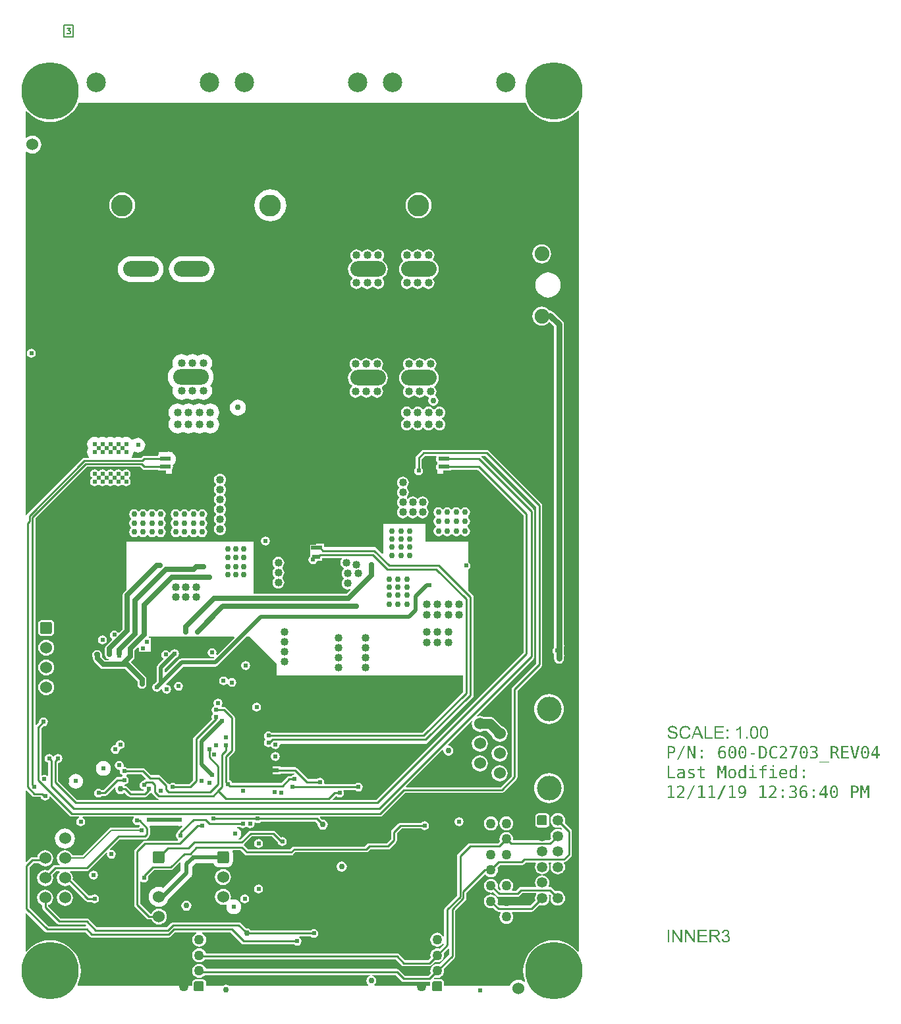
<source format=gbr>
%TF.GenerationSoftware,Altium Limited,Altium Designer,20.0.9 (164)*%
G04 Layer_Physical_Order=3*
G04 Layer_Color=39423*
%FSLAX26Y26*%
%MOIN*%
%TF.FileFunction,Copper,L3,Inr,Signal*%
%TF.Part,Single*%
G01*
G75*
%TA.AperFunction,NonConductor*%
%ADD53C,0.007000*%
%TA.AperFunction,Conductor*%
%ADD54C,0.030000*%
%ADD55C,0.010000*%
%ADD56C,0.020000*%
%ADD59C,0.009000*%
%ADD61C,0.025000*%
%ADD62C,0.050000*%
%ADD63C,0.007000*%
%TA.AperFunction,ComponentPad*%
%ADD67C,0.050000*%
G04:AMPARAMS|DCode=68|XSize=50mil|YSize=50mil|CornerRadius=5mil|HoleSize=0mil|Usage=FLASHONLY|Rotation=90.000|XOffset=0mil|YOffset=0mil|HoleType=Round|Shape=RoundedRectangle|*
%AMROUNDEDRECTD68*
21,1,0.050000,0.040000,0,0,90.0*
21,1,0.040000,0.050000,0,0,90.0*
1,1,0.010000,0.020000,0.020000*
1,1,0.010000,0.020000,-0.020000*
1,1,0.010000,-0.020000,-0.020000*
1,1,0.010000,-0.020000,0.020000*
%
%ADD68ROUNDEDRECTD68*%
%ADD69C,0.110000*%
%ADD70C,0.098425*%
G04:AMPARAMS|DCode=72|XSize=60mil|YSize=60mil|CornerRadius=9mil|HoleSize=0mil|Usage=FLASHONLY|Rotation=270.000|XOffset=0mil|YOffset=0mil|HoleType=Round|Shape=RoundedRectangle|*
%AMROUNDEDRECTD72*
21,1,0.060000,0.042000,0,0,270.0*
21,1,0.042000,0.060000,0,0,270.0*
1,1,0.018000,-0.021000,-0.021000*
1,1,0.018000,-0.021000,0.021000*
1,1,0.018000,0.021000,0.021000*
1,1,0.018000,0.021000,-0.021000*
%
%ADD72ROUNDEDRECTD72*%
%ADD73C,0.060000*%
%ADD74C,0.125000*%
%ADD75C,0.290000*%
%ADD76C,0.053000*%
%TA.AperFunction,ViaPad*%
%ADD79C,0.024000*%
%ADD80C,0.030000*%
%TA.AperFunction,TestPad*%
%ADD81C,0.024000*%
%TA.AperFunction,ViaPad*%
%ADD82C,0.040000*%
%TA.AperFunction,ComponentPad*%
%ADD83C,0.074803*%
%TA.AperFunction,TestPad*%
%ADD84C,0.030000*%
%TA.AperFunction,ComponentPad*%
%ADD85O,0.180000X0.078740*%
%TA.AperFunction,OtherPad,Pad NT7-1 (1300mil,1190mil)*%
%ADD86R,0.020000X0.020000*%
%TA.AperFunction,OtherPad,Pad NT7-2 (1320mil,1190mil)*%
%ADD87R,0.020000X0.020000*%
%TA.AperFunction,OtherPad,Pad NT6-1 (1540mil,2315mil)*%
%ADD88R,0.020000X0.020000*%
%TA.AperFunction,OtherPad,Pad NT6-2 (1520mil,2315mil)*%
%ADD89R,0.020000X0.020000*%
%TA.AperFunction,OtherPad,Pad NT5-1 (1530mil,2270mil)*%
%ADD90R,0.020000X0.020000*%
%TA.AperFunction,OtherPad,Pad NT5-2 (1510mil,2270mil)*%
%ADD91R,0.020000X0.020000*%
%TA.AperFunction,OtherPad,Pad NT3-1 (2185mil,2725mil)*%
%ADD92R,0.020000X0.020000*%
%TA.AperFunction,OtherPad,Pad NT3-2 (2165mil,2725mil)*%
%ADD93R,0.020000X0.020000*%
%TA.AperFunction,OtherPad,Pad NT4-1 (2185mil,2765mil)*%
%ADD94R,0.020000X0.020000*%
%TA.AperFunction,OtherPad,Pad NT4-2 (2165mil,2765mil)*%
%ADD95R,0.020000X0.020000*%
%TA.AperFunction,OtherPad,Pad NT1-1 (740mil,2765mil)*%
%ADD96R,0.020000X0.020000*%
%TA.AperFunction,OtherPad,Pad NT1-2 (760mil,2765mil)*%
%ADD97R,0.020000X0.020000*%
%TA.AperFunction,OtherPad,Pad NT2-1 (740mil,2725mil)*%
%ADD98R,0.020000X0.020000*%
%TA.AperFunction,OtherPad,Pad NT2-2 (760mil,2725mil)*%
%ADD99R,0.020000X0.020000*%
G36*
X2586467Y4554414D02*
X2599215Y4533612D01*
X2615059Y4515060D01*
X2633612Y4499215D01*
X2654414Y4486467D01*
X2676954Y4477130D01*
X2700678Y4471435D01*
X2725000Y4469521D01*
X2749322Y4471435D01*
X2773046Y4477130D01*
X2795586Y4486467D01*
X2816388Y4499215D01*
X2834941Y4515060D01*
X2845309Y4527199D01*
X2850000Y4525469D01*
Y274531D01*
X2845309Y272800D01*
X2834941Y284940D01*
X2816388Y300785D01*
X2795586Y313533D01*
X2773046Y322870D01*
X2749322Y328565D01*
X2725000Y330479D01*
X2700678Y328565D01*
X2676954Y322870D01*
X2654414Y313533D01*
X2633612Y300785D01*
X2615059Y284940D01*
X2599215Y266388D01*
X2586467Y245586D01*
X2577130Y223046D01*
X2571435Y199322D01*
X2569521Y175000D01*
X2571435Y150678D01*
X2577130Y126954D01*
X2579307Y121699D01*
X2575201Y118548D01*
X2567694Y124307D01*
X2556747Y128842D01*
X2545000Y130388D01*
X2533253Y128842D01*
X2522306Y124307D01*
X2512906Y117094D01*
X2505693Y107694D01*
X2502506Y100000D01*
X2169664D01*
Y116890D01*
X2168500Y122743D01*
X2165184Y127704D01*
X2160223Y131019D01*
X2154370Y132184D01*
X2119624D01*
X2117552Y137184D01*
X2122876Y142507D01*
X2125233Y141531D01*
X2134370Y140328D01*
X2143507Y141531D01*
X2152021Y145058D01*
X2159332Y150668D01*
X2164942Y157979D01*
X2168469Y166493D01*
X2169672Y175630D01*
X2168469Y184767D01*
X2167493Y187124D01*
X2220814Y240446D01*
X2224130Y245407D01*
X2225294Y251260D01*
Y481038D01*
X2276814Y532558D01*
X2280130Y537520D01*
X2281294Y543373D01*
Y569665D01*
X2374079Y662450D01*
X2379068Y662123D01*
X2380668Y660038D01*
X2387979Y654428D01*
X2396493Y650901D01*
X2405630Y649698D01*
X2414767Y650901D01*
X2423281Y654428D01*
X2430592Y660038D01*
X2436202Y667349D01*
X2439729Y675863D01*
X2440932Y685000D01*
X2439729Y694137D01*
X2438753Y696494D01*
X2451965Y709706D01*
X2560000D01*
X2565853Y710870D01*
X2570814Y714186D01*
X2581335Y724706D01*
X2632445D01*
X2634656Y720222D01*
X2633747Y719038D01*
X2630069Y710158D01*
X2628815Y700630D01*
X2630069Y691102D01*
X2633747Y682222D01*
X2639598Y674598D01*
X2647222Y668747D01*
X2656102Y665069D01*
X2665630Y663815D01*
X2675158Y665069D01*
X2684037Y668747D01*
X2691662Y674598D01*
X2697513Y682222D01*
X2701191Y691102D01*
X2702445Y700630D01*
X2701191Y710158D01*
X2697513Y719038D01*
X2696604Y720222D01*
X2698816Y724706D01*
X2711184D01*
X2713396Y720222D01*
X2712487Y719038D01*
X2708809Y710158D01*
X2707555Y700630D01*
X2708809Y691102D01*
X2712487Y682222D01*
X2718338Y674598D01*
X2725963Y668747D01*
X2734842Y665069D01*
X2744370Y663815D01*
X2753898Y665069D01*
X2762778Y668747D01*
X2770402Y674598D01*
X2776253Y682222D01*
X2779931Y691102D01*
X2781185Y700630D01*
X2779931Y710158D01*
X2776253Y719038D01*
X2775383Y720170D01*
X2777948Y725042D01*
X2782113Y725870D01*
X2787074Y729186D01*
X2810814Y752926D01*
X2814130Y757887D01*
X2815294Y763740D01*
Y881220D01*
X2814130Y887073D01*
X2810814Y892034D01*
X2778641Y924208D01*
X2779931Y927322D01*
X2781185Y936850D01*
X2779931Y946378D01*
X2776253Y955258D01*
X2770402Y962882D01*
X2762778Y968733D01*
X2753898Y972411D01*
X2744370Y973665D01*
X2734842Y972411D01*
X2725963Y968733D01*
X2718338Y962882D01*
X2712487Y955258D01*
X2708809Y946378D01*
X2707555Y936850D01*
X2708809Y927322D01*
X2712487Y918442D01*
X2718338Y910818D01*
X2725963Y904967D01*
X2734842Y901289D01*
X2744370Y900035D01*
X2753898Y901289D01*
X2757012Y902579D01*
X2765562Y894029D01*
X2762777Y889993D01*
X2753898Y893671D01*
X2744370Y894925D01*
X2734842Y893671D01*
X2725963Y889993D01*
X2718338Y884142D01*
X2712487Y876518D01*
X2708809Y867638D01*
X2707555Y858110D01*
X2708809Y848582D01*
X2710099Y845468D01*
X2699925Y835294D01*
X2522518D01*
X2519221Y839053D01*
X2519672Y842480D01*
X2518469Y851617D01*
X2514943Y860131D01*
X2509332Y867443D01*
X2502021Y873053D01*
X2493507Y876579D01*
X2484370Y877782D01*
X2475233Y876579D01*
X2466719Y873053D01*
X2459408Y867443D01*
X2453798Y860131D01*
X2450271Y851617D01*
X2449068Y842480D01*
X2450271Y833343D01*
X2451247Y830986D01*
X2440555Y820294D01*
X2300000D01*
X2294147Y819130D01*
X2289186Y815814D01*
X2239186Y765814D01*
X2235870Y760853D01*
X2234706Y755000D01*
Y556335D01*
X2174186Y495814D01*
X2170870Y490853D01*
X2169706Y485000D01*
Y353618D01*
X2165237Y351044D01*
X2164706Y351069D01*
X2159332Y358073D01*
X2152021Y363683D01*
X2143507Y367209D01*
X2134370Y368412D01*
X2125233Y367209D01*
X2116719Y363683D01*
X2109408Y358073D01*
X2103798Y350761D01*
X2100271Y342247D01*
X2099068Y333110D01*
X2100271Y323974D01*
X2103798Y315459D01*
X2109408Y308148D01*
X2116719Y302538D01*
X2125233Y299011D01*
X2134370Y297808D01*
X2143507Y299011D01*
X2152021Y302538D01*
X2159332Y308148D01*
X2162030Y311663D01*
X2167414Y310466D01*
X2167671Y309300D01*
X2145864Y287493D01*
X2143507Y288469D01*
X2134370Y289672D01*
X2125233Y288469D01*
X2116719Y284943D01*
X2109408Y279332D01*
X2103798Y272021D01*
X2100271Y263507D01*
X2099068Y254370D01*
X2100271Y245233D01*
X2101247Y242876D01*
X2087405Y229034D01*
X1971335D01*
X1940814Y259555D01*
X1935853Y262870D01*
X1930000Y264034D01*
X963251D01*
X959942Y272021D01*
X954332Y279332D01*
X947021Y284943D01*
X938507Y288469D01*
X929370Y289672D01*
X920233Y288469D01*
X911719Y284943D01*
X904408Y279332D01*
X898798Y272021D01*
X895271Y263507D01*
X894068Y254370D01*
X895271Y245233D01*
X898798Y236719D01*
X904408Y229408D01*
X911719Y223798D01*
X920233Y220271D01*
X929370Y219068D01*
X938507Y220271D01*
X947021Y223798D01*
X954332Y229408D01*
X957431Y233446D01*
X1923665D01*
X1954186Y202926D01*
X1959147Y199611D01*
X1965000Y198446D01*
X2093740D01*
X2099593Y199611D01*
X2104554Y202926D01*
X2122876Y221248D01*
X2125233Y220271D01*
X2134370Y219068D01*
X2143507Y220271D01*
X2152021Y223798D01*
X2159332Y229408D01*
X2164942Y236719D01*
X2168469Y245233D01*
X2169672Y254370D01*
X2168469Y263507D01*
X2167493Y265864D01*
X2190087Y288458D01*
X2194706Y286545D01*
Y257595D01*
X2145864Y208753D01*
X2143507Y209729D01*
X2134370Y210932D01*
X2125233Y209729D01*
X2116719Y206202D01*
X2109408Y200592D01*
X2103798Y193281D01*
X2100271Y184767D01*
X2099068Y175630D01*
X2100271Y166493D01*
X2101247Y164136D01*
X2087405Y150294D01*
X1971335D01*
X1940814Y180814D01*
X1935853Y184130D01*
X1930000Y185294D01*
X963251D01*
X959942Y193281D01*
X954332Y200592D01*
X947021Y206202D01*
X938507Y209729D01*
X929370Y210932D01*
X920233Y209729D01*
X911719Y206202D01*
X904408Y200592D01*
X898798Y193281D01*
X895271Y184767D01*
X894068Y175630D01*
X895271Y166493D01*
X898798Y157979D01*
X904408Y150668D01*
X911719Y145058D01*
X920233Y141531D01*
X929370Y140328D01*
X938507Y141531D01*
X947021Y145058D01*
X954332Y150668D01*
X957431Y154706D01*
X1795568D01*
X1796060Y149706D01*
X1790245Y148549D01*
X1781976Y143024D01*
X1776450Y134755D01*
X1774510Y125000D01*
X1776450Y115246D01*
X1781976Y106976D01*
X1784933Y105000D01*
X1783417Y100000D01*
X1080067D01*
X1074755Y103549D01*
X1065000Y105490D01*
X1055245Y103549D01*
X1049933Y100000D01*
X964664D01*
Y116890D01*
X963500Y122743D01*
X960184Y127704D01*
X955223Y131019D01*
X949370Y132184D01*
X909370D01*
X903517Y131019D01*
X898556Y127704D01*
X895240Y122743D01*
X894076Y116890D01*
Y100000D01*
X315945D01*
X315058Y101584D01*
X313776Y105000D01*
X322870Y126954D01*
X328565Y150678D01*
X330479Y175000D01*
X328565Y199322D01*
X322870Y223046D01*
X313533Y245586D01*
X300785Y266388D01*
X284940Y284940D01*
X266388Y300785D01*
X245586Y313533D01*
X223046Y322870D01*
X199322Y328565D01*
X175000Y330479D01*
X150678Y328565D01*
X126954Y322870D01*
X104414Y313533D01*
X83612Y300785D01*
X65059Y284940D01*
X55691Y273971D01*
X51000Y275702D01*
Y465838D01*
X55619Y467752D01*
X149186Y374186D01*
X154147Y370870D01*
X160000Y369706D01*
X353665D01*
X374186Y349186D01*
X379147Y345870D01*
X385000Y344706D01*
X775000D01*
X780853Y345870D01*
X785814Y349186D01*
X806335Y369706D01*
X913195D01*
X914190Y364706D01*
X911719Y363683D01*
X904408Y358073D01*
X898798Y350761D01*
X895271Y342247D01*
X894068Y333110D01*
X895271Y323974D01*
X898798Y315459D01*
X904408Y308148D01*
X911719Y302538D01*
X920233Y299011D01*
X929370Y297808D01*
X938507Y299011D01*
X947021Y302538D01*
X954332Y308148D01*
X959942Y315459D01*
X963469Y323974D01*
X964672Y333110D01*
X963469Y342247D01*
X959942Y350761D01*
X954332Y358073D01*
X947021Y363683D01*
X944550Y364706D01*
X945545Y369706D01*
X1088665D01*
X1144186Y314186D01*
X1149147Y310870D01*
X1155000Y309706D01*
X1408760D01*
X1409139Y309139D01*
X1416416Y304276D01*
X1425000Y302569D01*
X1433584Y304276D01*
X1440861Y309139D01*
X1445724Y316416D01*
X1447431Y325000D01*
X1445724Y333584D01*
X1440861Y340861D01*
X1435107Y344706D01*
X1436623Y349706D01*
X1493760D01*
X1494139Y349139D01*
X1501416Y344276D01*
X1510000Y342569D01*
X1518584Y344276D01*
X1525861Y349139D01*
X1530724Y356416D01*
X1532431Y365000D01*
X1530724Y373584D01*
X1525861Y380861D01*
X1518584Y385724D01*
X1510000Y387431D01*
X1501416Y385724D01*
X1494139Y380861D01*
X1493760Y380294D01*
X1189848D01*
X1188024Y383024D01*
X1179755Y388550D01*
X1170000Y390490D01*
X1166886Y389870D01*
X1139942Y416814D01*
X1134980Y420130D01*
X1129127Y421294D01*
X798373D01*
X792520Y420130D01*
X787558Y416815D01*
X766038Y395294D01*
X411335D01*
X370814Y435814D01*
X365853Y439130D01*
X360000Y440294D01*
X228934D01*
X165808Y503420D01*
X166374Y508486D01*
X170173Y510060D01*
X178528Y516472D01*
X184940Y524827D01*
X188970Y534558D01*
X190345Y545000D01*
X188970Y555442D01*
X184940Y565173D01*
X178528Y573528D01*
X170173Y579940D01*
X160442Y583971D01*
X150000Y585345D01*
X139558Y583971D01*
X129827Y579940D01*
X121472Y573528D01*
X115060Y565173D01*
X111029Y555442D01*
X109655Y545000D01*
X111029Y534558D01*
X115060Y524827D01*
X121472Y516472D01*
X129827Y510060D01*
X134706Y508039D01*
Y497599D01*
X135870Y491746D01*
X139186Y486784D01*
X211784Y414186D01*
X216746Y410870D01*
X222599Y409706D01*
X353665D01*
X358077Y405294D01*
X356006Y400294D01*
X166335D01*
X70294Y496335D01*
Y698665D01*
X91335Y719706D01*
X118990D01*
X121472Y716472D01*
X129827Y710060D01*
X139558Y706029D01*
X150000Y704655D01*
X160442Y706029D01*
X170173Y710060D01*
X178528Y716472D01*
X184940Y724827D01*
X188970Y734558D01*
X190345Y745000D01*
X188970Y755442D01*
X184940Y765173D01*
X178528Y773528D01*
X170173Y779940D01*
X160442Y783971D01*
X150000Y785345D01*
X139558Y783971D01*
X129827Y779940D01*
X121472Y773528D01*
X115060Y765173D01*
X111029Y755442D01*
X110352Y750294D01*
X85000D01*
X79147Y749130D01*
X74186Y745814D01*
X55619Y727248D01*
X51000Y729162D01*
Y1086559D01*
X55619Y1088473D01*
X84546Y1059546D01*
X89342Y1056341D01*
X95000Y1055216D01*
X128521D01*
X129276Y1051416D01*
X134139Y1044139D01*
X141416Y1039276D01*
X150000Y1037569D01*
X158584Y1039276D01*
X165861Y1044139D01*
X170724Y1051416D01*
X171533Y1055488D01*
X176959Y1057133D01*
X274546Y959546D01*
X279342Y956341D01*
X285000Y955216D01*
X319825D01*
X320438Y953484D01*
X320656Y950216D01*
X314139Y945861D01*
X309276Y938584D01*
X307569Y930000D01*
X309276Y921416D01*
X314139Y914139D01*
X321416Y909277D01*
X330000Y907569D01*
X338584Y909277D01*
X345861Y914139D01*
X350724Y921416D01*
X352431Y930000D01*
X350724Y938584D01*
X345861Y945861D01*
X339344Y950216D01*
X339562Y953484D01*
X340175Y955216D01*
X597342D01*
X598708Y950216D01*
X594277Y943584D01*
X592569Y935000D01*
X594277Y926416D01*
X599139Y919139D01*
X606416Y914277D01*
X615000Y912569D01*
X623584Y914277D01*
X625359Y915462D01*
X629678Y911144D01*
X628316Y905434D01*
X622592Y901609D01*
X621191Y899513D01*
X485902D01*
X480635Y898465D01*
X476169Y895481D01*
X476169Y895481D01*
X339453Y758764D01*
X287594D01*
X284940Y765173D01*
X278528Y773528D01*
X270173Y779940D01*
X260442Y783971D01*
X250000Y785345D01*
X239558Y783971D01*
X229827Y779940D01*
X221472Y773528D01*
X215060Y765173D01*
X211030Y755442D01*
X209655Y745000D01*
X211030Y734558D01*
X215060Y724827D01*
X221472Y716472D01*
X223671Y714784D01*
X221974Y709784D01*
X200000D01*
X194342Y708659D01*
X189546Y705454D01*
X165831Y681739D01*
X160442Y683971D01*
X150000Y685345D01*
X139558Y683971D01*
X129827Y679940D01*
X121472Y673528D01*
X115060Y665173D01*
X111029Y655442D01*
X109655Y645000D01*
X111029Y634558D01*
X115060Y624827D01*
X121472Y616472D01*
X129827Y610060D01*
X139558Y606029D01*
X150000Y604655D01*
X160442Y606029D01*
X170173Y610060D01*
X178528Y616472D01*
X184940Y624827D01*
X188970Y634558D01*
X190345Y645000D01*
X188970Y655442D01*
X186738Y660831D01*
X206124Y680216D01*
X221974D01*
X223671Y675216D01*
X221472Y673528D01*
X215060Y665173D01*
X211030Y655442D01*
X209655Y645000D01*
X211030Y634558D01*
X215060Y624827D01*
X221472Y616472D01*
X229827Y610060D01*
X239558Y606029D01*
X250000Y604655D01*
X260442Y606029D01*
X270173Y610060D01*
X272693Y611994D01*
X355501Y529186D01*
X360462Y525870D01*
X366315Y524706D01*
X383760D01*
X384139Y524139D01*
X391416Y519277D01*
X400000Y517569D01*
X408584Y519277D01*
X415861Y524139D01*
X420724Y531416D01*
X422431Y540000D01*
X420724Y548584D01*
X415861Y555861D01*
X408584Y560723D01*
X400000Y562431D01*
X391416Y560723D01*
X384139Y555861D01*
X383760Y555294D01*
X372650D01*
X289484Y638460D01*
X290345Y645000D01*
X288971Y655442D01*
X284940Y665173D01*
X278528Y673528D01*
X276329Y675216D01*
X278026Y680216D01*
X360000D01*
X365658Y681341D01*
X370454Y684546D01*
X459101Y773193D01*
X463709Y770730D01*
X462569Y765000D01*
X464276Y756416D01*
X469139Y749139D01*
X476416Y744277D01*
X485000Y742569D01*
X493584Y744277D01*
X500861Y749139D01*
X505724Y756416D01*
X507431Y765000D01*
X505724Y773584D01*
X500861Y780861D01*
X493584Y785723D01*
X485000Y787431D01*
X479270Y786291D01*
X476807Y790899D01*
X526124Y840216D01*
X655000D01*
X660658Y841341D01*
X665454Y844546D01*
X675454Y854546D01*
X678659Y859342D01*
X679784Y865000D01*
Y896729D01*
X678659Y902387D01*
X678182Y903100D01*
X680612Y908463D01*
X683354Y908824D01*
X685568Y909741D01*
X819432D01*
X821646Y908824D01*
X830000Y907724D01*
X838354Y908824D01*
X841375Y910075D01*
X844208Y905837D01*
X824186Y885814D01*
X820870Y880853D01*
X819991Y876430D01*
X819139Y875861D01*
X814277Y868584D01*
X812569Y860000D01*
X814277Y851416D01*
X819139Y844139D01*
X820315Y843353D01*
X821123Y837059D01*
X819108Y834784D01*
X655000D01*
X649342Y833659D01*
X644546Y830454D01*
X604546Y790454D01*
X601341Y785658D01*
X600216Y780000D01*
Y510000D01*
X601341Y504342D01*
X604546Y499546D01*
X664546Y439546D01*
X669342Y436341D01*
X675000Y435216D01*
X687828D01*
X690060Y429827D01*
X696472Y421472D01*
X704827Y415060D01*
X714558Y411029D01*
X725000Y409655D01*
X735442Y411029D01*
X745173Y415060D01*
X753528Y421472D01*
X759940Y429827D01*
X763971Y439558D01*
X765345Y450000D01*
X763971Y460442D01*
X759940Y470173D01*
X753528Y478528D01*
X745173Y484940D01*
X735442Y488971D01*
X725000Y490345D01*
X714558Y488971D01*
X704827Y484940D01*
X696472Y478528D01*
X690060Y470173D01*
X687828Y464784D01*
X681124D01*
X629784Y516124D01*
Y627342D01*
X634784Y628708D01*
X641416Y624277D01*
X650000Y622569D01*
X658584Y624277D01*
X665861Y629139D01*
X670723Y636416D01*
X672431Y645000D01*
X670723Y653584D01*
X670230Y654322D01*
X701124Y685216D01*
X785000D01*
X790658Y686341D01*
X795454Y689546D01*
X831506Y725598D01*
X835772Y722832D01*
X834741Y715000D01*
Y682534D01*
X747152Y594944D01*
X738053Y598713D01*
X725000Y600431D01*
X711947Y598713D01*
X699784Y593675D01*
X689340Y585660D01*
X681325Y575216D01*
X676287Y563053D01*
X674569Y550000D01*
X676287Y536947D01*
X681325Y524784D01*
X689340Y514340D01*
X699784Y506325D01*
X711947Y501287D01*
X725000Y499569D01*
X738053Y501287D01*
X750216Y506325D01*
X760660Y514340D01*
X768675Y524784D01*
X772987Y535194D01*
X886396Y648604D01*
X891205Y654870D01*
X894228Y662168D01*
X895259Y670000D01*
Y702466D01*
X912534Y719741D01*
X1001446D01*
X1003669Y714375D01*
X1008317Y708317D01*
X1014375Y703669D01*
X1021429Y700746D01*
X1029000Y699750D01*
X1071000D01*
X1078571Y700746D01*
X1085625Y703669D01*
X1091683Y708317D01*
X1096331Y714375D01*
X1099254Y721429D01*
X1100250Y729000D01*
Y771000D01*
X1099254Y778571D01*
X1098223Y781058D01*
X1101001Y785216D01*
X1138876D01*
X1159546Y764546D01*
X1164342Y761341D01*
X1170000Y760216D01*
X1395000D01*
X1400658Y761341D01*
X1405454Y764546D01*
X1416124Y775216D01*
X1775000D01*
X1780658Y776341D01*
X1785454Y779546D01*
X1796124Y790216D01*
X1885000D01*
X1890658Y791341D01*
X1895454Y794546D01*
X1925454Y824546D01*
X1928659Y829342D01*
X1929784Y835000D01*
Y871876D01*
X1953124Y895216D01*
X2053419D01*
X2054139Y894139D01*
X2061416Y889277D01*
X2070000Y887569D01*
X2078584Y889277D01*
X2085861Y894139D01*
X2090724Y901416D01*
X2092431Y910000D01*
X2090724Y918584D01*
X2085861Y925861D01*
X2078584Y930723D01*
X2070000Y932431D01*
X2061416Y930723D01*
X2054139Y925861D01*
X2053419Y924784D01*
X1947000D01*
X1941342Y923659D01*
X1936546Y920454D01*
X1904546Y888454D01*
X1901341Y883658D01*
X1900216Y878000D01*
Y841124D01*
X1878876Y819784D01*
X1790000D01*
X1784342Y818659D01*
X1779546Y815454D01*
X1768876Y804784D01*
X1410000D01*
X1404342Y803659D01*
X1399546Y800454D01*
X1388876Y789784D01*
X1176124D01*
X1156606Y809302D01*
X1156096Y811623D01*
X1156096Y813377D01*
X1156606Y815698D01*
X1196124Y855216D01*
X1298876D01*
X1328247Y825846D01*
X1329276Y820668D01*
X1334139Y813391D01*
X1341416Y808529D01*
X1350000Y806821D01*
X1358584Y808529D01*
X1365861Y813391D01*
X1370724Y820668D01*
X1372431Y829252D01*
X1370724Y837836D01*
X1365861Y845113D01*
X1358584Y849976D01*
X1350000Y851683D01*
X1345183Y850725D01*
X1315454Y880454D01*
X1310658Y883659D01*
X1305000Y884784D01*
X1190000D01*
X1184342Y883659D01*
X1179546Y880454D01*
X1138876Y839784D01*
X1131401D01*
X1129704Y844784D01*
X1132823Y847177D01*
X1137952Y853862D01*
X1141176Y861646D01*
X1142276Y870000D01*
X1141176Y878354D01*
X1137952Y886138D01*
X1132823Y892823D01*
X1126138Y897952D01*
X1121903Y899706D01*
X1122898Y904706D01*
X1133760D01*
X1134139Y904139D01*
X1141416Y899277D01*
X1150000Y897569D01*
X1158584Y899277D01*
X1165861Y904139D01*
X1166206Y904655D01*
X1171206D01*
X1171551Y904139D01*
X1178828Y899277D01*
X1187412Y897569D01*
X1195996Y899277D01*
X1203273Y904139D01*
X1208136Y911416D01*
X1209843Y920000D01*
X1209234Y923062D01*
X1213734Y926068D01*
X1216416Y924277D01*
X1225000Y922569D01*
X1233584Y924277D01*
X1240861Y929139D01*
X1241240Y929706D01*
X1518665D01*
X1530151Y918220D01*
X1529510Y915000D01*
X1531450Y905245D01*
X1536976Y896976D01*
X1545245Y891451D01*
X1555000Y889510D01*
X1564755Y891451D01*
X1573024Y896976D01*
X1578550Y905245D01*
X1580490Y915000D01*
X1578550Y924755D01*
X1573024Y933024D01*
X1564755Y938549D01*
X1555000Y940490D01*
X1551780Y939849D01*
X1541032Y950596D01*
X1542946Y955216D01*
X1845000D01*
X1850658Y956341D01*
X1855454Y959546D01*
X1971124Y1075216D01*
X2460000D01*
X2465658Y1076341D01*
X2470454Y1079546D01*
X2535454Y1144546D01*
X2538659Y1149342D01*
X2539784Y1155000D01*
Y1593876D01*
X2660454Y1714546D01*
X2663659Y1719342D01*
X2664784Y1725000D01*
Y2530000D01*
X2663659Y2535658D01*
X2660454Y2540454D01*
X2395454Y2805454D01*
X2390658Y2808659D01*
X2385000Y2809784D01*
X2065000D01*
X2059342Y2808659D01*
X2054546Y2805454D01*
X2029546Y2780454D01*
X2026341Y2775658D01*
X2025216Y2770000D01*
Y2721581D01*
X2024139Y2720861D01*
X2019276Y2713584D01*
X2017569Y2705000D01*
X2019276Y2696416D01*
X2024139Y2689139D01*
X2031416Y2684276D01*
X2040000Y2682569D01*
X2048584Y2684276D01*
X2055861Y2689139D01*
X2060724Y2696416D01*
X2062431Y2705000D01*
X2060724Y2713584D01*
X2055861Y2720861D01*
X2054784Y2721581D01*
Y2763876D01*
X2071124Y2780216D01*
X2128404D01*
X2130761Y2775806D01*
X2129276Y2773584D01*
X2127569Y2765000D01*
X2129276Y2756416D01*
X2134139Y2749139D01*
X2135000Y2748564D01*
Y2741436D01*
X2134139Y2740861D01*
X2129276Y2733584D01*
X2127569Y2725000D01*
X2129276Y2716416D01*
X2134139Y2709139D01*
X2135000Y2708564D01*
Y2690000D01*
X2165000D01*
Y2705000D01*
X2205000D01*
Y2710216D01*
X2338876D01*
X2570216Y2478876D01*
Y1786124D01*
X1823876Y1039784D01*
X1607946D01*
X1606032Y1044403D01*
X1619429Y1057800D01*
X1624139Y1059139D01*
X1631416Y1054276D01*
X1640000Y1052569D01*
X1648584Y1054276D01*
X1655861Y1059139D01*
X1660724Y1066416D01*
X1662431Y1075000D01*
X1660724Y1083584D01*
X1659579Y1085296D01*
X1661936Y1089706D01*
X1718760D01*
X1719139Y1089139D01*
X1726416Y1084276D01*
X1735000Y1082569D01*
X1743584Y1084276D01*
X1750861Y1089139D01*
X1755724Y1096416D01*
X1757431Y1105000D01*
X1755724Y1113584D01*
X1750861Y1120861D01*
X1743584Y1125724D01*
X1735000Y1127431D01*
X1726416Y1125724D01*
X1719139Y1120861D01*
X1718760Y1120294D01*
X1565530D01*
X1561495Y1125294D01*
X1562431Y1130000D01*
X1560724Y1138584D01*
X1555861Y1145861D01*
X1548584Y1150724D01*
X1540000Y1152431D01*
X1531416Y1150724D01*
X1524139Y1145861D01*
X1523760Y1145294D01*
X1481335D01*
X1425814Y1200814D01*
X1420853Y1204130D01*
X1415000Y1205294D01*
X1340000D01*
Y1210000D01*
X1300000D01*
Y1170000D01*
X1340000D01*
Y1174706D01*
X1407745D01*
X1410005Y1171765D01*
X1407897Y1167013D01*
X1401416Y1165724D01*
X1394139Y1160861D01*
X1393760Y1160294D01*
X1385000D01*
X1379147Y1159130D01*
X1374186Y1155814D01*
X1343665Y1125294D01*
X1096378D01*
X1095724Y1128584D01*
X1090861Y1135861D01*
X1083584Y1140724D01*
X1080294Y1141378D01*
Y1253665D01*
X1105814Y1279186D01*
X1109130Y1284147D01*
X1110294Y1290000D01*
Y1455000D01*
X1109130Y1460853D01*
X1105814Y1465814D01*
X1065814Y1505814D01*
X1060853Y1509130D01*
X1055000Y1510294D01*
X1043421D01*
X1041633Y1515294D01*
X1045724Y1521416D01*
X1047431Y1530000D01*
X1045724Y1538584D01*
X1040861Y1545861D01*
X1033584Y1550724D01*
X1025000Y1552431D01*
X1016416Y1550724D01*
X1009139Y1545861D01*
X1004277Y1538584D01*
X1002569Y1530000D01*
X1004277Y1521416D01*
X1005107Y1520173D01*
X1003409Y1513714D01*
X999139Y1510861D01*
X994277Y1503584D01*
X992569Y1495000D01*
X994277Y1486416D01*
X997875Y1481030D01*
X998738Y1477500D01*
X997875Y1473970D01*
X994277Y1468584D01*
X992569Y1460000D01*
X994277Y1451416D01*
X994481Y1451110D01*
X904186Y1360814D01*
X900870Y1355853D01*
X899706Y1350000D01*
Y1141335D01*
X878665Y1120294D01*
X811240D01*
X810861Y1120861D01*
X803584Y1125724D01*
X795000Y1127431D01*
X786416Y1125724D01*
X780021Y1121450D01*
X776695Y1121397D01*
X773894Y1122011D01*
X772438Y1124191D01*
X735814Y1160814D01*
X730853Y1164130D01*
X725000Y1165294D01*
X686335D01*
X655814Y1195814D01*
X650853Y1199130D01*
X645000Y1200294D01*
X566240D01*
X565861Y1200861D01*
X558584Y1205724D01*
X550985Y1207235D01*
X547746Y1209685D01*
X546601Y1210830D01*
X547431Y1215000D01*
X545723Y1223584D01*
X540861Y1230861D01*
X533584Y1235724D01*
X525000Y1237431D01*
X516416Y1235724D01*
X509139Y1230861D01*
X504276Y1223584D01*
X502569Y1215000D01*
X504276Y1206416D01*
X509139Y1199139D01*
X516416Y1194276D01*
X524015Y1192765D01*
X527254Y1190315D01*
X528399Y1189170D01*
X527569Y1185000D01*
X529277Y1176416D01*
X534139Y1169139D01*
X539917Y1165278D01*
X540082Y1164778D01*
Y1160222D01*
X539917Y1159722D01*
X534139Y1155861D01*
X533760Y1155294D01*
X515000D01*
X509147Y1154130D01*
X504186Y1150814D01*
X443665Y1090294D01*
X436240D01*
X435861Y1090861D01*
X428584Y1095724D01*
X420000Y1097431D01*
X411416Y1095724D01*
X404139Y1090861D01*
X399276Y1083584D01*
X397569Y1075000D01*
X399276Y1066416D01*
X404139Y1059139D01*
X411416Y1054276D01*
X420000Y1052569D01*
X428584Y1054276D01*
X435861Y1059139D01*
X436240Y1059706D01*
X450000D01*
X455853Y1060870D01*
X460814Y1064186D01*
X501345Y1104716D01*
X505953Y1102253D01*
X504510Y1095000D01*
X506450Y1085245D01*
X511976Y1076976D01*
X520245Y1071450D01*
X530000Y1069510D01*
X539755Y1071450D01*
X548024Y1076976D01*
X551093Y1077278D01*
X569186Y1059186D01*
X574147Y1055870D01*
X580000Y1054706D01*
X655000D01*
X660853Y1055870D01*
X665814Y1059186D01*
X680240Y1073611D01*
X683584Y1074276D01*
X685544Y1075586D01*
X689922Y1074403D01*
X691340Y1073445D01*
X694186Y1069186D01*
X714186Y1049186D01*
X719147Y1045870D01*
X725000Y1044706D01*
X724812Y1039784D01*
X311124D01*
X214784Y1136124D01*
Y1227392D01*
X215000Y1227569D01*
X223584Y1229276D01*
X230861Y1234139D01*
X235724Y1241416D01*
X237431Y1250000D01*
X235724Y1258584D01*
X230861Y1265861D01*
X223584Y1270724D01*
X215000Y1272431D01*
X206416Y1270724D01*
X199139Y1265861D01*
X195278Y1260083D01*
X194778Y1259918D01*
X190222D01*
X189722Y1260083D01*
X185861Y1265861D01*
X178584Y1270724D01*
X170000Y1272431D01*
X161416Y1270724D01*
X154139Y1265861D01*
X149276Y1258584D01*
X147569Y1250000D01*
X149276Y1241416D01*
X154139Y1234139D01*
X161416Y1229276D01*
X164706Y1228622D01*
Y1163421D01*
X159706Y1161633D01*
X153584Y1165724D01*
X145000Y1167431D01*
X136416Y1165724D01*
X134194Y1164239D01*
X129784Y1166596D01*
Y1401876D01*
X140730Y1412822D01*
X142000Y1412569D01*
X150584Y1414276D01*
X157861Y1419139D01*
X162724Y1426416D01*
X164431Y1435000D01*
X162724Y1443584D01*
X157861Y1450861D01*
X150584Y1455724D01*
X142000Y1457431D01*
X133416Y1455724D01*
X126139Y1450861D01*
X121276Y1443584D01*
X119569Y1435000D01*
X119822Y1433730D01*
X104784Y1418692D01*
X103767Y1418760D01*
X99784Y1420327D01*
Y2463876D01*
X361124Y2725216D01*
X631001D01*
X641671Y2714546D01*
X646467Y2711341D01*
X652125Y2710216D01*
X720000D01*
Y2705000D01*
X760000D01*
Y2690000D01*
X790000D01*
Y2708564D01*
X790861Y2709139D01*
X795723Y2716416D01*
X797431Y2725000D01*
X795723Y2733584D01*
X795423Y2734034D01*
X801389Y2738611D01*
X807319Y2746340D01*
X811048Y2755341D01*
X812319Y2765000D01*
X811048Y2774659D01*
X807319Y2783660D01*
X801389Y2791389D01*
X795000Y2796291D01*
Y2800000D01*
X787188D01*
X784659Y2801048D01*
X775000Y2802319D01*
X765341Y2801048D01*
X762812Y2800000D01*
X725000D01*
Y2785000D01*
X720000D01*
Y2779784D01*
X651250D01*
X645592Y2778659D01*
X640796Y2775454D01*
X635126Y2769784D01*
X588999D01*
X587289Y2774784D01*
X592319Y2781340D01*
X596048Y2790341D01*
X597255Y2799513D01*
X599368Y2801151D01*
X602048Y2802387D01*
X610341Y2798952D01*
X620000Y2797681D01*
X629659Y2798952D01*
X638660Y2802680D01*
X646389Y2808611D01*
X652319Y2816340D01*
X656048Y2825341D01*
X657319Y2835000D01*
X656048Y2844659D01*
X652319Y2853660D01*
X646389Y2861389D01*
X638660Y2867320D01*
X629659Y2871048D01*
X620000Y2872319D01*
X610341Y2871048D01*
X601340Y2867320D01*
X595447Y2862797D01*
X589114Y2862838D01*
X586389Y2866389D01*
X578660Y2872320D01*
X569659Y2876048D01*
X560000Y2877319D01*
X550341Y2876048D01*
X541340Y2872320D01*
X540000Y2871291D01*
X538660Y2872320D01*
X529659Y2876048D01*
X520000Y2877319D01*
X510341Y2876048D01*
X501340Y2872320D01*
X500000Y2871291D01*
X498660Y2872320D01*
X489659Y2876048D01*
X480000Y2877319D01*
X470341Y2876048D01*
X461340Y2872320D01*
X460000Y2871291D01*
X458660Y2872320D01*
X449659Y2876048D01*
X440000Y2877319D01*
X430341Y2876048D01*
X421340Y2872320D01*
X420000Y2871291D01*
X418660Y2872320D01*
X409659Y2876048D01*
X400000Y2877319D01*
X390341Y2876048D01*
X381340Y2872320D01*
X373611Y2866389D01*
X367680Y2858660D01*
X363952Y2849659D01*
X362681Y2840000D01*
X363952Y2830341D01*
X367680Y2821340D01*
X368709Y2820000D01*
X367680Y2818660D01*
X363952Y2809659D01*
X362681Y2800000D01*
X363952Y2790341D01*
X367680Y2781340D01*
X372711Y2774784D01*
X371001Y2769784D01*
X348787D01*
X343129Y2768659D01*
X338333Y2765454D01*
X59546Y2486667D01*
X56341Y2481871D01*
X56000Y2480155D01*
X51000Y2480648D01*
Y4318065D01*
X56000Y4320531D01*
X62306Y4315693D01*
X73253Y4311158D01*
X85000Y4309612D01*
X96747Y4311158D01*
X107694Y4315693D01*
X117094Y4322906D01*
X124307Y4332306D01*
X128842Y4343253D01*
X130388Y4355000D01*
X128842Y4366747D01*
X124307Y4377694D01*
X117094Y4387094D01*
X107694Y4394307D01*
X96747Y4398842D01*
X85000Y4400388D01*
X73253Y4398842D01*
X62306Y4394307D01*
X56000Y4389469D01*
X51000Y4391935D01*
Y4524298D01*
X55691Y4526029D01*
X65059Y4515060D01*
X83612Y4499215D01*
X104414Y4486467D01*
X126954Y4477130D01*
X150678Y4471435D01*
X175000Y4469521D01*
X199322Y4471435D01*
X223046Y4477130D01*
X245586Y4486467D01*
X266388Y4499215D01*
X284940Y4515060D01*
X300785Y4533612D01*
X313533Y4554414D01*
X317918Y4565000D01*
X2582082D01*
X2586467Y4554414D01*
D02*
G37*
G36*
X3326656Y1415117D02*
X3327418D01*
X3329131Y1414926D01*
X3331035Y1414641D01*
X3333130Y1414165D01*
X3335319Y1413594D01*
X3337414Y1412832D01*
X3337509D01*
X3337699Y1412737D01*
X3337985Y1412642D01*
X3338366Y1412451D01*
X3339318Y1411880D01*
X3340555Y1411118D01*
X3341888Y1410166D01*
X3343316Y1409024D01*
X3344649Y1407691D01*
X3345791Y1406073D01*
X3345886Y1405882D01*
X3346267Y1405311D01*
X3346743Y1404359D01*
X3347314Y1403217D01*
X3347886Y1401694D01*
X3348362Y1399980D01*
X3348838Y1398076D01*
X3349028Y1396077D01*
X3340936Y1395506D01*
Y1395601D01*
Y1395791D01*
X3340841Y1396077D01*
X3340746Y1396458D01*
X3340555Y1397600D01*
X3340174Y1398933D01*
X3339508Y1400361D01*
X3338746Y1401884D01*
X3337794Y1403312D01*
X3336462Y1404550D01*
X3336271Y1404645D01*
X3335795Y1405026D01*
X3334843Y1405502D01*
X3333606Y1406168D01*
X3332082Y1406739D01*
X3330083Y1407215D01*
X3327798Y1407596D01*
X3325228Y1407691D01*
X3323990D01*
X3323324Y1407596D01*
X3322658Y1407501D01*
X3320944Y1407310D01*
X3319135Y1407025D01*
X3317326Y1406454D01*
X3315613Y1405787D01*
X3314756Y1405311D01*
X3314090Y1404835D01*
X3313899Y1404740D01*
X3313518Y1404359D01*
X3312947Y1403693D01*
X3312376Y1402931D01*
X3311710Y1401884D01*
X3311138Y1400742D01*
X3310758Y1399409D01*
X3310567Y1397981D01*
Y1397790D01*
Y1397410D01*
X3310662Y1396743D01*
X3310853Y1395982D01*
X3311138Y1395125D01*
X3311614Y1394173D01*
X3312186Y1393221D01*
X3313042Y1392364D01*
X3313138Y1392269D01*
X3313614Y1391983D01*
X3313899Y1391793D01*
X3314375Y1391507D01*
X3314851Y1391222D01*
X3315518Y1390936D01*
X3316279Y1390555D01*
X3317231Y1390270D01*
X3318278Y1389794D01*
X3319421Y1389413D01*
X3320754Y1389032D01*
X3322277Y1388556D01*
X3323990Y1388175D01*
X3325799Y1387699D01*
X3325894D01*
X3326275Y1387604D01*
X3326751Y1387509D01*
X3327513Y1387318D01*
X3328370Y1387128D01*
X3329322Y1386842D01*
X3331511Y1386366D01*
X3333796Y1385700D01*
X3336176Y1385034D01*
X3337223Y1384748D01*
X3338270Y1384367D01*
X3339222Y1383986D01*
X3339984Y1383701D01*
X3340079D01*
X3340270Y1383606D01*
X3340555Y1383415D01*
X3340936Y1383225D01*
X3341888Y1382654D01*
X3343126Y1381892D01*
X3344458Y1380940D01*
X3345886Y1379893D01*
X3347124Y1378560D01*
X3348266Y1377132D01*
X3348362Y1376942D01*
X3348647Y1376466D01*
X3349123Y1375609D01*
X3349599Y1374562D01*
X3350075Y1373229D01*
X3350551Y1371706D01*
X3350837Y1369992D01*
X3350932Y1368088D01*
Y1367993D01*
Y1367898D01*
Y1367612D01*
Y1367231D01*
X3350742Y1366184D01*
X3350551Y1364946D01*
X3350170Y1363423D01*
X3349694Y1361805D01*
X3348933Y1360091D01*
X3347981Y1358378D01*
Y1358282D01*
X3347886Y1358187D01*
X3347410Y1357616D01*
X3346743Y1356854D01*
X3345791Y1355807D01*
X3344649Y1354760D01*
X3343126Y1353522D01*
X3341507Y1352475D01*
X3339508Y1351428D01*
X3339413D01*
X3339222Y1351333D01*
X3338937Y1351238D01*
X3338556Y1351047D01*
X3338080Y1350857D01*
X3337414Y1350666D01*
X3335986Y1350190D01*
X3334082Y1349714D01*
X3332082Y1349334D01*
X3329702Y1349048D01*
X3327227Y1348953D01*
X3325799D01*
X3325038Y1349048D01*
X3324181D01*
X3323229Y1349143D01*
X3322182Y1349238D01*
X3319897Y1349524D01*
X3317422Y1350000D01*
X3314946Y1350571D01*
X3312662Y1351428D01*
X3312566D01*
X3312376Y1351523D01*
X3312090Y1351714D01*
X3311710Y1351904D01*
X3310662Y1352475D01*
X3309330Y1353332D01*
X3307806Y1354379D01*
X3306283Y1355712D01*
X3304760Y1357235D01*
X3303427Y1359044D01*
Y1359139D01*
X3303332Y1359234D01*
X3303142Y1359520D01*
X3302951Y1359996D01*
X3302666Y1360472D01*
X3302380Y1361043D01*
X3301714Y1362471D01*
X3301142Y1364185D01*
X3300571Y1366089D01*
X3300190Y1368278D01*
X3300000Y1370658D01*
X3307997Y1371325D01*
Y1371230D01*
Y1371134D01*
X3308092Y1370563D01*
X3308282Y1369611D01*
X3308473Y1368469D01*
X3308854Y1367231D01*
X3309330Y1365898D01*
X3309901Y1364566D01*
X3310567Y1363328D01*
X3310662Y1363233D01*
X3310948Y1362852D01*
X3311424Y1362281D01*
X3312186Y1361614D01*
X3313042Y1360758D01*
X3314185Y1359996D01*
X3315518Y1359139D01*
X3317041Y1358378D01*
X3317136D01*
X3317231Y1358282D01*
X3317802Y1358092D01*
X3318754Y1357806D01*
X3319897Y1357426D01*
X3321325Y1357045D01*
X3323038Y1356759D01*
X3324847Y1356569D01*
X3326846Y1356474D01*
X3327703D01*
X3328560Y1356569D01*
X3329702Y1356664D01*
X3331035Y1356854D01*
X3332463Y1357045D01*
X3333891Y1357426D01*
X3335319Y1357902D01*
X3335510Y1357997D01*
X3335890Y1358187D01*
X3336557Y1358473D01*
X3337414Y1358949D01*
X3338270Y1359520D01*
X3339222Y1360186D01*
X3340079Y1360948D01*
X3340841Y1361805D01*
X3340936Y1361900D01*
X3341126Y1362281D01*
X3341412Y1362757D01*
X3341793Y1363423D01*
X3342174Y1364280D01*
X3342459Y1365232D01*
X3342650Y1366279D01*
X3342745Y1367326D01*
Y1367422D01*
Y1367802D01*
X3342650Y1368374D01*
X3342554Y1369135D01*
X3342364Y1369992D01*
X3341983Y1370849D01*
X3341602Y1371706D01*
X3341031Y1372562D01*
X3340936Y1372658D01*
X3340746Y1372943D01*
X3340270Y1373324D01*
X3339698Y1373895D01*
X3338842Y1374466D01*
X3337890Y1375133D01*
X3336652Y1375799D01*
X3335224Y1376370D01*
X3335129Y1376466D01*
X3334653Y1376561D01*
X3333986Y1376846D01*
X3333415Y1376942D01*
X3332844Y1377132D01*
X3332082Y1377322D01*
X3331321Y1377608D01*
X3330369Y1377894D01*
X3329322Y1378179D01*
X3328179Y1378465D01*
X3326846Y1378750D01*
X3325418Y1379131D01*
X3323800Y1379512D01*
X3323705D01*
X3323419Y1379607D01*
X3322943Y1379702D01*
X3322372Y1379893D01*
X3321610Y1380083D01*
X3320849Y1380274D01*
X3318945Y1380845D01*
X3316850Y1381416D01*
X3314851Y1382082D01*
X3312947Y1382749D01*
X3312186Y1383130D01*
X3311424Y1383510D01*
X3311329D01*
X3311234Y1383606D01*
X3310662Y1383986D01*
X3309901Y1384462D01*
X3308854Y1385129D01*
X3307711Y1385986D01*
X3306569Y1387033D01*
X3305522Y1388175D01*
X3304570Y1389413D01*
X3304474Y1389603D01*
X3304189Y1390079D01*
X3303903Y1390841D01*
X3303522Y1391793D01*
X3303046Y1392935D01*
X3302761Y1394363D01*
X3302475Y1395886D01*
X3302380Y1397505D01*
Y1397600D01*
Y1397695D01*
Y1397981D01*
Y1398362D01*
X3302570Y1399218D01*
X3302761Y1400456D01*
X3303046Y1401884D01*
X3303522Y1403407D01*
X3304189Y1404930D01*
X3305046Y1406549D01*
Y1406644D01*
X3305141Y1406739D01*
X3305522Y1407215D01*
X3306188Y1407977D01*
X3307140Y1408929D01*
X3308282Y1409976D01*
X3309615Y1411118D01*
X3311234Y1412166D01*
X3313138Y1413022D01*
X3313233D01*
X3313423Y1413118D01*
X3313709Y1413213D01*
X3314090Y1413403D01*
X3314566Y1413498D01*
X3315137Y1413689D01*
X3316565Y1414165D01*
X3318374Y1414546D01*
X3320373Y1414831D01*
X3322562Y1415117D01*
X3324847Y1415212D01*
X3326085D01*
X3326656Y1415117D01*
D02*
G37*
G36*
X3391868D02*
X3392725Y1415022D01*
X3393677Y1414926D01*
X3394724Y1414831D01*
X3395962Y1414641D01*
X3398437Y1413974D01*
X3401198Y1413118D01*
X3402530Y1412546D01*
X3403863Y1411880D01*
X3405196Y1411118D01*
X3406434Y1410262D01*
X3406529Y1410166D01*
X3406719Y1410071D01*
X3407100Y1409786D01*
X3407481Y1409405D01*
X3408052Y1408834D01*
X3408623Y1408262D01*
X3409290Y1407501D01*
X3410051Y1406739D01*
X3410813Y1405787D01*
X3411574Y1404740D01*
X3412336Y1403693D01*
X3413098Y1402455D01*
X3413859Y1401122D01*
X3414526Y1399694D01*
X3415097Y1398171D01*
X3415668Y1396553D01*
X3407290Y1394554D01*
Y1394649D01*
X3407195Y1394839D01*
X3407100Y1395220D01*
X3406910Y1395696D01*
X3406624Y1396267D01*
X3406338Y1396934D01*
X3405577Y1398457D01*
X3404720Y1400075D01*
X3403578Y1401789D01*
X3402245Y1403407D01*
X3400722Y1404740D01*
X3400531Y1404835D01*
X3399960Y1405216D01*
X3399103Y1405787D01*
X3397866Y1406358D01*
X3396342Y1406930D01*
X3394534Y1407501D01*
X3392439Y1407882D01*
X3390154Y1407977D01*
X3389393D01*
X3388917Y1407882D01*
X3388250D01*
X3387584Y1407786D01*
X3385870Y1407501D01*
X3383871Y1407120D01*
X3381777Y1406454D01*
X3379778Y1405597D01*
X3377778Y1404359D01*
X3377683D01*
X3377588Y1404169D01*
X3377017Y1403693D01*
X3376065Y1402931D01*
X3375018Y1401884D01*
X3373875Y1400456D01*
X3372733Y1398838D01*
X3371686Y1396934D01*
X3370829Y1394839D01*
Y1394744D01*
X3370734Y1394554D01*
X3370638Y1394268D01*
X3370543Y1393792D01*
X3370353Y1393316D01*
X3370162Y1392650D01*
X3369877Y1391126D01*
X3369496Y1389222D01*
X3369115Y1387128D01*
X3368925Y1384938D01*
X3368830Y1382558D01*
Y1382463D01*
Y1382178D01*
Y1381797D01*
Y1381226D01*
X3368925Y1380464D01*
Y1379607D01*
X3369020Y1378750D01*
X3369115Y1377703D01*
X3369401Y1375514D01*
X3369877Y1373038D01*
X3370448Y1370658D01*
X3371210Y1368278D01*
Y1368183D01*
X3371305Y1367993D01*
X3371495Y1367707D01*
X3371686Y1367326D01*
X3372257Y1366184D01*
X3373018Y1364851D01*
X3374066Y1363328D01*
X3375303Y1361900D01*
X3376826Y1360377D01*
X3378540Y1359139D01*
X3378635D01*
X3378730Y1359044D01*
X3379016Y1358854D01*
X3379397Y1358663D01*
X3380444Y1358187D01*
X3381777Y1357711D01*
X3383395Y1357140D01*
X3385299Y1356664D01*
X3387298Y1356283D01*
X3389488Y1356188D01*
X3390154D01*
X3390630Y1356283D01*
X3391297D01*
X3391963Y1356378D01*
X3393677Y1356664D01*
X3395486Y1357235D01*
X3397485Y1357902D01*
X3399579Y1358949D01*
X3400531Y1359520D01*
X3401483Y1360282D01*
X3401578Y1360377D01*
X3401674Y1360472D01*
X3401959Y1360758D01*
X3402245Y1361043D01*
X3402721Y1361519D01*
X3403102Y1361995D01*
X3404149Y1363328D01*
X3405291Y1365042D01*
X3406434Y1367136D01*
X3407481Y1369611D01*
X3408242Y1372467D01*
X3416715Y1370278D01*
Y1370182D01*
X3416620Y1369802D01*
X3416430Y1369326D01*
X3416239Y1368564D01*
X3415858Y1367707D01*
X3415478Y1366660D01*
X3415097Y1365613D01*
X3414526Y1364375D01*
X3413193Y1361805D01*
X3411574Y1359234D01*
X3410527Y1357902D01*
X3409480Y1356664D01*
X3408338Y1355426D01*
X3407100Y1354379D01*
X3407005Y1354284D01*
X3406814Y1354189D01*
X3406434Y1353903D01*
X3405862Y1353522D01*
X3405196Y1353142D01*
X3404339Y1352666D01*
X3403482Y1352190D01*
X3402340Y1351714D01*
X3401198Y1351142D01*
X3399865Y1350666D01*
X3398532Y1350190D01*
X3397009Y1349810D01*
X3395390Y1349429D01*
X3393772Y1349143D01*
X3391963Y1349048D01*
X3390154Y1348953D01*
X3389202D01*
X3388441Y1349048D01*
X3387584D01*
X3386537Y1349143D01*
X3385394Y1349334D01*
X3384157Y1349524D01*
X3381491Y1350000D01*
X3378635Y1350762D01*
X3375874Y1351809D01*
X3374542Y1352380D01*
X3373304Y1353142D01*
X3373209Y1353237D01*
X3373018Y1353332D01*
X3372733Y1353618D01*
X3372257Y1353903D01*
X3371686Y1354379D01*
X3371114Y1354855D01*
X3369686Y1356283D01*
X3368068Y1357997D01*
X3366354Y1360091D01*
X3364831Y1362471D01*
X3363403Y1365327D01*
Y1365422D01*
X3363308Y1365708D01*
X3363118Y1366089D01*
X3362927Y1366755D01*
X3362642Y1367422D01*
X3362356Y1368374D01*
X3362070Y1369326D01*
X3361785Y1370468D01*
X3361404Y1371706D01*
X3361118Y1373038D01*
X3360642Y1375990D01*
X3360262Y1379131D01*
X3360071Y1382558D01*
Y1382654D01*
Y1383034D01*
Y1383510D01*
X3360166Y1384272D01*
Y1385129D01*
X3360262Y1386081D01*
X3360357Y1387223D01*
X3360547Y1388461D01*
X3361023Y1391222D01*
X3361690Y1394173D01*
X3362642Y1397124D01*
X3363879Y1399980D01*
Y1400075D01*
X3364070Y1400266D01*
X3364260Y1400646D01*
X3364546Y1401218D01*
X3365022Y1401789D01*
X3365498Y1402550D01*
X3366640Y1404169D01*
X3368163Y1405978D01*
X3370067Y1407882D01*
X3372257Y1409690D01*
X3374732Y1411309D01*
X3374827D01*
X3375018Y1411499D01*
X3375398Y1411690D01*
X3375970Y1411880D01*
X3376636Y1412261D01*
X3377398Y1412546D01*
X3378350Y1412927D01*
X3379302Y1413308D01*
X3380444Y1413594D01*
X3381586Y1413974D01*
X3384252Y1414641D01*
X3387108Y1415022D01*
X3390250Y1415212D01*
X3391202D01*
X3391868Y1415117D01*
D02*
G37*
G36*
X3606449Y1387509D02*
X3597500D01*
Y1396458D01*
X3606449D01*
Y1387509D01*
D02*
G37*
G36*
X3705933Y1350000D02*
X3696984D01*
Y1358949D01*
X3705933D01*
Y1350000D01*
D02*
G37*
G36*
X3672422D02*
X3664521D01*
Y1399980D01*
X3664426Y1399885D01*
X3664045Y1399504D01*
X3663378Y1399028D01*
X3662522Y1398266D01*
X3661474Y1397505D01*
X3660142Y1396553D01*
X3658618Y1395601D01*
X3657000Y1394554D01*
X3656905D01*
X3656810Y1394458D01*
X3656238Y1394078D01*
X3655382Y1393602D01*
X3654239Y1393030D01*
X3653002Y1392364D01*
X3651669Y1391793D01*
X3650241Y1391126D01*
X3648813Y1390555D01*
Y1398171D01*
X3648908D01*
X3649098Y1398266D01*
X3649479Y1398457D01*
X3649955Y1398742D01*
X3650526Y1399028D01*
X3651193Y1399409D01*
X3652716Y1400266D01*
X3654525Y1401313D01*
X3656429Y1402550D01*
X3658333Y1403978D01*
X3660237Y1405597D01*
X3660332Y1405692D01*
X3660427Y1405787D01*
X3661094Y1406358D01*
X3661950Y1407215D01*
X3662998Y1408358D01*
X3664140Y1409690D01*
X3665282Y1411118D01*
X3666425Y1412642D01*
X3667282Y1414260D01*
X3672422D01*
Y1350000D01*
D02*
G37*
G36*
X3606449D02*
X3597500D01*
Y1358949D01*
X3606449D01*
Y1350000D01*
D02*
G37*
G36*
X3583125Y1406549D02*
X3545235D01*
Y1386938D01*
X3580745D01*
Y1379417D01*
X3545235D01*
Y1357521D01*
X3584648D01*
Y1350000D01*
X3536762D01*
Y1414070D01*
X3583125D01*
Y1406549D01*
D02*
G37*
G36*
X3494970Y1357521D02*
X3526481D01*
Y1350000D01*
X3486497D01*
Y1414070D01*
X3494970D01*
Y1357521D01*
D02*
G37*
G36*
X3479928Y1350000D02*
X3470313D01*
X3462887Y1369421D01*
X3436041D01*
X3429091Y1350000D01*
X3420142D01*
X3444514Y1414070D01*
X3453843D01*
X3479928Y1350000D01*
D02*
G37*
G36*
X3789899Y1414165D02*
X3791137Y1413974D01*
X3792565Y1413784D01*
X3794088Y1413403D01*
X3795611Y1412832D01*
X3797134Y1412166D01*
X3797325Y1412070D01*
X3797801Y1411785D01*
X3798467Y1411309D01*
X3799419Y1410642D01*
X3800371Y1409786D01*
X3801514Y1408738D01*
X3802561Y1407596D01*
X3803513Y1406168D01*
X3803608Y1405978D01*
X3803894Y1405502D01*
X3804370Y1404645D01*
X3804941Y1403502D01*
X3805607Y1402170D01*
X3806274Y1400551D01*
X3806940Y1398647D01*
X3807511Y1396648D01*
Y1396553D01*
X3807606Y1396362D01*
X3807702Y1396077D01*
X3807797Y1395601D01*
X3807892Y1395030D01*
X3807987Y1394363D01*
X3808178Y1393602D01*
X3808273Y1392650D01*
X3808463Y1391602D01*
X3808558Y1390460D01*
X3808654Y1389222D01*
X3808844Y1387890D01*
X3808939Y1386462D01*
Y1384938D01*
X3809034Y1383225D01*
Y1381511D01*
Y1381416D01*
Y1381035D01*
Y1380464D01*
Y1379607D01*
X3808939Y1378655D01*
Y1377608D01*
X3808844Y1376370D01*
X3808749Y1375038D01*
X3808463Y1372182D01*
X3807987Y1369135D01*
X3807416Y1366089D01*
X3807035Y1364661D01*
X3806654Y1363328D01*
Y1363233D01*
X3806559Y1363042D01*
X3806369Y1362662D01*
X3806274Y1362186D01*
X3805988Y1361614D01*
X3805702Y1360948D01*
X3804941Y1359425D01*
X3803989Y1357711D01*
X3802751Y1355902D01*
X3801323Y1354189D01*
X3799705Y1352666D01*
X3799610D01*
X3799514Y1352475D01*
X3799229Y1352285D01*
X3798848Y1352094D01*
X3797896Y1351523D01*
X3796563Y1350857D01*
X3794850Y1350095D01*
X3792850Y1349524D01*
X3790661Y1349143D01*
X3788090Y1348953D01*
X3787234D01*
X3786567Y1349048D01*
X3785806Y1349143D01*
X3784854Y1349334D01*
X3783902Y1349524D01*
X3782854Y1349810D01*
X3781712Y1350095D01*
X3780474Y1350571D01*
X3779237Y1351047D01*
X3778094Y1351714D01*
X3776857Y1352475D01*
X3775714Y1353332D01*
X3774572Y1354379D01*
X3773525Y1355522D01*
X3773430Y1355617D01*
X3773239Y1355902D01*
X3772954Y1356378D01*
X3772573Y1357045D01*
X3772097Y1357902D01*
X3771526Y1359044D01*
X3770954Y1360282D01*
X3770383Y1361805D01*
X3769812Y1363518D01*
X3769241Y1365422D01*
X3768670Y1367517D01*
X3768194Y1369897D01*
X3767813Y1372467D01*
X3767527Y1375228D01*
X3767337Y1378274D01*
X3767242Y1381511D01*
Y1381606D01*
Y1381987D01*
Y1382558D01*
Y1383415D01*
X3767337Y1384367D01*
Y1385510D01*
X3767432Y1386747D01*
X3767527Y1388080D01*
X3767813Y1390936D01*
X3768194Y1393982D01*
X3768765Y1397029D01*
X3769146Y1398457D01*
X3769526Y1399790D01*
Y1399885D01*
X3769622Y1400075D01*
X3769812Y1400456D01*
X3770002Y1400932D01*
X3770193Y1401503D01*
X3770478Y1402170D01*
X3771335Y1403693D01*
X3772287Y1405406D01*
X3773430Y1407215D01*
X3774858Y1408929D01*
X3776476Y1410452D01*
X3776571D01*
X3776666Y1410642D01*
X3776952Y1410833D01*
X3777333Y1411023D01*
X3777809Y1411309D01*
X3778285Y1411690D01*
X3779713Y1412356D01*
X3781331Y1413022D01*
X3783330Y1413689D01*
X3785615Y1414070D01*
X3788090Y1414260D01*
X3788947D01*
X3789899Y1414165D01*
D02*
G37*
G36*
X3740110D02*
X3741347Y1413974D01*
X3742775Y1413784D01*
X3744298Y1413403D01*
X3745822Y1412832D01*
X3747345Y1412166D01*
X3747535Y1412070D01*
X3748011Y1411785D01*
X3748678Y1411309D01*
X3749630Y1410642D01*
X3750582Y1409786D01*
X3751724Y1408738D01*
X3752771Y1407596D01*
X3753723Y1406168D01*
X3753818Y1405978D01*
X3754104Y1405502D01*
X3754580Y1404645D01*
X3755151Y1403502D01*
X3755818Y1402170D01*
X3756484Y1400551D01*
X3757150Y1398647D01*
X3757722Y1396648D01*
Y1396553D01*
X3757817Y1396362D01*
X3757912Y1396077D01*
X3758007Y1395601D01*
X3758102Y1395030D01*
X3758198Y1394363D01*
X3758388Y1393602D01*
X3758483Y1392650D01*
X3758674Y1391602D01*
X3758769Y1390460D01*
X3758864Y1389222D01*
X3759054Y1387890D01*
X3759150Y1386462D01*
Y1384938D01*
X3759245Y1383225D01*
Y1381511D01*
Y1381416D01*
Y1381035D01*
Y1380464D01*
Y1379607D01*
X3759150Y1378655D01*
Y1377608D01*
X3759054Y1376370D01*
X3758959Y1375038D01*
X3758674Y1372182D01*
X3758198Y1369135D01*
X3757626Y1366089D01*
X3757246Y1364661D01*
X3756865Y1363328D01*
Y1363233D01*
X3756770Y1363042D01*
X3756579Y1362662D01*
X3756484Y1362186D01*
X3756198Y1361614D01*
X3755913Y1360948D01*
X3755151Y1359425D01*
X3754199Y1357711D01*
X3752962Y1355902D01*
X3751534Y1354189D01*
X3749915Y1352666D01*
X3749820D01*
X3749725Y1352475D01*
X3749439Y1352285D01*
X3749058Y1352094D01*
X3748106Y1351523D01*
X3746774Y1350857D01*
X3745060Y1350095D01*
X3743061Y1349524D01*
X3740871Y1349143D01*
X3738301Y1348953D01*
X3737444D01*
X3736778Y1349048D01*
X3736016Y1349143D01*
X3735064Y1349334D01*
X3734112Y1349524D01*
X3733065Y1349810D01*
X3731922Y1350095D01*
X3730685Y1350571D01*
X3729447Y1351047D01*
X3728305Y1351714D01*
X3727067Y1352475D01*
X3725925Y1353332D01*
X3724782Y1354379D01*
X3723735Y1355522D01*
X3723640Y1355617D01*
X3723450Y1355902D01*
X3723164Y1356378D01*
X3722783Y1357045D01*
X3722307Y1357902D01*
X3721736Y1359044D01*
X3721165Y1360282D01*
X3720594Y1361805D01*
X3720022Y1363518D01*
X3719451Y1365422D01*
X3718880Y1367517D01*
X3718404Y1369897D01*
X3718023Y1372467D01*
X3717738Y1375228D01*
X3717547Y1378274D01*
X3717452Y1381511D01*
Y1381606D01*
Y1381987D01*
Y1382558D01*
Y1383415D01*
X3717547Y1384367D01*
Y1385510D01*
X3717642Y1386747D01*
X3717738Y1388080D01*
X3718023Y1390936D01*
X3718404Y1393982D01*
X3718975Y1397029D01*
X3719356Y1398457D01*
X3719737Y1399790D01*
Y1399885D01*
X3719832Y1400075D01*
X3720022Y1400456D01*
X3720213Y1400932D01*
X3720403Y1401503D01*
X3720689Y1402170D01*
X3721546Y1403693D01*
X3722498Y1405406D01*
X3723640Y1407215D01*
X3725068Y1408929D01*
X3726686Y1410452D01*
X3726782D01*
X3726877Y1410642D01*
X3727162Y1410833D01*
X3727543Y1411023D01*
X3728019Y1411309D01*
X3728495Y1411690D01*
X3729923Y1412356D01*
X3731542Y1413022D01*
X3733541Y1413689D01*
X3735826Y1414070D01*
X3738301Y1414260D01*
X3739158D01*
X3740110Y1414165D01*
D02*
G37*
G36*
X2635216Y2523876D02*
Y1731124D01*
X2514546Y1610454D01*
X2511341Y1605658D01*
X2510216Y1600000D01*
Y1161124D01*
X2453876Y1104784D01*
X1977946D01*
X1976032Y1109403D01*
X2160103Y1293475D01*
X2164711Y1291011D01*
X2164510Y1290000D01*
X2166450Y1280245D01*
X2171976Y1271976D01*
X2180245Y1266450D01*
X2190000Y1264510D01*
X2199755Y1266450D01*
X2208024Y1271976D01*
X2213550Y1280245D01*
X2215490Y1290000D01*
X2213550Y1299755D01*
X2208024Y1308024D01*
X2199755Y1313550D01*
X2190000Y1315490D01*
X2188989Y1315289D01*
X2186526Y1319897D01*
X2308125Y1441496D01*
X2312364Y1438664D01*
X2311030Y1435442D01*
X2309655Y1425000D01*
X2311030Y1414558D01*
X2315060Y1404827D01*
X2321472Y1396472D01*
X2329827Y1390060D01*
X2339558Y1386030D01*
X2350000Y1384655D01*
X2360442Y1386030D01*
X2369299Y1389698D01*
X2385377D01*
X2411392Y1363684D01*
X2415060Y1354827D01*
X2421472Y1346472D01*
X2429827Y1340060D01*
X2439558Y1336030D01*
X2450000Y1334655D01*
X2460442Y1336030D01*
X2470173Y1340060D01*
X2478528Y1346472D01*
X2484940Y1354827D01*
X2488970Y1364558D01*
X2490345Y1375000D01*
X2488970Y1385442D01*
X2484940Y1395173D01*
X2478528Y1403528D01*
X2470173Y1409940D01*
X2461316Y1413609D01*
X2424962Y1449962D01*
X2417651Y1455572D01*
X2409137Y1459099D01*
X2400000Y1460302D01*
X2369299D01*
X2360442Y1463970D01*
X2350000Y1465345D01*
X2339558Y1463970D01*
X2336336Y1462636D01*
X2333504Y1466875D01*
X2620814Y1754186D01*
X2624130Y1759147D01*
X2625294Y1765000D01*
Y2500000D01*
X2624130Y2505853D01*
X2620814Y2510814D01*
X2356413Y2775216D01*
X2356827Y2777662D01*
X2358227Y2780216D01*
X2378876D01*
X2635216Y2523876D01*
D02*
G37*
G36*
X3581506Y1313594D02*
X3582363Y1313498D01*
X3583410Y1313403D01*
X3585695Y1313022D01*
X3585886D01*
X3586266Y1312927D01*
X3586838Y1312737D01*
X3587599Y1312546D01*
X3588551Y1312261D01*
X3589598Y1311975D01*
X3591788Y1311214D01*
Y1303407D01*
X3591693Y1303502D01*
X3591312Y1303693D01*
X3590741Y1303978D01*
X3590074Y1304264D01*
X3589218Y1304645D01*
X3588266Y1305026D01*
X3586076Y1305692D01*
X3585981D01*
X3585600Y1305787D01*
X3584934Y1305978D01*
X3584172Y1306168D01*
X3583315Y1306263D01*
X3582268Y1306454D01*
X3579888Y1306549D01*
X3579126D01*
X3578555Y1306454D01*
X3577889Y1306358D01*
X3577127Y1306263D01*
X3575414Y1305787D01*
X3573414Y1305026D01*
X3572367Y1304550D01*
X3571415Y1303978D01*
X3570368Y1303312D01*
X3569416Y1302455D01*
X3568559Y1301503D01*
X3567702Y1300456D01*
Y1300361D01*
X3567512Y1300170D01*
X3567322Y1299790D01*
X3567036Y1299314D01*
X3566750Y1298647D01*
X3566370Y1297886D01*
X3566084Y1297029D01*
X3565703Y1295982D01*
X3565322Y1294744D01*
X3564942Y1293411D01*
X3564561Y1291983D01*
X3564275Y1290365D01*
X3563990Y1288556D01*
X3563799Y1286747D01*
X3563704Y1284748D01*
X3563613Y1282658D01*
X3563704Y1282749D01*
X3563990Y1283225D01*
X3564466Y1283986D01*
X3565037Y1284938D01*
X3565798Y1285986D01*
X3566750Y1287033D01*
X3567893Y1288080D01*
X3569130Y1289032D01*
X3569321Y1289127D01*
X3569797Y1289413D01*
X3570558Y1289794D01*
X3571510Y1290174D01*
X3572748Y1290555D01*
X3574081Y1290936D01*
X3575699Y1291222D01*
X3577318Y1291317D01*
X3578174D01*
X3578841Y1291222D01*
X3579602Y1291126D01*
X3580459Y1291031D01*
X3581411Y1290841D01*
X3582458Y1290650D01*
X3584743Y1289984D01*
X3585886Y1289508D01*
X3587028Y1288937D01*
X3588170Y1288270D01*
X3589313Y1287604D01*
X3590360Y1286652D01*
X3591312Y1285700D01*
X3591407Y1285605D01*
X3591502Y1285414D01*
X3591788Y1285129D01*
X3592074Y1284653D01*
X3592454Y1284082D01*
X3592930Y1283415D01*
X3593406Y1282558D01*
X3593882Y1281702D01*
X3594263Y1280654D01*
X3594739Y1279417D01*
X3595215Y1278179D01*
X3595596Y1276751D01*
X3595882Y1275228D01*
X3596167Y1273610D01*
X3596262Y1271896D01*
X3596358Y1269992D01*
Y1269897D01*
Y1269516D01*
Y1269040D01*
X3596262Y1268374D01*
X3596167Y1267517D01*
X3596072Y1266470D01*
X3595977Y1265422D01*
X3595691Y1264280D01*
X3595120Y1261710D01*
X3594168Y1259139D01*
X3593597Y1257806D01*
X3592930Y1256569D01*
X3592169Y1255426D01*
X3591217Y1254284D01*
X3591122Y1254189D01*
X3591026Y1254094D01*
X3590646Y1253808D01*
X3590265Y1253427D01*
X3589789Y1253046D01*
X3589122Y1252570D01*
X3588361Y1251999D01*
X3587504Y1251523D01*
X3586552Y1251047D01*
X3585410Y1250476D01*
X3584267Y1250000D01*
X3583030Y1249619D01*
X3581602Y1249238D01*
X3580078Y1249048D01*
X3578555Y1248858D01*
X3576842Y1248762D01*
X3576366D01*
X3575794Y1248858D01*
X3575033D01*
X3574176Y1249048D01*
X3573129Y1249143D01*
X3571986Y1249429D01*
X3570749Y1249714D01*
X3569416Y1250190D01*
X3568083Y1250666D01*
X3566750Y1251333D01*
X3565513Y1252094D01*
X3564180Y1252951D01*
X3562942Y1253998D01*
X3561895Y1255236D01*
X3560848Y1256569D01*
X3560753Y1256664D01*
X3560658Y1256950D01*
X3560372Y1257426D01*
X3560086Y1258092D01*
X3559706Y1258854D01*
X3559230Y1259901D01*
X3558754Y1261138D01*
X3558373Y1262566D01*
X3557897Y1264185D01*
X3557421Y1265994D01*
X3556945Y1267993D01*
X3556564Y1270182D01*
X3556278Y1272658D01*
X3555993Y1275228D01*
X3555898Y1278084D01*
X3555802Y1281130D01*
Y1281321D01*
Y1281797D01*
Y1282654D01*
X3555898Y1283701D01*
X3555993Y1285034D01*
X3556088Y1286557D01*
X3556278Y1288270D01*
X3556564Y1290079D01*
X3556850Y1292078D01*
X3557326Y1293982D01*
X3557802Y1296077D01*
X3558373Y1298076D01*
X3559039Y1299980D01*
X3559896Y1301884D01*
X3560848Y1303693D01*
X3561895Y1305311D01*
X3561990Y1305406D01*
X3562181Y1305692D01*
X3562562Y1306073D01*
X3563038Y1306644D01*
X3563704Y1307215D01*
X3564466Y1307977D01*
X3565322Y1308738D01*
X3566370Y1309500D01*
X3567607Y1310262D01*
X3568845Y1311023D01*
X3570368Y1311785D01*
X3571891Y1312356D01*
X3573605Y1312927D01*
X3575414Y1313308D01*
X3577413Y1313594D01*
X3579507Y1313689D01*
X3580650D01*
X3581506Y1313594D01*
D02*
G37*
G36*
X3842069D02*
X3843116Y1313498D01*
X3844354Y1313308D01*
X3846924Y1312832D01*
X3847114D01*
X3847495Y1312642D01*
X3848162Y1312451D01*
X3849018Y1312166D01*
X3850066Y1311785D01*
X3851208Y1311404D01*
X3853588Y1310262D01*
Y1301598D01*
X3853493Y1301694D01*
X3853017Y1301979D01*
X3852446Y1302455D01*
X3851589Y1303026D01*
X3850542Y1303598D01*
X3849399Y1304264D01*
X3848162Y1304835D01*
X3846829Y1305406D01*
X3846638Y1305502D01*
X3846258Y1305597D01*
X3845496Y1305882D01*
X3844639Y1306168D01*
X3843497Y1306358D01*
X3842354Y1306644D01*
X3841022Y1306739D01*
X3839689Y1306834D01*
X3838927D01*
X3838356Y1306739D01*
X3837690Y1306644D01*
X3836928Y1306454D01*
X3835119Y1306073D01*
X3833120Y1305311D01*
X3832073Y1304740D01*
X3831026Y1304169D01*
X3830074Y1303407D01*
X3829122Y1302550D01*
X3828265Y1301598D01*
X3827408Y1300456D01*
Y1300361D01*
X3827218Y1300170D01*
X3827027Y1299790D01*
X3826742Y1299218D01*
X3826456Y1298552D01*
X3826075Y1297790D01*
X3825790Y1296743D01*
X3825409Y1295696D01*
X3825028Y1294363D01*
X3824647Y1292935D01*
X3824266Y1291317D01*
X3823981Y1289603D01*
X3823695Y1287699D01*
X3823505Y1285700D01*
X3823410Y1283510D01*
X3823314Y1281130D01*
Y1280940D01*
Y1280559D01*
Y1279893D01*
X3823410Y1279036D01*
Y1277989D01*
X3823505Y1276751D01*
X3823695Y1275418D01*
X3823790Y1273895D01*
X3824362Y1270754D01*
X3825028Y1267612D01*
X3826075Y1264566D01*
X3826646Y1263138D01*
X3827408Y1261900D01*
X3827503Y1261805D01*
X3827598Y1261614D01*
X3827884Y1261329D01*
X3828170Y1260948D01*
X3828646Y1260472D01*
X3829122Y1259901D01*
X3829788Y1259330D01*
X3830454Y1258758D01*
X3831311Y1258187D01*
X3832168Y1257616D01*
X3833215Y1257045D01*
X3834358Y1256569D01*
X3835500Y1256188D01*
X3836833Y1255902D01*
X3838166Y1255712D01*
X3839689Y1255617D01*
X3840355D01*
X3841022Y1255712D01*
X3841974Y1255807D01*
X3843116Y1255902D01*
X3844354Y1256188D01*
X3845591Y1256474D01*
X3846924Y1256950D01*
X3847114Y1257045D01*
X3847495Y1257235D01*
X3848162Y1257521D01*
X3849114Y1257902D01*
X3850066Y1258473D01*
X3851208Y1259139D01*
X3852446Y1259996D01*
X3853588Y1260853D01*
Y1252190D01*
X3853493Y1252094D01*
X3853017Y1251904D01*
X3852350Y1251618D01*
X3851589Y1251238D01*
X3850542Y1250857D01*
X3849399Y1250381D01*
X3846924Y1249619D01*
X3846734D01*
X3846353Y1249524D01*
X3845686Y1249334D01*
X3844734Y1249238D01*
X3843687Y1249048D01*
X3842450Y1248858D01*
X3841117Y1248762D01*
X3839118D01*
X3838546Y1248858D01*
X3837690D01*
X3836738Y1249048D01*
X3835500Y1249238D01*
X3834262Y1249429D01*
X3832834Y1249810D01*
X3831406Y1250286D01*
X3829883Y1250857D01*
X3828360Y1251523D01*
X3826742Y1252380D01*
X3825218Y1253332D01*
X3823790Y1254474D01*
X3822362Y1255712D01*
X3821030Y1257235D01*
X3820934Y1257330D01*
X3820744Y1257616D01*
X3820458Y1258092D01*
X3819982Y1258758D01*
X3819506Y1259710D01*
X3818935Y1260758D01*
X3818364Y1261995D01*
X3817793Y1263423D01*
X3817126Y1265042D01*
X3816555Y1266755D01*
X3815984Y1268754D01*
X3815508Y1270849D01*
X3815032Y1273229D01*
X3814746Y1275704D01*
X3814556Y1278370D01*
X3814461Y1281130D01*
Y1281321D01*
Y1281797D01*
Y1282558D01*
X3814556Y1283701D01*
X3814651Y1284938D01*
X3814842Y1286462D01*
X3815032Y1288080D01*
X3815318Y1289889D01*
X3815603Y1291793D01*
X3816079Y1293697D01*
X3816650Y1295696D01*
X3817317Y1297695D01*
X3818078Y1299599D01*
X3818935Y1301503D01*
X3819982Y1303312D01*
X3821125Y1305026D01*
X3821220Y1305121D01*
X3821410Y1305406D01*
X3821791Y1305787D01*
X3822362Y1306358D01*
X3823029Y1307025D01*
X3823886Y1307786D01*
X3824838Y1308548D01*
X3825980Y1309405D01*
X3827218Y1310166D01*
X3828550Y1310928D01*
X3830074Y1311690D01*
X3831787Y1312356D01*
X3833596Y1312927D01*
X3835500Y1313308D01*
X3837499Y1313594D01*
X3839689Y1313689D01*
X3841117D01*
X3842069Y1313594D01*
D02*
G37*
G36*
X3477834Y1281892D02*
X3467266D01*
Y1294554D01*
X3477834D01*
Y1281892D01*
D02*
G37*
G36*
X3742014Y1270087D02*
X3720213D01*
Y1276942D01*
X3742014D01*
Y1270087D01*
D02*
G37*
G36*
X3440991Y1250000D02*
X3430234D01*
X3409099Y1301503D01*
Y1250000D01*
X3400912D01*
Y1312642D01*
X3411574D01*
X3432804Y1261043D01*
Y1312642D01*
X3440991D01*
Y1250000D01*
D02*
G37*
G36*
X4253142D02*
X4242861D01*
X4224582Y1312642D01*
X4233341D01*
X4248002Y1257045D01*
X4262662Y1312642D01*
X4271516D01*
X4253142Y1250000D01*
D02*
G37*
G36*
X4040561Y1313594D02*
X4041322D01*
X4042179Y1313403D01*
X4043226Y1313308D01*
X4044274Y1313118D01*
X4046654Y1312546D01*
X4049129Y1311690D01*
X4050271Y1311214D01*
X4051509Y1310547D01*
X4052651Y1309881D01*
X4053698Y1309024D01*
X4053794Y1308929D01*
X4053984Y1308834D01*
X4054174Y1308548D01*
X4054555Y1308167D01*
X4054936Y1307691D01*
X4055412Y1307215D01*
X4056459Y1305787D01*
X4057506Y1304074D01*
X4058363Y1301979D01*
X4058744Y1300837D01*
X4059030Y1299599D01*
X4059125Y1298266D01*
X4059220Y1296934D01*
Y1296838D01*
Y1296743D01*
Y1296458D01*
Y1296077D01*
X4059030Y1295125D01*
X4058839Y1293887D01*
X4058458Y1292554D01*
X4057982Y1291126D01*
X4057221Y1289698D01*
X4056269Y1288270D01*
X4056174Y1288080D01*
X4055698Y1287699D01*
X4055126Y1287128D01*
X4054174Y1286366D01*
X4053032Y1285605D01*
X4051604Y1284748D01*
X4049890Y1284082D01*
X4047986Y1283415D01*
X4048082D01*
X4048272Y1283320D01*
X4048558Y1283225D01*
X4049034Y1283130D01*
X4050081Y1282654D01*
X4051414Y1282082D01*
X4052937Y1281321D01*
X4054460Y1280274D01*
X4055983Y1279036D01*
X4057316Y1277608D01*
X4057506Y1277418D01*
X4057887Y1276846D01*
X4058363Y1275990D01*
X4059030Y1274752D01*
X4059601Y1273324D01*
X4060172Y1271515D01*
X4060553Y1269516D01*
X4060648Y1267231D01*
Y1267136D01*
Y1266850D01*
Y1266374D01*
X4060553Y1265803D01*
X4060458Y1265042D01*
X4060362Y1264185D01*
X4059886Y1262281D01*
X4059220Y1260091D01*
X4058744Y1258949D01*
X4058173Y1257806D01*
X4057506Y1256759D01*
X4056650Y1255617D01*
X4055793Y1254570D01*
X4054746Y1253618D01*
X4054650Y1253522D01*
X4054460Y1253427D01*
X4054174Y1253142D01*
X4053698Y1252856D01*
X4053127Y1252475D01*
X4052366Y1252094D01*
X4051509Y1251618D01*
X4050557Y1251238D01*
X4049510Y1250762D01*
X4048272Y1250286D01*
X4046939Y1249905D01*
X4045511Y1249524D01*
X4043988Y1249238D01*
X4042370Y1248953D01*
X4040656Y1248858D01*
X4038752Y1248762D01*
X4037134D01*
X4035991Y1248858D01*
X4034658Y1248953D01*
X4033135Y1249048D01*
X4031612Y1249238D01*
X4029898Y1249524D01*
X4029708D01*
X4029137Y1249714D01*
X4028280Y1249810D01*
X4027138Y1250095D01*
X4025805Y1250476D01*
X4024282Y1250857D01*
X4021140Y1251904D01*
Y1260377D01*
X4021235D01*
X4021330Y1260282D01*
X4021902Y1259996D01*
X4022663Y1259615D01*
X4023806Y1259139D01*
X4025043Y1258568D01*
X4026471Y1257997D01*
X4027994Y1257426D01*
X4029518Y1256950D01*
X4029708D01*
X4030279Y1256759D01*
X4031041Y1256664D01*
X4032088Y1256474D01*
X4033421Y1256283D01*
X4034754Y1256093D01*
X4036277Y1255998D01*
X4037800Y1255902D01*
X4038466D01*
X4038942Y1255998D01*
X4039514D01*
X4040180Y1256093D01*
X4041703Y1256283D01*
X4043417Y1256664D01*
X4045226Y1257235D01*
X4046939Y1257997D01*
X4048462Y1259044D01*
X4048653Y1259234D01*
X4049034Y1259615D01*
X4049700Y1260377D01*
X4050366Y1261329D01*
X4051033Y1262662D01*
X4051699Y1264185D01*
X4052080Y1265994D01*
X4052270Y1268088D01*
Y1268183D01*
Y1268374D01*
Y1268659D01*
X4052175Y1268945D01*
X4052080Y1269992D01*
X4051794Y1271230D01*
X4051318Y1272562D01*
X4050652Y1273990D01*
X4049700Y1275418D01*
X4048462Y1276751D01*
X4048272Y1276846D01*
X4047796Y1277227D01*
X4046939Y1277798D01*
X4045797Y1278370D01*
X4044369Y1278941D01*
X4042655Y1279512D01*
X4040656Y1279893D01*
X4038371Y1279988D01*
X4031993D01*
Y1286938D01*
X4039323D01*
X4040370Y1287033D01*
X4041703Y1287223D01*
X4043226Y1287509D01*
X4044750Y1287985D01*
X4046178Y1288556D01*
X4047510Y1289413D01*
X4047701Y1289508D01*
X4048082Y1289889D01*
X4048558Y1290460D01*
X4049224Y1291317D01*
X4049795Y1292269D01*
X4050366Y1293506D01*
X4050747Y1294934D01*
X4050842Y1296553D01*
Y1296648D01*
Y1296743D01*
Y1297314D01*
X4050652Y1298171D01*
X4050462Y1299218D01*
X4050081Y1300456D01*
X4049605Y1301694D01*
X4048843Y1302836D01*
X4047796Y1303883D01*
X4047701Y1303978D01*
X4047225Y1304264D01*
X4046558Y1304740D01*
X4045606Y1305216D01*
X4044369Y1305692D01*
X4042846Y1306168D01*
X4041037Y1306454D01*
X4039038Y1306549D01*
X4037610D01*
X4036658Y1306454D01*
X4035515Y1306358D01*
X4034182Y1306168D01*
X4032850Y1305978D01*
X4031326Y1305692D01*
X4031136D01*
X4030660Y1305502D01*
X4029803Y1305311D01*
X4028756Y1305026D01*
X4027518Y1304740D01*
X4026186Y1304264D01*
X4024662Y1303788D01*
X4023044Y1303217D01*
Y1311023D01*
X4023139D01*
X4023234Y1311118D01*
X4023520D01*
X4023901Y1311214D01*
X4024853Y1311499D01*
X4026090Y1311785D01*
X4027423Y1312070D01*
X4028946Y1312451D01*
X4030470Y1312737D01*
X4031993Y1313022D01*
X4032183D01*
X4032659Y1313118D01*
X4033421Y1313213D01*
X4034373Y1313403D01*
X4035515Y1313498D01*
X4036658Y1313594D01*
X4039038Y1313689D01*
X4039894D01*
X4040561Y1313594D01*
D02*
G37*
G36*
X4364812Y1271801D02*
X4373190D01*
Y1264946D01*
X4364812D01*
Y1250000D01*
X4356339D01*
Y1264946D01*
X4329874D01*
Y1272943D01*
X4355006Y1312642D01*
X4364812D01*
Y1271801D01*
D02*
G37*
G36*
X4216014Y1305502D02*
X4187264D01*
Y1286938D01*
X4214682D01*
Y1279798D01*
X4187264D01*
Y1257140D01*
X4216776D01*
Y1250000D01*
X4178791D01*
Y1312642D01*
X4216014D01*
Y1305502D01*
D02*
G37*
G36*
X4143853Y1312546D02*
X4144710D01*
X4145757Y1312356D01*
X4146804Y1312261D01*
X4148042Y1312070D01*
X4150612Y1311499D01*
X4153182Y1310642D01*
X4154515Y1310166D01*
X4155753Y1309500D01*
X4156990Y1308834D01*
X4158038Y1307977D01*
X4158133Y1307882D01*
X4158323Y1307786D01*
X4158514Y1307501D01*
X4158894Y1307120D01*
X4159275Y1306644D01*
X4159751Y1306073D01*
X4160322Y1305311D01*
X4160798Y1304550D01*
X4161274Y1303598D01*
X4161846Y1302646D01*
X4162322Y1301503D01*
X4162702Y1300266D01*
X4163083Y1299028D01*
X4163369Y1297600D01*
X4163464Y1296077D01*
X4163559Y1294458D01*
Y1294363D01*
Y1294173D01*
Y1293887D01*
X4163464Y1293411D01*
Y1292935D01*
X4163369Y1292269D01*
X4163178Y1290841D01*
X4162702Y1289222D01*
X4162131Y1287509D01*
X4161274Y1285890D01*
X4160132Y1284272D01*
X4159942Y1284082D01*
X4159466Y1283606D01*
X4158704Y1283034D01*
X4157657Y1282178D01*
X4156324Y1281416D01*
X4154706Y1280654D01*
X4152802Y1279988D01*
X4150612Y1279512D01*
X4150802D01*
X4151183Y1279322D01*
X4151754Y1279131D01*
X4152516Y1278750D01*
X4153373Y1278370D01*
X4154325Y1277798D01*
X4155277Y1277132D01*
X4156134Y1276275D01*
X4156229Y1276180D01*
X4156610Y1275799D01*
X4157086Y1275228D01*
X4157752Y1274276D01*
X4158609Y1273038D01*
X4159085Y1272277D01*
X4159561Y1271420D01*
X4160132Y1270468D01*
X4160703Y1269421D01*
X4161274Y1268278D01*
X4161941Y1267041D01*
X4170509Y1250000D01*
X4161370D01*
X4153849Y1265803D01*
Y1265898D01*
X4153754Y1266089D01*
X4153563Y1266470D01*
X4153278Y1266850D01*
X4152706Y1268088D01*
X4151945Y1269421D01*
X4150993Y1270849D01*
X4150041Y1272277D01*
X4148994Y1273514D01*
X4148518Y1274086D01*
X4148042Y1274466D01*
X4147946Y1274562D01*
X4147566Y1274752D01*
X4146994Y1275133D01*
X4146233Y1275514D01*
X4145281Y1275799D01*
X4144138Y1276180D01*
X4142806Y1276370D01*
X4141378Y1276466D01*
X4133286D01*
Y1250000D01*
X4124813D01*
Y1312642D01*
X4143091D01*
X4143853Y1312546D01*
D02*
G37*
G36*
X3957261Y1309024D02*
X3934794Y1250000D01*
X3926035D01*
X3947741Y1305502D01*
X3917848D01*
Y1312642D01*
X3957261D01*
Y1309024D01*
D02*
G37*
G36*
X3885385Y1313594D02*
X3886146Y1313498D01*
X3887098Y1313403D01*
X3888050Y1313308D01*
X3889193Y1313118D01*
X3891573Y1312451D01*
X3894048Y1311594D01*
X3895286Y1311023D01*
X3896428Y1310357D01*
X3897666Y1309595D01*
X3898713Y1308738D01*
X3898808Y1308643D01*
X3898998Y1308548D01*
X3899189Y1308262D01*
X3899570Y1307882D01*
X3900046Y1307406D01*
X3900522Y1306834D01*
X3900998Y1306073D01*
X3901569Y1305311D01*
X3902521Y1303502D01*
X3903473Y1301313D01*
X3903854Y1300075D01*
X3904044Y1298838D01*
X3904234Y1297410D01*
X3904330Y1295982D01*
Y1295791D01*
Y1295315D01*
X3904234Y1294458D01*
X3904139Y1293506D01*
X3903854Y1292269D01*
X3903568Y1290841D01*
X3903092Y1289413D01*
X3902426Y1287890D01*
X3902330Y1287699D01*
X3902045Y1287223D01*
X3901569Y1286366D01*
X3900998Y1285319D01*
X3900141Y1283986D01*
X3899094Y1282463D01*
X3897761Y1280845D01*
X3896333Y1279036D01*
X3896238Y1278941D01*
X3895952Y1278560D01*
X3895381Y1277894D01*
X3894619Y1277037D01*
X3893667Y1275990D01*
X3892525Y1274657D01*
X3891192Y1273134D01*
X3889574Y1271420D01*
X3889478Y1271325D01*
X3889383Y1271230D01*
X3889098Y1270944D01*
X3888717Y1270563D01*
X3888241Y1269992D01*
X3887670Y1269421D01*
X3887003Y1268659D01*
X3886242Y1267898D01*
X3885290Y1266946D01*
X3884242Y1265803D01*
X3883195Y1264661D01*
X3881958Y1263423D01*
X3880625Y1261995D01*
X3879197Y1260472D01*
X3877578Y1258854D01*
X3875960Y1257140D01*
X3904710D01*
Y1250000D01*
X3866726D01*
Y1257140D01*
X3866821Y1257235D01*
X3867106Y1257521D01*
X3867487Y1257902D01*
X3868058Y1258568D01*
X3868725Y1259234D01*
X3869486Y1260091D01*
X3870343Y1261043D01*
X3871390Y1261995D01*
X3873485Y1264280D01*
X3875770Y1266660D01*
X3878054Y1269230D01*
X3880339Y1271610D01*
X3880434Y1271706D01*
X3880625Y1271896D01*
X3880910Y1272182D01*
X3881291Y1272658D01*
X3882338Y1273800D01*
X3883576Y1275133D01*
X3884909Y1276561D01*
X3886242Y1278084D01*
X3887479Y1279417D01*
X3888526Y1280559D01*
X3888622Y1280654D01*
X3888717Y1280750D01*
X3888907Y1281035D01*
X3889193Y1281416D01*
X3889954Y1282368D01*
X3890811Y1283510D01*
X3891763Y1284843D01*
X3892620Y1286271D01*
X3893477Y1287604D01*
X3894143Y1288842D01*
X3894238Y1289032D01*
X3894429Y1289413D01*
X3894619Y1289984D01*
X3894905Y1290841D01*
X3895190Y1291793D01*
X3895476Y1292935D01*
X3895571Y1294078D01*
X3895666Y1295315D01*
Y1295410D01*
Y1295506D01*
Y1295791D01*
Y1296172D01*
X3895476Y1297124D01*
X3895286Y1298266D01*
X3894905Y1299599D01*
X3894334Y1301027D01*
X3893572Y1302265D01*
X3892525Y1303502D01*
X3892430Y1303598D01*
X3891954Y1303978D01*
X3891287Y1304454D01*
X3890335Y1305026D01*
X3889098Y1305597D01*
X3887670Y1306073D01*
X3885956Y1306454D01*
X3884052Y1306549D01*
X3883386D01*
X3882624Y1306454D01*
X3881672Y1306358D01*
X3880434Y1306168D01*
X3879102Y1305978D01*
X3877578Y1305597D01*
X3876055Y1305121D01*
X3875865Y1305026D01*
X3875294Y1304835D01*
X3874532Y1304550D01*
X3873390Y1304074D01*
X3872057Y1303502D01*
X3870534Y1302741D01*
X3868915Y1301884D01*
X3867202Y1300932D01*
Y1309500D01*
X3867297D01*
X3867392Y1309595D01*
X3867963Y1309786D01*
X3868820Y1310166D01*
X3869867Y1310642D01*
X3871200Y1311118D01*
X3872628Y1311594D01*
X3875674Y1312546D01*
X3875770D01*
X3875865Y1312642D01*
X3876436Y1312737D01*
X3877198Y1312927D01*
X3878245Y1313118D01*
X3879482Y1313308D01*
X3880910Y1313498D01*
X3882338Y1313689D01*
X3884718D01*
X3885385Y1313594D01*
D02*
G37*
G36*
X3776666Y1312546D02*
X3777714D01*
X3778856Y1312451D01*
X3780284Y1312261D01*
X3781712Y1311975D01*
X3783330Y1311690D01*
X3785044Y1311309D01*
X3786853Y1310738D01*
X3788566Y1310166D01*
X3790280Y1309405D01*
X3791994Y1308548D01*
X3793612Y1307501D01*
X3795135Y1306263D01*
X3796468Y1304930D01*
X3796563Y1304835D01*
X3796754Y1304550D01*
X3797134Y1304169D01*
X3797515Y1303502D01*
X3798086Y1302646D01*
X3798658Y1301694D01*
X3799229Y1300456D01*
X3799895Y1299123D01*
X3800562Y1297505D01*
X3801133Y1295791D01*
X3801704Y1293887D01*
X3802275Y1291698D01*
X3802656Y1289413D01*
X3803037Y1286842D01*
X3803227Y1284177D01*
X3803322Y1281226D01*
Y1281035D01*
Y1280559D01*
Y1279702D01*
X3803227Y1278560D01*
X3803132Y1277227D01*
X3802942Y1275704D01*
X3802751Y1274086D01*
X3802466Y1272277D01*
X3802085Y1270373D01*
X3801609Y1268374D01*
X3801133Y1266374D01*
X3800466Y1264470D01*
X3799610Y1262566D01*
X3798753Y1260758D01*
X3797706Y1259044D01*
X3796468Y1257521D01*
X3796373Y1257426D01*
X3796182Y1257235D01*
X3795706Y1256854D01*
X3795230Y1256378D01*
X3794469Y1255807D01*
X3793612Y1255141D01*
X3792565Y1254474D01*
X3791327Y1253808D01*
X3789899Y1253046D01*
X3788376Y1252380D01*
X3786567Y1251714D01*
X3784663Y1251142D01*
X3782664Y1250666D01*
X3780379Y1250286D01*
X3777904Y1250095D01*
X3775334Y1250000D01*
X3762672D01*
Y1312642D01*
X3776000D01*
X3776666Y1312546D01*
D02*
G37*
G36*
X3477834Y1250000D02*
X3467266D01*
Y1262757D01*
X3477834D01*
Y1250000D01*
D02*
G37*
G36*
X3319992Y1312546D02*
X3320849D01*
X3321896Y1312356D01*
X3323038Y1312261D01*
X3324181Y1312070D01*
X3326751Y1311499D01*
X3329417Y1310642D01*
X3330654Y1310071D01*
X3331892Y1309500D01*
X3333130Y1308738D01*
X3334177Y1307882D01*
X3334272Y1307786D01*
X3334367Y1307691D01*
X3334653Y1307406D01*
X3335034Y1307025D01*
X3335414Y1306454D01*
X3335890Y1305882D01*
X3336366Y1305216D01*
X3336938Y1304359D01*
X3337414Y1303407D01*
X3337890Y1302360D01*
X3338366Y1301218D01*
X3338746Y1299980D01*
X3339127Y1298647D01*
X3339413Y1297124D01*
X3339508Y1295601D01*
X3339603Y1293887D01*
Y1293792D01*
Y1293506D01*
Y1293030D01*
X3339508Y1292364D01*
X3339413Y1291602D01*
X3339318Y1290746D01*
X3339127Y1289698D01*
X3338937Y1288651D01*
X3338270Y1286462D01*
X3337890Y1285224D01*
X3337318Y1284082D01*
X3336652Y1282939D01*
X3335986Y1281892D01*
X3335129Y1280845D01*
X3334177Y1279893D01*
X3334082Y1279798D01*
X3333891Y1279702D01*
X3333606Y1279512D01*
X3333130Y1279131D01*
X3332558Y1278846D01*
X3331892Y1278465D01*
X3331130Y1277989D01*
X3330178Y1277608D01*
X3329131Y1277132D01*
X3327894Y1276751D01*
X3326656Y1276275D01*
X3325228Y1275990D01*
X3323610Y1275704D01*
X3321991Y1275418D01*
X3320182Y1275323D01*
X3318278Y1275228D01*
X3308473D01*
Y1250000D01*
X3300000D01*
Y1312642D01*
X3319326D01*
X3319992Y1312546D01*
D02*
G37*
G36*
X4300647Y1313594D02*
X4301314D01*
X4302170Y1313403D01*
X4303122Y1313213D01*
X4304265Y1313022D01*
X4305407Y1312642D01*
X4306645Y1312261D01*
X4307882Y1311690D01*
X4309120Y1311023D01*
X4310358Y1310166D01*
X4311595Y1309214D01*
X4312833Y1308167D01*
X4313880Y1306834D01*
X4314927Y1305406D01*
X4315022Y1305311D01*
X4315118Y1305026D01*
X4315403Y1304550D01*
X4315689Y1303883D01*
X4316165Y1303026D01*
X4316546Y1301979D01*
X4317022Y1300742D01*
X4317498Y1299314D01*
X4317974Y1297695D01*
X4318450Y1295886D01*
X4318926Y1293887D01*
X4319306Y1291698D01*
X4319592Y1289318D01*
X4319878Y1286842D01*
X4319973Y1284082D01*
X4320068Y1281130D01*
Y1280940D01*
Y1280464D01*
Y1279607D01*
X4319973Y1278465D01*
X4319878Y1277132D01*
X4319782Y1275609D01*
X4319687Y1273895D01*
X4319402Y1272086D01*
X4319116Y1270182D01*
X4318830Y1268183D01*
X4317878Y1264185D01*
X4317307Y1262186D01*
X4316641Y1260377D01*
X4315879Y1258568D01*
X4314927Y1256950D01*
X4314832Y1256854D01*
X4314737Y1256569D01*
X4314356Y1256188D01*
X4313975Y1255712D01*
X4313404Y1255046D01*
X4312738Y1254379D01*
X4311976Y1253618D01*
X4311119Y1252856D01*
X4310072Y1252094D01*
X4308930Y1251333D01*
X4307692Y1250666D01*
X4306359Y1250000D01*
X4304836Y1249524D01*
X4303218Y1249143D01*
X4301504Y1248858D01*
X4299695Y1248762D01*
X4299219D01*
X4298743Y1248858D01*
X4298077D01*
X4297220Y1249048D01*
X4296268Y1249238D01*
X4295221Y1249429D01*
X4294078Y1249810D01*
X4292841Y1250190D01*
X4291603Y1250762D01*
X4290366Y1251428D01*
X4289128Y1252190D01*
X4287890Y1253142D01*
X4286653Y1254284D01*
X4285606Y1255522D01*
X4284558Y1256950D01*
X4284463Y1257045D01*
X4284368Y1257330D01*
X4284082Y1257806D01*
X4283797Y1258473D01*
X4283416Y1259330D01*
X4282940Y1260377D01*
X4282464Y1261614D01*
X4282083Y1263042D01*
X4281607Y1264661D01*
X4281131Y1266470D01*
X4280655Y1268469D01*
X4280274Y1270563D01*
X4279989Y1272943D01*
X4279703Y1275514D01*
X4279608Y1278179D01*
X4279513Y1281130D01*
Y1281321D01*
Y1281797D01*
Y1282654D01*
X4279608Y1283796D01*
X4279703Y1285129D01*
X4279798Y1286652D01*
X4279894Y1288366D01*
X4280179Y1290174D01*
X4280370Y1292174D01*
X4280750Y1294173D01*
X4281607Y1298171D01*
X4282178Y1300170D01*
X4282940Y1301979D01*
X4283702Y1303788D01*
X4284558Y1305406D01*
X4284654Y1305502D01*
X4284844Y1305787D01*
X4285130Y1306168D01*
X4285510Y1306739D01*
X4286082Y1307310D01*
X4286748Y1308072D01*
X4287510Y1308738D01*
X4288366Y1309595D01*
X4289414Y1310357D01*
X4290556Y1311118D01*
X4291794Y1311785D01*
X4293126Y1312356D01*
X4294554Y1312927D01*
X4296173Y1313308D01*
X4297886Y1313594D01*
X4299695Y1313689D01*
X4300171D01*
X4300647Y1313594D01*
D02*
G37*
G36*
X3990486D02*
X3991152D01*
X3992009Y1313403D01*
X3992961Y1313213D01*
X3994103Y1313022D01*
X3995246Y1312642D01*
X3996483Y1312261D01*
X3997721Y1311690D01*
X3998958Y1311023D01*
X4000196Y1310166D01*
X4001434Y1309214D01*
X4002671Y1308167D01*
X4003718Y1306834D01*
X4004766Y1305406D01*
X4004861Y1305311D01*
X4004956Y1305026D01*
X4005242Y1304550D01*
X4005527Y1303883D01*
X4006003Y1303026D01*
X4006384Y1301979D01*
X4006860Y1300742D01*
X4007336Y1299314D01*
X4007812Y1297695D01*
X4008288Y1295886D01*
X4008764Y1293887D01*
X4009145Y1291698D01*
X4009430Y1289318D01*
X4009716Y1286842D01*
X4009811Y1284082D01*
X4009906Y1281130D01*
Y1280940D01*
Y1280464D01*
Y1279607D01*
X4009811Y1278465D01*
X4009716Y1277132D01*
X4009621Y1275609D01*
X4009526Y1273895D01*
X4009240Y1272086D01*
X4008954Y1270182D01*
X4008669Y1268183D01*
X4007717Y1264185D01*
X4007146Y1262186D01*
X4006479Y1260377D01*
X4005718Y1258568D01*
X4004766Y1256950D01*
X4004670Y1256854D01*
X4004575Y1256569D01*
X4004194Y1256188D01*
X4003814Y1255712D01*
X4003242Y1255046D01*
X4002576Y1254379D01*
X4001814Y1253618D01*
X4000958Y1252856D01*
X3999910Y1252094D01*
X3998768Y1251333D01*
X3997530Y1250666D01*
X3996198Y1250000D01*
X3994674Y1249524D01*
X3993056Y1249143D01*
X3991342Y1248858D01*
X3989534Y1248762D01*
X3989058D01*
X3988582Y1248858D01*
X3987915D01*
X3987058Y1249048D01*
X3986106Y1249238D01*
X3985059Y1249429D01*
X3983917Y1249810D01*
X3982679Y1250190D01*
X3981442Y1250762D01*
X3980204Y1251428D01*
X3978966Y1252190D01*
X3977729Y1253142D01*
X3976491Y1254284D01*
X3975444Y1255522D01*
X3974397Y1256950D01*
X3974302Y1257045D01*
X3974206Y1257330D01*
X3973921Y1257806D01*
X3973635Y1258473D01*
X3973254Y1259330D01*
X3972778Y1260377D01*
X3972302Y1261614D01*
X3971922Y1263042D01*
X3971446Y1264661D01*
X3970970Y1266470D01*
X3970494Y1268469D01*
X3970113Y1270563D01*
X3969827Y1272943D01*
X3969542Y1275514D01*
X3969446Y1278179D01*
X3969351Y1281130D01*
Y1281321D01*
Y1281797D01*
Y1282654D01*
X3969446Y1283796D01*
X3969542Y1285129D01*
X3969637Y1286652D01*
X3969732Y1288366D01*
X3970018Y1290174D01*
X3970208Y1292174D01*
X3970589Y1294173D01*
X3971446Y1298171D01*
X3972017Y1300170D01*
X3972778Y1301979D01*
X3973540Y1303788D01*
X3974397Y1305406D01*
X3974492Y1305502D01*
X3974682Y1305787D01*
X3974968Y1306168D01*
X3975349Y1306739D01*
X3975920Y1307310D01*
X3976586Y1308072D01*
X3977348Y1308738D01*
X3978205Y1309595D01*
X3979252Y1310357D01*
X3980394Y1311118D01*
X3981632Y1311785D01*
X3982965Y1312356D01*
X3984393Y1312927D01*
X3986011Y1313308D01*
X3987725Y1313594D01*
X3989534Y1313689D01*
X3990010D01*
X3990486Y1313594D01*
D02*
G37*
G36*
X3680324D02*
X3680990D01*
X3681847Y1313403D01*
X3682799Y1313213D01*
X3683942Y1313022D01*
X3685084Y1312642D01*
X3686322Y1312261D01*
X3687559Y1311690D01*
X3688797Y1311023D01*
X3690034Y1310166D01*
X3691272Y1309214D01*
X3692510Y1308167D01*
X3693557Y1306834D01*
X3694604Y1305406D01*
X3694699Y1305311D01*
X3694794Y1305026D01*
X3695080Y1304550D01*
X3695366Y1303883D01*
X3695842Y1303026D01*
X3696222Y1301979D01*
X3696698Y1300742D01*
X3697174Y1299314D01*
X3697650Y1297695D01*
X3698126Y1295886D01*
X3698602Y1293887D01*
X3698983Y1291698D01*
X3699269Y1289318D01*
X3699554Y1286842D01*
X3699650Y1284082D01*
X3699745Y1281130D01*
Y1280940D01*
Y1280464D01*
Y1279607D01*
X3699650Y1278465D01*
X3699554Y1277132D01*
X3699459Y1275609D01*
X3699364Y1273895D01*
X3699078Y1272086D01*
X3698793Y1270182D01*
X3698507Y1268183D01*
X3697555Y1264185D01*
X3696984Y1262186D01*
X3696318Y1260377D01*
X3695556Y1258568D01*
X3694604Y1256950D01*
X3694509Y1256854D01*
X3694414Y1256569D01*
X3694033Y1256188D01*
X3693652Y1255712D01*
X3693081Y1255046D01*
X3692414Y1254379D01*
X3691653Y1253618D01*
X3690796Y1252856D01*
X3689749Y1252094D01*
X3688606Y1251333D01*
X3687369Y1250666D01*
X3686036Y1250000D01*
X3684513Y1249524D01*
X3682894Y1249143D01*
X3681181Y1248858D01*
X3679372Y1248762D01*
X3678896D01*
X3678420Y1248858D01*
X3677754D01*
X3676897Y1249048D01*
X3675945Y1249238D01*
X3674898Y1249429D01*
X3673755Y1249810D01*
X3672518Y1250190D01*
X3671280Y1250762D01*
X3670042Y1251428D01*
X3668805Y1252190D01*
X3667567Y1253142D01*
X3666330Y1254284D01*
X3665282Y1255522D01*
X3664235Y1256950D01*
X3664140Y1257045D01*
X3664045Y1257330D01*
X3663759Y1257806D01*
X3663474Y1258473D01*
X3663093Y1259330D01*
X3662617Y1260377D01*
X3662141Y1261614D01*
X3661760Y1263042D01*
X3661284Y1264661D01*
X3660808Y1266470D01*
X3660332Y1268469D01*
X3659951Y1270563D01*
X3659666Y1272943D01*
X3659380Y1275514D01*
X3659285Y1278179D01*
X3659190Y1281130D01*
Y1281321D01*
Y1281797D01*
Y1282654D01*
X3659285Y1283796D01*
X3659380Y1285129D01*
X3659475Y1286652D01*
X3659570Y1288366D01*
X3659856Y1290174D01*
X3660046Y1292174D01*
X3660427Y1294173D01*
X3661284Y1298171D01*
X3661855Y1300170D01*
X3662617Y1301979D01*
X3663378Y1303788D01*
X3664235Y1305406D01*
X3664330Y1305502D01*
X3664521Y1305787D01*
X3664806Y1306168D01*
X3665187Y1306739D01*
X3665758Y1307310D01*
X3666425Y1308072D01*
X3667186Y1308738D01*
X3668043Y1309595D01*
X3669090Y1310357D01*
X3670233Y1311118D01*
X3671470Y1311785D01*
X3672803Y1312356D01*
X3674231Y1312927D01*
X3675850Y1313308D01*
X3677563Y1313594D01*
X3679372Y1313689D01*
X3679848D01*
X3680324Y1313594D01*
D02*
G37*
G36*
X3628630D02*
X3629297D01*
X3630154Y1313403D01*
X3631106Y1313213D01*
X3632248Y1313022D01*
X3633390Y1312642D01*
X3634628Y1312261D01*
X3635866Y1311690D01*
X3637103Y1311023D01*
X3638341Y1310166D01*
X3639578Y1309214D01*
X3640816Y1308167D01*
X3641863Y1306834D01*
X3642910Y1305406D01*
X3643006Y1305311D01*
X3643101Y1305026D01*
X3643386Y1304550D01*
X3643672Y1303883D01*
X3644148Y1303026D01*
X3644529Y1301979D01*
X3645005Y1300742D01*
X3645481Y1299314D01*
X3645957Y1297695D01*
X3646433Y1295886D01*
X3646909Y1293887D01*
X3647290Y1291698D01*
X3647575Y1289318D01*
X3647861Y1286842D01*
X3647956Y1284082D01*
X3648051Y1281130D01*
Y1280940D01*
Y1280464D01*
Y1279607D01*
X3647956Y1278465D01*
X3647861Y1277132D01*
X3647766Y1275609D01*
X3647670Y1273895D01*
X3647385Y1272086D01*
X3647099Y1270182D01*
X3646814Y1268183D01*
X3645862Y1264185D01*
X3645290Y1262186D01*
X3644624Y1260377D01*
X3643862Y1258568D01*
X3642910Y1256950D01*
X3642815Y1256854D01*
X3642720Y1256569D01*
X3642339Y1256188D01*
X3641958Y1255712D01*
X3641387Y1255046D01*
X3640721Y1254379D01*
X3639959Y1253618D01*
X3639102Y1252856D01*
X3638055Y1252094D01*
X3636913Y1251333D01*
X3635675Y1250666D01*
X3634342Y1250000D01*
X3632819Y1249524D01*
X3631201Y1249143D01*
X3629487Y1248858D01*
X3627678Y1248762D01*
X3627202D01*
X3626726Y1248858D01*
X3626060D01*
X3625203Y1249048D01*
X3624251Y1249238D01*
X3623204Y1249429D01*
X3622062Y1249810D01*
X3620824Y1250190D01*
X3619586Y1250762D01*
X3618349Y1251428D01*
X3617111Y1252190D01*
X3615874Y1253142D01*
X3614636Y1254284D01*
X3613589Y1255522D01*
X3612542Y1256950D01*
X3612446Y1257045D01*
X3612351Y1257330D01*
X3612066Y1257806D01*
X3611780Y1258473D01*
X3611399Y1259330D01*
X3610923Y1260377D01*
X3610447Y1261614D01*
X3610066Y1263042D01*
X3609590Y1264661D01*
X3609114Y1266470D01*
X3608638Y1268469D01*
X3608258Y1270563D01*
X3607972Y1272943D01*
X3607686Y1275514D01*
X3607591Y1278179D01*
X3607496Y1281130D01*
Y1281321D01*
Y1281797D01*
Y1282654D01*
X3607591Y1283796D01*
X3607686Y1285129D01*
X3607782Y1286652D01*
X3607877Y1288366D01*
X3608162Y1290174D01*
X3608353Y1292174D01*
X3608734Y1294173D01*
X3609590Y1298171D01*
X3610162Y1300170D01*
X3610923Y1301979D01*
X3611685Y1303788D01*
X3612542Y1305406D01*
X3612637Y1305502D01*
X3612827Y1305787D01*
X3613113Y1306168D01*
X3613494Y1306739D01*
X3614065Y1307310D01*
X3614731Y1308072D01*
X3615493Y1308738D01*
X3616350Y1309595D01*
X3617397Y1310357D01*
X3618539Y1311118D01*
X3619777Y1311785D01*
X3621110Y1312356D01*
X3622538Y1312927D01*
X3624156Y1313308D01*
X3625870Y1313594D01*
X3627678Y1313689D01*
X3628154D01*
X3628630Y1313594D01*
D02*
G37*
G36*
X3355692Y1242098D02*
X3347695D01*
X3380730Y1312642D01*
X3388726D01*
X3355692Y1242098D01*
D02*
G37*
G36*
X4118815Y1229722D02*
X4067122D01*
Y1233054D01*
X4118815D01*
Y1229722D01*
D02*
G37*
G36*
X3838356Y1205406D02*
X3830645D01*
Y1215212D01*
X3838356D01*
Y1205406D01*
D02*
G37*
G36*
X3734969D02*
X3727258D01*
Y1215212D01*
X3734969D01*
Y1205406D01*
D02*
G37*
G36*
X3954976Y1150000D02*
X3947265D01*
Y1155902D01*
X3947170Y1155712D01*
X3946884Y1155331D01*
X3946503Y1154665D01*
X3945837Y1153903D01*
X3945075Y1153046D01*
X3944218Y1152190D01*
X3943171Y1151333D01*
X3942029Y1150571D01*
X3941934Y1150476D01*
X3941458Y1150286D01*
X3940791Y1150000D01*
X3939934Y1149714D01*
X3938887Y1149334D01*
X3937650Y1149048D01*
X3936222Y1148858D01*
X3934698Y1148762D01*
X3933842D01*
X3933270Y1148858D01*
X3932604Y1148953D01*
X3931747Y1149143D01*
X3929843Y1149619D01*
X3928796Y1149905D01*
X3927654Y1150381D01*
X3926511Y1150857D01*
X3925464Y1151523D01*
X3924322Y1152285D01*
X3923274Y1153142D01*
X3922227Y1154189D01*
X3921275Y1155331D01*
X3921180Y1155426D01*
X3921085Y1155617D01*
X3920799Y1155998D01*
X3920514Y1156569D01*
X3920133Y1157235D01*
X3919752Y1157997D01*
X3919276Y1158949D01*
X3918895Y1160091D01*
X3918419Y1161329D01*
X3917943Y1162662D01*
X3917562Y1164185D01*
X3917182Y1165803D01*
X3916896Y1167517D01*
X3916610Y1169421D01*
X3916515Y1171420D01*
X3916420Y1173514D01*
Y1173610D01*
Y1173990D01*
Y1174657D01*
X3916515Y1175418D01*
X3916610Y1176370D01*
X3916706Y1177513D01*
X3916801Y1178750D01*
X3916991Y1180083D01*
X3917562Y1182939D01*
X3918514Y1185986D01*
X3918990Y1187414D01*
X3919657Y1188842D01*
X3920418Y1190270D01*
X3921275Y1191507D01*
X3921370Y1191602D01*
X3921466Y1191793D01*
X3921751Y1192078D01*
X3922227Y1192554D01*
X3922703Y1193030D01*
X3923274Y1193602D01*
X3924036Y1194173D01*
X3924798Y1194839D01*
X3925750Y1195410D01*
X3926702Y1195982D01*
X3928986Y1197029D01*
X3930319Y1197505D01*
X3931652Y1197790D01*
X3933175Y1197981D01*
X3934698Y1198076D01*
X3935365D01*
X3936222Y1197981D01*
X3937174Y1197886D01*
X3938316Y1197600D01*
X3939649Y1197314D01*
X3940886Y1196838D01*
X3942124Y1196172D01*
X3942314Y1196077D01*
X3942695Y1195791D01*
X3943266Y1195410D01*
X3944028Y1194839D01*
X3944790Y1194078D01*
X3945646Y1193126D01*
X3946503Y1192078D01*
X3947265Y1190841D01*
Y1215212D01*
X3954976D01*
Y1150000D01*
D02*
G37*
G36*
X3696508D02*
X3688797D01*
Y1155902D01*
X3688702Y1155712D01*
X3688416Y1155331D01*
X3688035Y1154665D01*
X3687369Y1153903D01*
X3686607Y1153046D01*
X3685750Y1152190D01*
X3684703Y1151333D01*
X3683561Y1150571D01*
X3683466Y1150476D01*
X3682990Y1150286D01*
X3682323Y1150000D01*
X3681466Y1149714D01*
X3680419Y1149334D01*
X3679182Y1149048D01*
X3677754Y1148858D01*
X3676230Y1148762D01*
X3675374D01*
X3674802Y1148858D01*
X3674136Y1148953D01*
X3673279Y1149143D01*
X3671375Y1149619D01*
X3670328Y1149905D01*
X3669186Y1150381D01*
X3668043Y1150857D01*
X3666996Y1151523D01*
X3665854Y1152285D01*
X3664806Y1153142D01*
X3663759Y1154189D01*
X3662807Y1155331D01*
X3662712Y1155426D01*
X3662617Y1155617D01*
X3662331Y1155998D01*
X3662046Y1156569D01*
X3661665Y1157235D01*
X3661284Y1157997D01*
X3660808Y1158949D01*
X3660427Y1160091D01*
X3659951Y1161329D01*
X3659475Y1162662D01*
X3659094Y1164185D01*
X3658714Y1165803D01*
X3658428Y1167517D01*
X3658142Y1169421D01*
X3658047Y1171420D01*
X3657952Y1173514D01*
Y1173610D01*
Y1173990D01*
Y1174657D01*
X3658047Y1175418D01*
X3658142Y1176370D01*
X3658238Y1177513D01*
X3658333Y1178750D01*
X3658523Y1180083D01*
X3659094Y1182939D01*
X3660046Y1185986D01*
X3660522Y1187414D01*
X3661189Y1188842D01*
X3661950Y1190270D01*
X3662807Y1191507D01*
X3662902Y1191602D01*
X3662998Y1191793D01*
X3663283Y1192078D01*
X3663759Y1192554D01*
X3664235Y1193030D01*
X3664806Y1193602D01*
X3665568Y1194173D01*
X3666330Y1194839D01*
X3667282Y1195410D01*
X3668234Y1195982D01*
X3670518Y1197029D01*
X3671851Y1197505D01*
X3673184Y1197790D01*
X3674707Y1197981D01*
X3676230Y1198076D01*
X3676897D01*
X3677754Y1197981D01*
X3678706Y1197886D01*
X3679848Y1197600D01*
X3681181Y1197314D01*
X3682418Y1196838D01*
X3683656Y1196172D01*
X3683846Y1196077D01*
X3684227Y1195791D01*
X3684798Y1195410D01*
X3685560Y1194839D01*
X3686322Y1194078D01*
X3687178Y1193126D01*
X3688035Y1192078D01*
X3688797Y1190841D01*
Y1215212D01*
X3696508D01*
Y1150000D01*
D02*
G37*
G36*
X3423379Y1197981D02*
X3424426Y1197886D01*
X3425664Y1197790D01*
X3428234Y1197314D01*
X3428425D01*
X3428806Y1197219D01*
X3429567Y1197029D01*
X3430424Y1196838D01*
X3431471Y1196553D01*
X3432614Y1196172D01*
X3435184Y1195220D01*
Y1187699D01*
X3434994Y1187794D01*
X3434613Y1187985D01*
X3433946Y1188366D01*
X3433090Y1188746D01*
X3432042Y1189222D01*
X3430900Y1189698D01*
X3428425Y1190555D01*
X3428234Y1190650D01*
X3427854Y1190746D01*
X3427187Y1190936D01*
X3426330Y1191126D01*
X3425283Y1191317D01*
X3424141Y1191412D01*
X3422903Y1191602D01*
X3420809D01*
X3419857Y1191507D01*
X3418714Y1191412D01*
X3417477Y1191222D01*
X3416144Y1190841D01*
X3414906Y1190460D01*
X3413859Y1189889D01*
X3413764Y1189794D01*
X3413478Y1189603D01*
X3413002Y1189127D01*
X3412622Y1188556D01*
X3412146Y1187890D01*
X3411670Y1186938D01*
X3411384Y1185890D01*
X3411289Y1184653D01*
Y1184558D01*
Y1184177D01*
X3411384Y1183606D01*
X3411574Y1182939D01*
X3411765Y1182178D01*
X3412050Y1181321D01*
X3412526Y1180654D01*
X3413193Y1179988D01*
X3413288Y1179893D01*
X3413574Y1179702D01*
X3414240Y1179417D01*
X3415097Y1179036D01*
X3415668Y1178846D01*
X3416334Y1178560D01*
X3417096Y1178370D01*
X3418048Y1178084D01*
X3419000Y1177798D01*
X3420142Y1177513D01*
X3421380Y1177227D01*
X3422713Y1176942D01*
X3425854Y1176370D01*
X3425950D01*
X3426140Y1176275D01*
X3426426D01*
X3426806Y1176180D01*
X3427854Y1175894D01*
X3429091Y1175418D01*
X3430519Y1174847D01*
X3431947Y1174086D01*
X3433280Y1173134D01*
X3434518Y1171991D01*
X3434613Y1171801D01*
X3434994Y1171420D01*
X3435470Y1170658D01*
X3436041Y1169706D01*
X3436612Y1168469D01*
X3437088Y1167041D01*
X3437469Y1165422D01*
X3437564Y1163518D01*
Y1163423D01*
Y1163233D01*
Y1162852D01*
X3437469Y1162376D01*
X3437374Y1161805D01*
X3437278Y1161138D01*
X3436993Y1159520D01*
X3436326Y1157806D01*
X3435470Y1155998D01*
X3434898Y1155141D01*
X3434232Y1154284D01*
X3433470Y1153427D01*
X3432614Y1152666D01*
X3432518D01*
X3432423Y1152475D01*
X3432138Y1152285D01*
X3431662Y1152094D01*
X3431186Y1151809D01*
X3430614Y1151428D01*
X3429853Y1151047D01*
X3428996Y1150762D01*
X3428139Y1150381D01*
X3427092Y1150000D01*
X3425950Y1149714D01*
X3424712Y1149334D01*
X3423379Y1149143D01*
X3421951Y1148953D01*
X3418810Y1148762D01*
X3417477D01*
X3416620Y1148858D01*
X3415478Y1148953D01*
X3414240Y1149048D01*
X3412907Y1149238D01*
X3411479Y1149524D01*
X3411289D01*
X3410813Y1149619D01*
X3410051Y1149810D01*
X3409004Y1150095D01*
X3407766Y1150381D01*
X3406434Y1150762D01*
X3404910Y1151142D01*
X3403292Y1151714D01*
Y1159710D01*
X3403387D01*
X3403482Y1159615D01*
X3404054Y1159330D01*
X3404815Y1158949D01*
X3405958Y1158473D01*
X3407195Y1157902D01*
X3408528Y1157330D01*
X3410051Y1156759D01*
X3411479Y1156283D01*
X3411670D01*
X3412146Y1156093D01*
X3412907Y1155998D01*
X3413954Y1155807D01*
X3415097Y1155617D01*
X3416334Y1155426D01*
X3417667Y1155331D01*
X3419000Y1155236D01*
X3419857D01*
X3420714Y1155331D01*
X3421856Y1155522D01*
X3423189Y1155712D01*
X3424426Y1156093D01*
X3425759Y1156569D01*
X3426902Y1157235D01*
X3426997Y1157330D01*
X3427378Y1157616D01*
X3427854Y1158092D01*
X3428330Y1158758D01*
X3428901Y1159615D01*
X3429282Y1160567D01*
X3429662Y1161710D01*
X3429758Y1163042D01*
Y1163138D01*
Y1163328D01*
X3429662Y1163518D01*
X3429567Y1163899D01*
X3429186Y1164851D01*
X3428901Y1165422D01*
X3428520Y1165994D01*
X3427949Y1166660D01*
X3427282Y1167231D01*
X3426426Y1167898D01*
X3425378Y1168469D01*
X3424236Y1169040D01*
X3422903Y1169611D01*
X3421285Y1170087D01*
X3419476Y1170468D01*
X3419095Y1170563D01*
X3416239Y1171134D01*
X3416144D01*
X3415954Y1171230D01*
X3415573Y1171325D01*
X3415192Y1171420D01*
X3414621Y1171515D01*
X3413954Y1171706D01*
X3412526Y1172182D01*
X3410908Y1172753D01*
X3409290Y1173514D01*
X3407862Y1174466D01*
X3406529Y1175514D01*
X3406434Y1175704D01*
X3406053Y1176085D01*
X3405577Y1176751D01*
X3405006Y1177798D01*
X3404434Y1178941D01*
X3403958Y1180464D01*
X3403578Y1182082D01*
X3403482Y1183986D01*
Y1184082D01*
Y1184272D01*
Y1184653D01*
X3403578Y1185129D01*
Y1185605D01*
X3403768Y1186271D01*
X3404054Y1187794D01*
X3404625Y1189413D01*
X3405386Y1191222D01*
X3406529Y1192840D01*
X3407290Y1193602D01*
X3408052Y1194363D01*
X3408147D01*
X3408242Y1194554D01*
X3408528Y1194744D01*
X3408909Y1194934D01*
X3409385Y1195220D01*
X3409956Y1195506D01*
X3410622Y1195886D01*
X3411384Y1196267D01*
X3412241Y1196553D01*
X3413288Y1196934D01*
X3414335Y1197219D01*
X3415478Y1197505D01*
X3416715Y1197695D01*
X3418143Y1197886D01*
X3421094Y1198076D01*
X3422427D01*
X3423379Y1197981D01*
D02*
G37*
G36*
X3994008Y1181892D02*
X3983441D01*
Y1194554D01*
X3994008D01*
Y1181892D01*
D02*
G37*
G36*
X3597405Y1150000D02*
X3589598D01*
Y1205311D01*
X3578365Y1172277D01*
X3571986D01*
X3560848Y1205311D01*
Y1150000D01*
X3553042D01*
Y1212642D01*
X3564275D01*
X3575128Y1180654D01*
X3586076Y1212642D01*
X3597405D01*
Y1150000D01*
D02*
G37*
G36*
X3994008D02*
X3983441D01*
Y1162757D01*
X3994008D01*
Y1150000D01*
D02*
G37*
G36*
X3838356Y1155998D02*
X3853683D01*
Y1150000D01*
X3815318D01*
Y1155998D01*
X3830645D01*
Y1190936D01*
X3818650D01*
Y1196934D01*
X3838356D01*
Y1155998D01*
D02*
G37*
G36*
X3800847Y1208834D02*
X3791327D01*
X3790661Y1208738D01*
X3789709Y1208643D01*
X3788757Y1208453D01*
X3787900Y1208072D01*
X3786948Y1207691D01*
X3786282Y1207120D01*
X3786186Y1207025D01*
X3785996Y1206834D01*
X3785806Y1206358D01*
X3785520Y1205692D01*
X3785139Y1204835D01*
X3784949Y1203788D01*
X3784758Y1202550D01*
X3784663Y1201027D01*
Y1196934D01*
X3800847D01*
Y1190936D01*
X3784663D01*
Y1150000D01*
X3776952D01*
Y1190936D01*
X3764386D01*
Y1196934D01*
X3776952D01*
Y1200170D01*
Y1200266D01*
Y1200551D01*
Y1200932D01*
X3777047Y1201408D01*
Y1202074D01*
X3777142Y1202836D01*
X3777428Y1204454D01*
X3777809Y1206358D01*
X3778475Y1208167D01*
X3779332Y1209976D01*
X3779903Y1210738D01*
X3780474Y1211499D01*
X3780665Y1211690D01*
X3781141Y1212070D01*
X3781998Y1212642D01*
X3783140Y1213403D01*
X3784758Y1214070D01*
X3786662Y1214641D01*
X3788852Y1215022D01*
X3791518Y1215212D01*
X3800847D01*
Y1208834D01*
D02*
G37*
G36*
X3734969Y1155998D02*
X3750296D01*
Y1150000D01*
X3711930D01*
Y1155998D01*
X3727258D01*
Y1190936D01*
X3715262D01*
Y1196934D01*
X3734969D01*
Y1155998D01*
D02*
G37*
G36*
X3471741Y1196934D02*
X3489258D01*
Y1190936D01*
X3471741D01*
Y1165422D01*
Y1165327D01*
Y1165232D01*
Y1164946D01*
Y1164566D01*
X3471836Y1163709D01*
X3472026Y1162566D01*
X3472217Y1161424D01*
X3472502Y1160186D01*
X3472978Y1159139D01*
X3473645Y1158187D01*
X3473740Y1158092D01*
X3474026Y1157902D01*
X3474502Y1157521D01*
X3475263Y1157235D01*
X3476215Y1156854D01*
X3477358Y1156474D01*
X3478786Y1156283D01*
X3480499Y1156188D01*
X3489258D01*
Y1150000D01*
X3478881D01*
X3478310Y1150095D01*
X3477643D01*
X3476786Y1150190D01*
X3474978Y1150476D01*
X3472978Y1150857D01*
X3470979Y1151428D01*
X3469075Y1152285D01*
X3468314Y1152856D01*
X3467552Y1153427D01*
X3467362Y1153618D01*
X3466981Y1154094D01*
X3466410Y1154950D01*
X3466124Y1155617D01*
X3465838Y1156283D01*
X3465458Y1157045D01*
X3465172Y1157902D01*
X3464886Y1158854D01*
X3464601Y1159996D01*
X3464315Y1161138D01*
X3464220Y1162471D01*
X3464030Y1163899D01*
Y1165422D01*
Y1190936D01*
X3451463D01*
Y1196934D01*
X3464030D01*
Y1210262D01*
X3471741D01*
Y1196934D01*
D02*
G37*
G36*
X3369591Y1197981D02*
X3370924Y1197886D01*
X3372447Y1197600D01*
X3374161Y1197314D01*
X3375779Y1196838D01*
X3377398Y1196267D01*
X3377493D01*
X3377588Y1196172D01*
X3378064Y1195982D01*
X3378826Y1195506D01*
X3379778Y1195030D01*
X3380920Y1194268D01*
X3382062Y1193411D01*
X3383110Y1192364D01*
X3384157Y1191126D01*
X3384252Y1191031D01*
X3384442Y1190746D01*
X3384633Y1190270D01*
X3385014Y1189698D01*
X3385394Y1188937D01*
X3385680Y1188080D01*
X3386061Y1187128D01*
X3386346Y1185986D01*
Y1185890D01*
X3386442Y1185414D01*
X3386632Y1184653D01*
X3386727Y1183701D01*
X3386918Y1182368D01*
X3387013Y1180845D01*
X3387108Y1178941D01*
Y1176751D01*
Y1150000D01*
X3379397D01*
Y1156950D01*
X3379302Y1156759D01*
X3378921Y1156283D01*
X3378350Y1155522D01*
X3377683Y1154570D01*
X3376731Y1153522D01*
X3375589Y1152475D01*
X3374351Y1151523D01*
X3373018Y1150666D01*
X3372828Y1150571D01*
X3372352Y1150381D01*
X3371590Y1150095D01*
X3370543Y1149714D01*
X3369210Y1149334D01*
X3367687Y1149048D01*
X3365878Y1148858D01*
X3363974Y1148762D01*
X3363308D01*
X3362832Y1148858D01*
X3362166D01*
X3361499Y1148953D01*
X3359881Y1149238D01*
X3358072Y1149714D01*
X3356168Y1150476D01*
X3354264Y1151428D01*
X3352550Y1152761D01*
Y1152856D01*
X3352360Y1152951D01*
X3351884Y1153522D01*
X3351218Y1154379D01*
X3350456Y1155617D01*
X3349599Y1157140D01*
X3348933Y1159044D01*
X3348457Y1161138D01*
X3348362Y1162376D01*
X3348266Y1163614D01*
Y1163709D01*
Y1163994D01*
Y1164375D01*
X3348362Y1164946D01*
X3348457Y1165518D01*
X3348552Y1166279D01*
X3348933Y1167993D01*
X3349504Y1169992D01*
X3350456Y1171896D01*
X3351122Y1172943D01*
X3351789Y1173800D01*
X3352550Y1174752D01*
X3353502Y1175514D01*
X3353598Y1175609D01*
X3353788Y1175704D01*
X3354074Y1175894D01*
X3354454Y1176180D01*
X3355026Y1176466D01*
X3355692Y1176846D01*
X3356454Y1177227D01*
X3357406Y1177608D01*
X3358453Y1177989D01*
X3359595Y1178274D01*
X3360833Y1178655D01*
X3362261Y1178941D01*
X3363689Y1179226D01*
X3365307Y1179417D01*
X3367116Y1179607D01*
X3379397D01*
Y1180750D01*
Y1180845D01*
Y1181035D01*
Y1181321D01*
X3379302Y1181702D01*
X3379206Y1182654D01*
X3379016Y1183891D01*
X3378635Y1185224D01*
X3378159Y1186557D01*
X3377398Y1187890D01*
X3376446Y1188937D01*
X3376350Y1189032D01*
X3375874Y1189318D01*
X3375208Y1189794D01*
X3374256Y1190270D01*
X3373018Y1190650D01*
X3371495Y1191126D01*
X3369686Y1191412D01*
X3367497Y1191507D01*
X3366830D01*
X3366069Y1191412D01*
X3365022D01*
X3363784Y1191222D01*
X3362451Y1191031D01*
X3361023Y1190746D01*
X3359500Y1190365D01*
X3359310Y1190270D01*
X3358834Y1190174D01*
X3358072Y1189889D01*
X3357025Y1189508D01*
X3355882Y1189032D01*
X3354550Y1188461D01*
X3353122Y1187794D01*
X3351694Y1187033D01*
Y1194744D01*
X3351789D01*
X3351884Y1194839D01*
X3352455Y1195030D01*
X3353217Y1195315D01*
X3354264Y1195696D01*
X3355502Y1196077D01*
X3356834Y1196458D01*
X3359786Y1197219D01*
X3359976D01*
X3360452Y1197314D01*
X3361214Y1197505D01*
X3362261Y1197695D01*
X3363403Y1197790D01*
X3364736Y1197981D01*
X3367497Y1198076D01*
X3368449D01*
X3369591Y1197981D01*
D02*
G37*
G36*
X3308473Y1157140D02*
X3338746D01*
Y1150000D01*
X3300000D01*
Y1212642D01*
X3308473D01*
Y1157140D01*
D02*
G37*
G36*
X3888336Y1197981D02*
X3889098Y1197886D01*
X3889954Y1197790D01*
X3890906Y1197600D01*
X3891954Y1197314D01*
X3894238Y1196553D01*
X3895476Y1196077D01*
X3896618Y1195506D01*
X3897761Y1194839D01*
X3898903Y1193982D01*
X3899950Y1193030D01*
X3900998Y1191983D01*
X3901093Y1191888D01*
X3901188Y1191698D01*
X3901474Y1191317D01*
X3901854Y1190841D01*
X3902235Y1190270D01*
X3902616Y1189508D01*
X3903092Y1188651D01*
X3903663Y1187604D01*
X3904139Y1186462D01*
X3904615Y1185224D01*
X3904996Y1183891D01*
X3905377Y1182368D01*
X3905758Y1180750D01*
X3906043Y1179036D01*
X3906138Y1177227D01*
X3906234Y1175323D01*
Y1171610D01*
X3872723D01*
Y1171325D01*
Y1171230D01*
Y1170944D01*
Y1170563D01*
X3872818Y1170087D01*
Y1169421D01*
X3872914Y1168659D01*
X3873199Y1166946D01*
X3873675Y1165042D01*
X3874437Y1163042D01*
X3875389Y1161138D01*
X3876722Y1159425D01*
X3876817D01*
X3876912Y1159234D01*
X3877483Y1158758D01*
X3878435Y1158092D01*
X3879673Y1157426D01*
X3881291Y1156664D01*
X3883195Y1155998D01*
X3885480Y1155522D01*
X3886718Y1155426D01*
X3888050Y1155331D01*
X3888717D01*
X3889478Y1155426D01*
X3890430Y1155522D01*
X3891573Y1155617D01*
X3892906Y1155807D01*
X3894238Y1156093D01*
X3895762Y1156474D01*
X3895952Y1156569D01*
X3896428Y1156664D01*
X3897285Y1156950D01*
X3898332Y1157330D01*
X3899665Y1157902D01*
X3901093Y1158473D01*
X3902711Y1159234D01*
X3904425Y1160091D01*
Y1152380D01*
X3904330D01*
X3904234Y1152285D01*
X3903663Y1152094D01*
X3902806Y1151809D01*
X3901664Y1151333D01*
X3900331Y1150952D01*
X3898903Y1150476D01*
X3895857Y1149714D01*
X3895666D01*
X3895190Y1149524D01*
X3894334Y1149429D01*
X3893382Y1149238D01*
X3892144Y1149048D01*
X3890811Y1148953D01*
X3887955Y1148762D01*
X3886908D01*
X3886146Y1148858D01*
X3885194Y1148953D01*
X3884147Y1149143D01*
X3883005Y1149334D01*
X3881672Y1149619D01*
X3879006Y1150381D01*
X3877578Y1150857D01*
X3876150Y1151523D01*
X3874722Y1152285D01*
X3873294Y1153142D01*
X3872057Y1154094D01*
X3870819Y1155236D01*
X3870724Y1155331D01*
X3870534Y1155522D01*
X3870248Y1155902D01*
X3869867Y1156474D01*
X3869391Y1157140D01*
X3868915Y1157902D01*
X3868344Y1158854D01*
X3867773Y1159996D01*
X3867202Y1161234D01*
X3866630Y1162566D01*
X3866154Y1164090D01*
X3865678Y1165708D01*
X3865298Y1167422D01*
X3865012Y1169326D01*
X3864822Y1171325D01*
X3864726Y1173419D01*
Y1173514D01*
Y1173895D01*
Y1174466D01*
X3864822Y1175323D01*
X3864917Y1176275D01*
X3865012Y1177322D01*
X3865202Y1178560D01*
X3865488Y1179893D01*
X3866154Y1182749D01*
X3866726Y1184177D01*
X3867297Y1185700D01*
X3867963Y1187223D01*
X3868725Y1188651D01*
X3869677Y1189984D01*
X3870724Y1191317D01*
X3870819Y1191412D01*
X3871010Y1191602D01*
X3871390Y1191983D01*
X3871866Y1192364D01*
X3872438Y1192840D01*
X3873199Y1193411D01*
X3874056Y1194078D01*
X3875008Y1194744D01*
X3876055Y1195315D01*
X3877293Y1195982D01*
X3878626Y1196553D01*
X3880054Y1197029D01*
X3881577Y1197410D01*
X3883195Y1197790D01*
X3885004Y1197981D01*
X3886813Y1198076D01*
X3887670D01*
X3888336Y1197981D01*
D02*
G37*
G36*
X3628440D02*
X3629297Y1197886D01*
X3630154Y1197695D01*
X3631201Y1197505D01*
X3632343Y1197314D01*
X3634818Y1196553D01*
X3636056Y1195982D01*
X3637294Y1195410D01*
X3638436Y1194649D01*
X3639674Y1193792D01*
X3640721Y1192840D01*
X3641768Y1191698D01*
X3641863Y1191602D01*
X3641958Y1191412D01*
X3642244Y1191031D01*
X3642625Y1190555D01*
X3643006Y1189889D01*
X3643386Y1189032D01*
X3643862Y1188080D01*
X3644434Y1187033D01*
X3644910Y1185795D01*
X3645386Y1184462D01*
X3645766Y1182939D01*
X3646147Y1181321D01*
X3646528Y1179512D01*
X3646814Y1177608D01*
X3646909Y1175609D01*
X3647004Y1173419D01*
Y1173324D01*
Y1172848D01*
Y1172277D01*
X3646909Y1171420D01*
X3646814Y1170468D01*
X3646718Y1169230D01*
X3646528Y1167993D01*
X3646338Y1166565D01*
X3645766Y1163614D01*
X3644814Y1160567D01*
X3644243Y1159044D01*
X3643482Y1157616D01*
X3642720Y1156283D01*
X3641768Y1155046D01*
X3641673Y1154950D01*
X3641578Y1154760D01*
X3641197Y1154474D01*
X3640816Y1154094D01*
X3640245Y1153618D01*
X3639674Y1153046D01*
X3638817Y1152475D01*
X3637960Y1151904D01*
X3637008Y1151333D01*
X3635866Y1150762D01*
X3634628Y1150190D01*
X3633295Y1149714D01*
X3631867Y1149334D01*
X3630249Y1149048D01*
X3628630Y1148858D01*
X3626822Y1148762D01*
X3625870D01*
X3625203Y1148858D01*
X3624442Y1148953D01*
X3623490Y1149143D01*
X3622442Y1149334D01*
X3621300Y1149524D01*
X3618920Y1150286D01*
X3617682Y1150762D01*
X3616445Y1151428D01*
X3615207Y1152094D01*
X3614065Y1152951D01*
X3613018Y1153903D01*
X3611970Y1155046D01*
X3611875Y1155141D01*
X3611780Y1155331D01*
X3611494Y1155712D01*
X3611209Y1156188D01*
X3610828Y1156854D01*
X3610352Y1157711D01*
X3609876Y1158663D01*
X3609400Y1159710D01*
X3608924Y1160948D01*
X3608448Y1162281D01*
X3608067Y1163804D01*
X3607591Y1165422D01*
X3607306Y1167231D01*
X3607020Y1169135D01*
X3606925Y1171230D01*
X3606830Y1173419D01*
Y1173514D01*
Y1173990D01*
Y1174562D01*
X3606925Y1175418D01*
X3607020Y1176370D01*
X3607115Y1177513D01*
X3607306Y1178750D01*
X3607496Y1180178D01*
X3608067Y1183130D01*
X3609019Y1186176D01*
X3609590Y1187604D01*
X3610257Y1189127D01*
X3611114Y1190460D01*
X3611970Y1191698D01*
X3612066Y1191793D01*
X3612256Y1191983D01*
X3612542Y1192269D01*
X3612922Y1192745D01*
X3613494Y1193221D01*
X3614065Y1193697D01*
X3614922Y1194268D01*
X3615778Y1194934D01*
X3616730Y1195506D01*
X3617873Y1196077D01*
X3619110Y1196553D01*
X3620443Y1197124D01*
X3621871Y1197505D01*
X3623394Y1197790D01*
X3625013Y1197981D01*
X3626822Y1198076D01*
X3627774D01*
X3628440Y1197981D01*
D02*
G37*
G36*
X3993056Y1113594D02*
X3993913Y1113498D01*
X3994960Y1113403D01*
X3997245Y1113022D01*
X3997435D01*
X3997816Y1112927D01*
X3998387Y1112737D01*
X3999149Y1112546D01*
X4000101Y1112261D01*
X4001148Y1111975D01*
X4003338Y1111214D01*
Y1103407D01*
X4003242Y1103502D01*
X4002862Y1103693D01*
X4002290Y1103978D01*
X4001624Y1104264D01*
X4000767Y1104645D01*
X3999815Y1105026D01*
X3997626Y1105692D01*
X3997530D01*
X3997150Y1105787D01*
X3996483Y1105978D01*
X3995722Y1106168D01*
X3994865Y1106263D01*
X3993818Y1106454D01*
X3991438Y1106549D01*
X3990676D01*
X3990105Y1106454D01*
X3989438Y1106358D01*
X3988677Y1106263D01*
X3986963Y1105787D01*
X3984964Y1105026D01*
X3983917Y1104550D01*
X3982965Y1103978D01*
X3981918Y1103312D01*
X3980966Y1102455D01*
X3980109Y1101503D01*
X3979252Y1100456D01*
Y1100361D01*
X3979062Y1100170D01*
X3978871Y1099790D01*
X3978586Y1099314D01*
X3978300Y1098647D01*
X3977919Y1097886D01*
X3977634Y1097029D01*
X3977253Y1095982D01*
X3976872Y1094744D01*
X3976491Y1093411D01*
X3976110Y1091983D01*
X3975825Y1090365D01*
X3975539Y1088556D01*
X3975349Y1086747D01*
X3975254Y1084748D01*
X3975163Y1082658D01*
X3975254Y1082749D01*
X3975539Y1083225D01*
X3976015Y1083986D01*
X3976586Y1084938D01*
X3977348Y1085986D01*
X3978300Y1087033D01*
X3979442Y1088080D01*
X3980680Y1089032D01*
X3980870Y1089127D01*
X3981346Y1089413D01*
X3982108Y1089794D01*
X3983060Y1090174D01*
X3984298Y1090555D01*
X3985630Y1090936D01*
X3987249Y1091222D01*
X3988867Y1091317D01*
X3989724D01*
X3990390Y1091222D01*
X3991152Y1091126D01*
X3992009Y1091031D01*
X3992961Y1090841D01*
X3994008Y1090650D01*
X3996293Y1089984D01*
X3997435Y1089508D01*
X3998578Y1088937D01*
X3999720Y1088270D01*
X4000862Y1087604D01*
X4001910Y1086652D01*
X4002862Y1085700D01*
X4002957Y1085605D01*
X4003052Y1085414D01*
X4003338Y1085129D01*
X4003623Y1084653D01*
X4004004Y1084082D01*
X4004480Y1083415D01*
X4004956Y1082558D01*
X4005432Y1081702D01*
X4005813Y1080654D01*
X4006289Y1079417D01*
X4006765Y1078179D01*
X4007146Y1076751D01*
X4007431Y1075228D01*
X4007717Y1073610D01*
X4007812Y1071896D01*
X4007907Y1069992D01*
Y1069897D01*
Y1069516D01*
Y1069040D01*
X4007812Y1068374D01*
X4007717Y1067517D01*
X4007622Y1066470D01*
X4007526Y1065422D01*
X4007241Y1064280D01*
X4006670Y1061710D01*
X4005718Y1059139D01*
X4005146Y1057806D01*
X4004480Y1056569D01*
X4003718Y1055426D01*
X4002766Y1054284D01*
X4002671Y1054189D01*
X4002576Y1054094D01*
X4002195Y1053808D01*
X4001814Y1053427D01*
X4001338Y1053046D01*
X4000672Y1052570D01*
X3999910Y1051999D01*
X3999054Y1051523D01*
X3998102Y1051047D01*
X3996959Y1050476D01*
X3995817Y1050000D01*
X3994579Y1049619D01*
X3993151Y1049238D01*
X3991628Y1049048D01*
X3990105Y1048858D01*
X3988391Y1048762D01*
X3987915D01*
X3987344Y1048858D01*
X3986582D01*
X3985726Y1049048D01*
X3984678Y1049143D01*
X3983536Y1049429D01*
X3982298Y1049714D01*
X3980966Y1050190D01*
X3979633Y1050666D01*
X3978300Y1051333D01*
X3977062Y1052094D01*
X3975730Y1052951D01*
X3974492Y1053998D01*
X3973445Y1055236D01*
X3972398Y1056569D01*
X3972302Y1056664D01*
X3972207Y1056950D01*
X3971922Y1057426D01*
X3971636Y1058092D01*
X3971255Y1058854D01*
X3970779Y1059901D01*
X3970303Y1061138D01*
X3969922Y1062566D01*
X3969446Y1064185D01*
X3968970Y1065994D01*
X3968494Y1067993D01*
X3968114Y1070182D01*
X3967828Y1072658D01*
X3967542Y1075228D01*
X3967447Y1078084D01*
X3967352Y1081130D01*
Y1081321D01*
Y1081797D01*
Y1082654D01*
X3967447Y1083701D01*
X3967542Y1085034D01*
X3967638Y1086557D01*
X3967828Y1088270D01*
X3968114Y1090079D01*
X3968399Y1092078D01*
X3968875Y1093982D01*
X3969351Y1096077D01*
X3969922Y1098076D01*
X3970589Y1099980D01*
X3971446Y1101884D01*
X3972398Y1103693D01*
X3973445Y1105311D01*
X3973540Y1105406D01*
X3973730Y1105692D01*
X3974111Y1106073D01*
X3974587Y1106644D01*
X3975254Y1107215D01*
X3976015Y1107977D01*
X3976872Y1108738D01*
X3977919Y1109500D01*
X3979157Y1110262D01*
X3980394Y1111023D01*
X3981918Y1111785D01*
X3983441Y1112356D01*
X3985154Y1112927D01*
X3986963Y1113308D01*
X3988962Y1113594D01*
X3991057Y1113689D01*
X3992199D01*
X3993056Y1113594D01*
D02*
G37*
G36*
X658315Y1150057D02*
X656669Y1144631D01*
X654147Y1144130D01*
X649186Y1140814D01*
X644760Y1136389D01*
X641416Y1135724D01*
X634139Y1130861D01*
X629277Y1123584D01*
X627569Y1115000D01*
X629277Y1106416D01*
X634139Y1099139D01*
X641416Y1094276D01*
X647539Y1093059D01*
X649531Y1088141D01*
X647085Y1085294D01*
X586335D01*
X565814Y1105814D01*
X560853Y1109130D01*
X555000Y1110294D01*
X552009D01*
X550474Y1111839D01*
X549868Y1112953D01*
X552277Y1118022D01*
X558584Y1119276D01*
X565861Y1124139D01*
X570723Y1131416D01*
X572431Y1140000D01*
X570723Y1148584D01*
X565861Y1155861D01*
X560083Y1159722D01*
X559918Y1160222D01*
Y1164778D01*
X560083Y1165278D01*
X565861Y1169139D01*
X566240Y1169706D01*
X638665D01*
X658315Y1150057D01*
D02*
G37*
G36*
X4044464Y1081892D02*
X4033897D01*
Y1094554D01*
X4044464D01*
Y1081892D01*
D02*
G37*
G36*
X3889383D02*
X3878816D01*
Y1094554D01*
X3889383D01*
Y1081892D01*
D02*
G37*
G36*
X4319878Y1050000D02*
X4312071D01*
Y1105311D01*
X4300838Y1072277D01*
X4294459D01*
X4283321Y1105311D01*
Y1050000D01*
X4275514D01*
Y1112642D01*
X4286748D01*
X4297601Y1080654D01*
X4308549Y1112642D01*
X4319878D01*
Y1050000D01*
D02*
G37*
G36*
X3935174Y1113594D02*
X3935936D01*
X3936793Y1113403D01*
X3937840Y1113308D01*
X3938887Y1113118D01*
X3941267Y1112546D01*
X3943742Y1111690D01*
X3944885Y1111214D01*
X3946122Y1110547D01*
X3947265Y1109881D01*
X3948312Y1109024D01*
X3948407Y1108929D01*
X3948598Y1108834D01*
X3948788Y1108548D01*
X3949169Y1108167D01*
X3949550Y1107691D01*
X3950026Y1107215D01*
X3951073Y1105787D01*
X3952120Y1104074D01*
X3952977Y1101979D01*
X3953358Y1100837D01*
X3953643Y1099599D01*
X3953738Y1098266D01*
X3953834Y1096934D01*
Y1096838D01*
Y1096743D01*
Y1096458D01*
Y1096077D01*
X3953643Y1095125D01*
X3953453Y1093887D01*
X3953072Y1092554D01*
X3952596Y1091126D01*
X3951834Y1089698D01*
X3950882Y1088270D01*
X3950787Y1088080D01*
X3950311Y1087699D01*
X3949740Y1087128D01*
X3948788Y1086366D01*
X3947646Y1085605D01*
X3946218Y1084748D01*
X3944504Y1084082D01*
X3942600Y1083415D01*
X3942695D01*
X3942886Y1083320D01*
X3943171Y1083225D01*
X3943647Y1083130D01*
X3944694Y1082654D01*
X3946027Y1082082D01*
X3947550Y1081321D01*
X3949074Y1080274D01*
X3950597Y1079036D01*
X3951930Y1077608D01*
X3952120Y1077418D01*
X3952501Y1076846D01*
X3952977Y1075990D01*
X3953643Y1074752D01*
X3954214Y1073324D01*
X3954786Y1071515D01*
X3955166Y1069516D01*
X3955262Y1067231D01*
Y1067136D01*
Y1066850D01*
Y1066374D01*
X3955166Y1065803D01*
X3955071Y1065042D01*
X3954976Y1064185D01*
X3954500Y1062281D01*
X3953834Y1060091D01*
X3953358Y1058949D01*
X3952786Y1057806D01*
X3952120Y1056759D01*
X3951263Y1055617D01*
X3950406Y1054570D01*
X3949359Y1053618D01*
X3949264Y1053522D01*
X3949074Y1053427D01*
X3948788Y1053142D01*
X3948312Y1052856D01*
X3947741Y1052475D01*
X3946979Y1052094D01*
X3946122Y1051618D01*
X3945170Y1051238D01*
X3944123Y1050762D01*
X3942886Y1050286D01*
X3941553Y1049905D01*
X3940125Y1049524D01*
X3938602Y1049238D01*
X3936983Y1048953D01*
X3935270Y1048858D01*
X3933366Y1048762D01*
X3931747D01*
X3930605Y1048858D01*
X3929272Y1048953D01*
X3927749Y1049048D01*
X3926226Y1049238D01*
X3924512Y1049524D01*
X3924322D01*
X3923750Y1049714D01*
X3922894Y1049810D01*
X3921751Y1050095D01*
X3920418Y1050476D01*
X3918895Y1050857D01*
X3915754Y1051904D01*
Y1060377D01*
X3915849D01*
X3915944Y1060282D01*
X3916515Y1059996D01*
X3917277Y1059615D01*
X3918419Y1059139D01*
X3919657Y1058568D01*
X3921085Y1057997D01*
X3922608Y1057426D01*
X3924131Y1056950D01*
X3924322D01*
X3924893Y1056759D01*
X3925654Y1056664D01*
X3926702Y1056474D01*
X3928034Y1056283D01*
X3929367Y1056093D01*
X3930890Y1055998D01*
X3932414Y1055902D01*
X3933080D01*
X3933556Y1055998D01*
X3934127D01*
X3934794Y1056093D01*
X3936317Y1056283D01*
X3938030Y1056664D01*
X3939839Y1057235D01*
X3941553Y1057997D01*
X3943076Y1059044D01*
X3943266Y1059234D01*
X3943647Y1059615D01*
X3944314Y1060377D01*
X3944980Y1061329D01*
X3945646Y1062662D01*
X3946313Y1064185D01*
X3946694Y1065994D01*
X3946884Y1068088D01*
Y1068183D01*
Y1068374D01*
Y1068659D01*
X3946789Y1068945D01*
X3946694Y1069992D01*
X3946408Y1071230D01*
X3945932Y1072562D01*
X3945266Y1073990D01*
X3944314Y1075418D01*
X3943076Y1076751D01*
X3942886Y1076846D01*
X3942410Y1077227D01*
X3941553Y1077798D01*
X3940410Y1078370D01*
X3938982Y1078941D01*
X3937269Y1079512D01*
X3935270Y1079893D01*
X3932985Y1079988D01*
X3926606D01*
Y1086938D01*
X3933937D01*
X3934984Y1087033D01*
X3936317Y1087223D01*
X3937840Y1087509D01*
X3939363Y1087985D01*
X3940791Y1088556D01*
X3942124Y1089413D01*
X3942314Y1089508D01*
X3942695Y1089889D01*
X3943171Y1090460D01*
X3943838Y1091317D01*
X3944409Y1092269D01*
X3944980Y1093506D01*
X3945361Y1094934D01*
X3945456Y1096553D01*
Y1096648D01*
Y1096743D01*
Y1097314D01*
X3945266Y1098171D01*
X3945075Y1099218D01*
X3944694Y1100456D01*
X3944218Y1101694D01*
X3943457Y1102836D01*
X3942410Y1103883D01*
X3942314Y1103978D01*
X3941838Y1104264D01*
X3941172Y1104740D01*
X3940220Y1105216D01*
X3938982Y1105692D01*
X3937459Y1106168D01*
X3935650Y1106454D01*
X3933651Y1106549D01*
X3932223D01*
X3931271Y1106454D01*
X3930129Y1106358D01*
X3928796Y1106168D01*
X3927463Y1105978D01*
X3925940Y1105692D01*
X3925750D01*
X3925274Y1105502D01*
X3924417Y1105311D01*
X3923370Y1105026D01*
X3922132Y1104740D01*
X3920799Y1104264D01*
X3919276Y1103788D01*
X3917658Y1103217D01*
Y1111023D01*
X3917753D01*
X3917848Y1111118D01*
X3918134D01*
X3918514Y1111214D01*
X3919466Y1111499D01*
X3920704Y1111785D01*
X3922037Y1112070D01*
X3923560Y1112451D01*
X3925083Y1112737D01*
X3926606Y1113022D01*
X3926797D01*
X3927273Y1113118D01*
X3928034Y1113213D01*
X3928986Y1113403D01*
X3930129Y1113498D01*
X3931271Y1113594D01*
X3933651Y1113689D01*
X3934508D01*
X3935174Y1113594D01*
D02*
G37*
G36*
X3677373D02*
X3678134D01*
X3678991Y1113403D01*
X3680038Y1113308D01*
X3681181Y1113022D01*
X3682418Y1112737D01*
X3683751Y1112261D01*
X3685084Y1111785D01*
X3686417Y1111118D01*
X3687654Y1110357D01*
X3688987Y1109500D01*
X3690225Y1108358D01*
X3691272Y1107215D01*
X3692319Y1105787D01*
X3692414Y1105692D01*
X3692510Y1105406D01*
X3692795Y1104930D01*
X3693081Y1104264D01*
X3693557Y1103502D01*
X3693938Y1102455D01*
X3694414Y1101218D01*
X3694890Y1099790D01*
X3695366Y1098171D01*
X3695842Y1096362D01*
X3696318Y1094363D01*
X3696698Y1092078D01*
X3696984Y1089698D01*
X3697270Y1087033D01*
X3697365Y1084177D01*
X3697460Y1081130D01*
Y1080940D01*
Y1080464D01*
Y1079607D01*
X3697365Y1078560D01*
X3697270Y1077227D01*
X3697174Y1075704D01*
X3696984Y1073990D01*
X3696698Y1072182D01*
X3696318Y1070278D01*
X3695937Y1068278D01*
X3695461Y1066279D01*
X3694890Y1064280D01*
X3694128Y1062376D01*
X3693271Y1060472D01*
X3692319Y1058663D01*
X3691272Y1057045D01*
X3691177Y1056950D01*
X3690986Y1056664D01*
X3690606Y1056283D01*
X3690130Y1055712D01*
X3689463Y1055141D01*
X3688702Y1054474D01*
X3687845Y1053713D01*
X3686798Y1052951D01*
X3685560Y1052094D01*
X3684227Y1051428D01*
X3682799Y1050666D01*
X3681276Y1050095D01*
X3679467Y1049524D01*
X3677658Y1049143D01*
X3675659Y1048858D01*
X3673565Y1048762D01*
X3672422D01*
X3671661Y1048858D01*
X3670709Y1048953D01*
X3669662Y1049048D01*
X3667377Y1049429D01*
X3667282D01*
X3666901Y1049524D01*
X3666234Y1049714D01*
X3665473Y1049905D01*
X3664616Y1050095D01*
X3663569Y1050476D01*
X3661474Y1051238D01*
Y1059044D01*
X3661570Y1058949D01*
X3661950Y1058758D01*
X3662426Y1058473D01*
X3663093Y1058187D01*
X3663950Y1057711D01*
X3664902Y1057330D01*
X3666996Y1056664D01*
X3667091D01*
X3667567Y1056569D01*
X3668138Y1056474D01*
X3668900Y1056283D01*
X3669852Y1056188D01*
X3670899Y1055998D01*
X3673279Y1055902D01*
X3674041D01*
X3674612Y1055998D01*
X3675278Y1056093D01*
X3676040Y1056188D01*
X3677849Y1056664D01*
X3679848Y1057330D01*
X3680800Y1057902D01*
X3681847Y1058473D01*
X3682799Y1059139D01*
X3683751Y1059901D01*
X3684703Y1060853D01*
X3685465Y1061900D01*
X3685560Y1061995D01*
X3685655Y1062186D01*
X3685846Y1062566D01*
X3686131Y1063042D01*
X3686417Y1063709D01*
X3686798Y1064470D01*
X3687178Y1065327D01*
X3687559Y1066470D01*
X3687940Y1067612D01*
X3688321Y1068945D01*
X3688702Y1070373D01*
X3688987Y1071991D01*
X3689273Y1073800D01*
X3689463Y1075609D01*
X3689654Y1077608D01*
Y1079798D01*
X3689558Y1079607D01*
X3689273Y1079131D01*
X3688797Y1078370D01*
X3688226Y1077418D01*
X3687369Y1076370D01*
X3686417Y1075323D01*
X3685274Y1074276D01*
X3684037Y1073324D01*
X3683846Y1073229D01*
X3683370Y1072943D01*
X3682704Y1072658D01*
X3681657Y1072277D01*
X3680514Y1071801D01*
X3679086Y1071515D01*
X3677563Y1071230D01*
X3675850Y1071134D01*
X3674993D01*
X3674326Y1071230D01*
X3673565Y1071325D01*
X3672708Y1071420D01*
X3671756Y1071610D01*
X3670709Y1071801D01*
X3668424Y1072467D01*
X3667282Y1072943D01*
X3666139Y1073514D01*
X3664997Y1074086D01*
X3663854Y1074847D01*
X3662807Y1075704D01*
X3661855Y1076656D01*
X3661760Y1076751D01*
X3661665Y1076942D01*
X3661379Y1077227D01*
X3661094Y1077703D01*
X3660713Y1078274D01*
X3660332Y1078941D01*
X3659856Y1079798D01*
X3659380Y1080750D01*
X3658904Y1081797D01*
X3658428Y1082939D01*
X3658047Y1084272D01*
X3657666Y1085700D01*
X3657381Y1087223D01*
X3657095Y1088842D01*
X3657000Y1090650D01*
X3656905Y1092459D01*
Y1092554D01*
Y1092935D01*
Y1093411D01*
X3657000Y1094173D01*
X3657095Y1094934D01*
X3657190Y1095982D01*
X3657286Y1097029D01*
X3657571Y1098171D01*
X3658142Y1100742D01*
X3658999Y1103312D01*
X3659570Y1104550D01*
X3660332Y1105787D01*
X3661094Y1107025D01*
X3661950Y1108072D01*
X3662046Y1108167D01*
X3662236Y1108358D01*
X3662522Y1108548D01*
X3662902Y1108929D01*
X3663474Y1109405D01*
X3664045Y1109881D01*
X3664806Y1110357D01*
X3665663Y1110928D01*
X3666615Y1111404D01*
X3667758Y1111880D01*
X3668900Y1112356D01*
X3670233Y1112832D01*
X3671566Y1113213D01*
X3673089Y1113403D01*
X3674612Y1113594D01*
X3676326Y1113689D01*
X3676802D01*
X3677373Y1113594D01*
D02*
G37*
G36*
X4248478Y1112546D02*
X4249334D01*
X4250382Y1112356D01*
X4251524Y1112261D01*
X4252666Y1112070D01*
X4255237Y1111499D01*
X4257902Y1110642D01*
X4259140Y1110071D01*
X4260378Y1109500D01*
X4261615Y1108738D01*
X4262662Y1107882D01*
X4262758Y1107786D01*
X4262853Y1107691D01*
X4263138Y1107406D01*
X4263519Y1107025D01*
X4263900Y1106454D01*
X4264376Y1105882D01*
X4264852Y1105216D01*
X4265423Y1104359D01*
X4265899Y1103407D01*
X4266375Y1102360D01*
X4266851Y1101218D01*
X4267232Y1099980D01*
X4267613Y1098647D01*
X4267898Y1097124D01*
X4267994Y1095601D01*
X4268089Y1093887D01*
Y1093792D01*
Y1093506D01*
Y1093030D01*
X4267994Y1092364D01*
X4267898Y1091602D01*
X4267803Y1090746D01*
X4267613Y1089698D01*
X4267422Y1088651D01*
X4266756Y1086462D01*
X4266375Y1085224D01*
X4265804Y1084082D01*
X4265138Y1082939D01*
X4264471Y1081892D01*
X4263614Y1080845D01*
X4262662Y1079893D01*
X4262567Y1079798D01*
X4262377Y1079702D01*
X4262091Y1079512D01*
X4261615Y1079131D01*
X4261044Y1078846D01*
X4260378Y1078465D01*
X4259616Y1077989D01*
X4258664Y1077608D01*
X4257617Y1077132D01*
X4256379Y1076751D01*
X4255142Y1076275D01*
X4253714Y1075990D01*
X4252095Y1075704D01*
X4250477Y1075418D01*
X4248668Y1075323D01*
X4246764Y1075228D01*
X4236958D01*
Y1050000D01*
X4228486D01*
Y1112642D01*
X4247811D01*
X4248478Y1112546D01*
D02*
G37*
G36*
X4104345Y1071801D02*
X4112722D01*
Y1064946D01*
X4104345D01*
Y1050000D01*
X4095872D01*
Y1064946D01*
X4069406D01*
Y1072943D01*
X4094539Y1112642D01*
X4104345D01*
Y1071801D01*
D02*
G37*
G36*
X4044464Y1050000D02*
X4033897D01*
Y1062757D01*
X4044464D01*
Y1050000D01*
D02*
G37*
G36*
X3889383D02*
X3878816D01*
Y1062757D01*
X3889383D01*
Y1050000D01*
D02*
G37*
G36*
X3831692Y1113594D02*
X3832454Y1113498D01*
X3833406Y1113403D01*
X3834358Y1113308D01*
X3835500Y1113118D01*
X3837880Y1112451D01*
X3840355Y1111594D01*
X3841593Y1111023D01*
X3842735Y1110357D01*
X3843973Y1109595D01*
X3845020Y1108738D01*
X3845115Y1108643D01*
X3845306Y1108548D01*
X3845496Y1108262D01*
X3845877Y1107882D01*
X3846353Y1107406D01*
X3846829Y1106834D01*
X3847305Y1106073D01*
X3847876Y1105311D01*
X3848828Y1103502D01*
X3849780Y1101313D01*
X3850161Y1100075D01*
X3850351Y1098838D01*
X3850542Y1097410D01*
X3850637Y1095982D01*
Y1095791D01*
Y1095315D01*
X3850542Y1094458D01*
X3850446Y1093506D01*
X3850161Y1092269D01*
X3849875Y1090841D01*
X3849399Y1089413D01*
X3848733Y1087890D01*
X3848638Y1087699D01*
X3848352Y1087223D01*
X3847876Y1086366D01*
X3847305Y1085319D01*
X3846448Y1083986D01*
X3845401Y1082463D01*
X3844068Y1080845D01*
X3842640Y1079036D01*
X3842545Y1078941D01*
X3842259Y1078560D01*
X3841688Y1077894D01*
X3840926Y1077037D01*
X3839974Y1075990D01*
X3838832Y1074657D01*
X3837499Y1073134D01*
X3835881Y1071420D01*
X3835786Y1071325D01*
X3835690Y1071230D01*
X3835405Y1070944D01*
X3835024Y1070563D01*
X3834548Y1069992D01*
X3833977Y1069421D01*
X3833310Y1068659D01*
X3832549Y1067898D01*
X3831597Y1066946D01*
X3830550Y1065803D01*
X3829502Y1064661D01*
X3828265Y1063423D01*
X3826932Y1061995D01*
X3825504Y1060472D01*
X3823886Y1058854D01*
X3822267Y1057140D01*
X3851018D01*
Y1050000D01*
X3813033D01*
Y1057140D01*
X3813128Y1057235D01*
X3813414Y1057521D01*
X3813794Y1057902D01*
X3814366Y1058568D01*
X3815032Y1059234D01*
X3815794Y1060091D01*
X3816650Y1061043D01*
X3817698Y1061995D01*
X3819792Y1064280D01*
X3822077Y1066660D01*
X3824362Y1069230D01*
X3826646Y1071610D01*
X3826742Y1071706D01*
X3826932Y1071896D01*
X3827218Y1072182D01*
X3827598Y1072658D01*
X3828646Y1073800D01*
X3829883Y1075133D01*
X3831216Y1076561D01*
X3832549Y1078084D01*
X3833786Y1079417D01*
X3834834Y1080559D01*
X3834929Y1080654D01*
X3835024Y1080750D01*
X3835214Y1081035D01*
X3835500Y1081416D01*
X3836262Y1082368D01*
X3837118Y1083510D01*
X3838070Y1084843D01*
X3838927Y1086271D01*
X3839784Y1087604D01*
X3840450Y1088842D01*
X3840546Y1089032D01*
X3840736Y1089413D01*
X3840926Y1089984D01*
X3841212Y1090841D01*
X3841498Y1091793D01*
X3841783Y1092935D01*
X3841878Y1094078D01*
X3841974Y1095315D01*
Y1095410D01*
Y1095506D01*
Y1095791D01*
Y1096172D01*
X3841783Y1097124D01*
X3841593Y1098266D01*
X3841212Y1099599D01*
X3840641Y1101027D01*
X3839879Y1102265D01*
X3838832Y1103502D01*
X3838737Y1103598D01*
X3838261Y1103978D01*
X3837594Y1104454D01*
X3836642Y1105026D01*
X3835405Y1105597D01*
X3833977Y1106073D01*
X3832263Y1106454D01*
X3830359Y1106549D01*
X3829693D01*
X3828931Y1106454D01*
X3827979Y1106358D01*
X3826742Y1106168D01*
X3825409Y1105978D01*
X3823886Y1105597D01*
X3822362Y1105121D01*
X3822172Y1105026D01*
X3821601Y1104835D01*
X3820839Y1104550D01*
X3819697Y1104074D01*
X3818364Y1103502D01*
X3816841Y1102741D01*
X3815222Y1101884D01*
X3813509Y1100932D01*
Y1109500D01*
X3813604D01*
X3813699Y1109595D01*
X3814270Y1109786D01*
X3815127Y1110166D01*
X3816174Y1110642D01*
X3817507Y1111118D01*
X3818935Y1111594D01*
X3821982Y1112546D01*
X3822077D01*
X3822172Y1112642D01*
X3822743Y1112737D01*
X3823505Y1112927D01*
X3824552Y1113118D01*
X3825790Y1113308D01*
X3827218Y1113498D01*
X3828646Y1113689D01*
X3831026D01*
X3831692Y1113594D01*
D02*
G37*
G36*
X3787805Y1057140D02*
X3800847D01*
Y1050000D01*
X3766290D01*
Y1057140D01*
X3779427D01*
Y1105026D01*
X3765242Y1101789D01*
Y1109500D01*
X3779332Y1112642D01*
X3787805D01*
Y1057140D01*
D02*
G37*
G36*
X3632724D02*
X3645766D01*
Y1050000D01*
X3611209D01*
Y1057140D01*
X3624346D01*
Y1105026D01*
X3610162Y1101789D01*
Y1109500D01*
X3624251Y1112642D01*
X3632724D01*
Y1057140D01*
D02*
G37*
G36*
X3529337D02*
X3542379D01*
Y1050000D01*
X3507822D01*
Y1057140D01*
X3520959D01*
Y1105026D01*
X3506774Y1101789D01*
Y1109500D01*
X3520864Y1112642D01*
X3529337D01*
Y1057140D01*
D02*
G37*
G36*
X3477643D02*
X3490686D01*
Y1050000D01*
X3456128D01*
Y1057140D01*
X3469266D01*
Y1105026D01*
X3455081Y1101789D01*
Y1109500D01*
X3469170Y1112642D01*
X3477643D01*
Y1057140D01*
D02*
G37*
G36*
X3366450Y1113594D02*
X3367211Y1113498D01*
X3368163Y1113403D01*
X3369115Y1113308D01*
X3370258Y1113118D01*
X3372638Y1112451D01*
X3375113Y1111594D01*
X3376350Y1111023D01*
X3377493Y1110357D01*
X3378730Y1109595D01*
X3379778Y1108738D01*
X3379873Y1108643D01*
X3380063Y1108548D01*
X3380254Y1108262D01*
X3380634Y1107882D01*
X3381110Y1107406D01*
X3381586Y1106834D01*
X3382062Y1106073D01*
X3382634Y1105311D01*
X3383586Y1103502D01*
X3384538Y1101313D01*
X3384918Y1100075D01*
X3385109Y1098838D01*
X3385299Y1097410D01*
X3385394Y1095982D01*
Y1095791D01*
Y1095315D01*
X3385299Y1094458D01*
X3385204Y1093506D01*
X3384918Y1092269D01*
X3384633Y1090841D01*
X3384157Y1089413D01*
X3383490Y1087890D01*
X3383395Y1087699D01*
X3383110Y1087223D01*
X3382634Y1086366D01*
X3382062Y1085319D01*
X3381206Y1083986D01*
X3380158Y1082463D01*
X3378826Y1080845D01*
X3377398Y1079036D01*
X3377302Y1078941D01*
X3377017Y1078560D01*
X3376446Y1077894D01*
X3375684Y1077037D01*
X3374732Y1075990D01*
X3373590Y1074657D01*
X3372257Y1073134D01*
X3370638Y1071420D01*
X3370543Y1071325D01*
X3370448Y1071230D01*
X3370162Y1070944D01*
X3369782Y1070563D01*
X3369306Y1069992D01*
X3368734Y1069421D01*
X3368068Y1068659D01*
X3367306Y1067898D01*
X3366354Y1066946D01*
X3365307Y1065803D01*
X3364260Y1064661D01*
X3363022Y1063423D01*
X3361690Y1061995D01*
X3360262Y1060472D01*
X3358643Y1058854D01*
X3357025Y1057140D01*
X3385775D01*
Y1050000D01*
X3347790D01*
Y1057140D01*
X3347886Y1057235D01*
X3348171Y1057521D01*
X3348552Y1057902D01*
X3349123Y1058568D01*
X3349790Y1059234D01*
X3350551Y1060091D01*
X3351408Y1061043D01*
X3352455Y1061995D01*
X3354550Y1064280D01*
X3356834Y1066660D01*
X3359119Y1069230D01*
X3361404Y1071610D01*
X3361499Y1071706D01*
X3361690Y1071896D01*
X3361975Y1072182D01*
X3362356Y1072658D01*
X3363403Y1073800D01*
X3364641Y1075133D01*
X3365974Y1076561D01*
X3367306Y1078084D01*
X3368544Y1079417D01*
X3369591Y1080559D01*
X3369686Y1080654D01*
X3369782Y1080750D01*
X3369972Y1081035D01*
X3370258Y1081416D01*
X3371019Y1082368D01*
X3371876Y1083510D01*
X3372828Y1084843D01*
X3373685Y1086271D01*
X3374542Y1087604D01*
X3375208Y1088842D01*
X3375303Y1089032D01*
X3375494Y1089413D01*
X3375684Y1089984D01*
X3375970Y1090841D01*
X3376255Y1091793D01*
X3376541Y1092935D01*
X3376636Y1094078D01*
X3376731Y1095315D01*
Y1095410D01*
Y1095506D01*
Y1095791D01*
Y1096172D01*
X3376541Y1097124D01*
X3376350Y1098266D01*
X3375970Y1099599D01*
X3375398Y1101027D01*
X3374637Y1102265D01*
X3373590Y1103502D01*
X3373494Y1103598D01*
X3373018Y1103978D01*
X3372352Y1104454D01*
X3371400Y1105026D01*
X3370162Y1105597D01*
X3368734Y1106073D01*
X3367021Y1106454D01*
X3365117Y1106549D01*
X3364450D01*
X3363689Y1106454D01*
X3362737Y1106358D01*
X3361499Y1106168D01*
X3360166Y1105978D01*
X3358643Y1105597D01*
X3357120Y1105121D01*
X3356930Y1105026D01*
X3356358Y1104835D01*
X3355597Y1104550D01*
X3354454Y1104074D01*
X3353122Y1103502D01*
X3351598Y1102741D01*
X3349980Y1101884D01*
X3348266Y1100932D01*
Y1109500D01*
X3348362D01*
X3348457Y1109595D01*
X3349028Y1109786D01*
X3349885Y1110166D01*
X3350932Y1110642D01*
X3352265Y1111118D01*
X3353693Y1111594D01*
X3356739Y1112546D01*
X3356834D01*
X3356930Y1112642D01*
X3357501Y1112737D01*
X3358262Y1112927D01*
X3359310Y1113118D01*
X3360547Y1113308D01*
X3361975Y1113498D01*
X3363403Y1113689D01*
X3365783D01*
X3366450Y1113594D01*
D02*
G37*
G36*
X3322562Y1057140D02*
X3335605D01*
Y1050000D01*
X3301047D01*
Y1057140D01*
X3314185D01*
Y1105026D01*
X3300000Y1101789D01*
Y1109500D01*
X3314090Y1112642D01*
X3322562D01*
Y1057140D01*
D02*
G37*
G36*
X4143567Y1113594D02*
X4144234D01*
X4145090Y1113403D01*
X4146042Y1113213D01*
X4147185Y1113022D01*
X4148327Y1112642D01*
X4149565Y1112261D01*
X4150802Y1111690D01*
X4152040Y1111023D01*
X4153278Y1110166D01*
X4154515Y1109214D01*
X4155753Y1108167D01*
X4156800Y1106834D01*
X4157847Y1105406D01*
X4157942Y1105311D01*
X4158038Y1105026D01*
X4158323Y1104550D01*
X4158609Y1103883D01*
X4159085Y1103026D01*
X4159466Y1101979D01*
X4159942Y1100742D01*
X4160418Y1099314D01*
X4160894Y1097695D01*
X4161370Y1095886D01*
X4161846Y1093887D01*
X4162226Y1091698D01*
X4162512Y1089318D01*
X4162798Y1086842D01*
X4162893Y1084082D01*
X4162988Y1081130D01*
Y1080940D01*
Y1080464D01*
Y1079607D01*
X4162893Y1078465D01*
X4162798Y1077132D01*
X4162702Y1075609D01*
X4162607Y1073895D01*
X4162322Y1072086D01*
X4162036Y1070182D01*
X4161750Y1068183D01*
X4160798Y1064185D01*
X4160227Y1062186D01*
X4159561Y1060377D01*
X4158799Y1058568D01*
X4157847Y1056950D01*
X4157752Y1056854D01*
X4157657Y1056569D01*
X4157276Y1056188D01*
X4156895Y1055712D01*
X4156324Y1055046D01*
X4155658Y1054379D01*
X4154896Y1053618D01*
X4154039Y1052856D01*
X4152992Y1052094D01*
X4151850Y1051333D01*
X4150612Y1050666D01*
X4149279Y1050000D01*
X4147756Y1049524D01*
X4146138Y1049143D01*
X4144424Y1048858D01*
X4142615Y1048762D01*
X4142139D01*
X4141663Y1048858D01*
X4140997D01*
X4140140Y1049048D01*
X4139188Y1049238D01*
X4138141Y1049429D01*
X4136998Y1049810D01*
X4135761Y1050190D01*
X4134523Y1050762D01*
X4133286Y1051428D01*
X4132048Y1052190D01*
X4130810Y1053142D01*
X4129573Y1054284D01*
X4128526Y1055522D01*
X4127478Y1056950D01*
X4127383Y1057045D01*
X4127288Y1057330D01*
X4127002Y1057806D01*
X4126717Y1058473D01*
X4126336Y1059330D01*
X4125860Y1060377D01*
X4125384Y1061614D01*
X4125003Y1063042D01*
X4124527Y1064661D01*
X4124051Y1066470D01*
X4123575Y1068469D01*
X4123194Y1070563D01*
X4122909Y1072943D01*
X4122623Y1075514D01*
X4122528Y1078179D01*
X4122433Y1081130D01*
Y1081321D01*
Y1081797D01*
Y1082654D01*
X4122528Y1083796D01*
X4122623Y1085129D01*
X4122718Y1086652D01*
X4122814Y1088366D01*
X4123099Y1090174D01*
X4123290Y1092174D01*
X4123670Y1094173D01*
X4124527Y1098171D01*
X4125098Y1100170D01*
X4125860Y1101979D01*
X4126622Y1103788D01*
X4127478Y1105406D01*
X4127574Y1105502D01*
X4127764Y1105787D01*
X4128050Y1106168D01*
X4128430Y1106739D01*
X4129002Y1107310D01*
X4129668Y1108072D01*
X4130430Y1108738D01*
X4131286Y1109595D01*
X4132334Y1110357D01*
X4133476Y1111118D01*
X4134714Y1111785D01*
X4136046Y1112356D01*
X4137474Y1112927D01*
X4139093Y1113308D01*
X4140806Y1113594D01*
X4142615Y1113689D01*
X4143091D01*
X4143567Y1113594D01*
D02*
G37*
G36*
X3560467Y1042098D02*
X3552470D01*
X3585505Y1112642D01*
X3593502D01*
X3560467Y1042098D01*
D02*
G37*
G36*
X3405386D02*
X3397390D01*
X3430424Y1112642D01*
X3438421D01*
X3405386Y1042098D01*
D02*
G37*
G36*
X3595691Y384165D02*
X3596929Y383974D01*
X3598452Y383689D01*
X3600070Y383308D01*
X3601689Y382737D01*
X3603402Y381975D01*
X3603498D01*
X3603593Y381880D01*
X3604164Y381594D01*
X3604926Y381023D01*
X3605973Y380357D01*
X3607020Y379500D01*
X3608162Y378358D01*
X3609305Y377215D01*
X3610257Y375787D01*
X3610352Y375597D01*
X3610638Y375121D01*
X3611018Y374359D01*
X3611494Y373312D01*
X3611875Y372074D01*
X3612256Y370742D01*
X3612542Y369218D01*
X3612637Y367600D01*
Y367410D01*
Y366934D01*
X3612542Y366077D01*
X3612351Y365125D01*
X3612066Y363887D01*
X3611685Y362650D01*
X3611114Y361317D01*
X3610352Y359984D01*
X3610257Y359794D01*
X3609971Y359413D01*
X3609400Y358842D01*
X3608734Y358080D01*
X3607782Y357223D01*
X3606639Y356366D01*
X3605306Y355414D01*
X3603783Y354653D01*
X3603878D01*
X3604069Y354558D01*
X3604354Y354462D01*
X3604735Y354367D01*
X3605687Y353986D01*
X3607020Y353510D01*
X3608353Y352749D01*
X3609876Y351797D01*
X3611304Y350654D01*
X3612542Y349226D01*
X3612637Y349036D01*
X3613018Y348465D01*
X3613589Y347608D01*
X3614160Y346370D01*
X3614731Y344942D01*
X3615302Y343134D01*
X3615683Y341134D01*
X3615778Y338945D01*
Y338850D01*
Y338564D01*
Y338183D01*
X3615683Y337517D01*
X3615588Y336850D01*
X3615493Y335994D01*
X3615302Y335042D01*
X3615017Y333994D01*
X3614255Y331805D01*
X3613779Y330662D01*
X3613208Y329425D01*
X3612446Y328187D01*
X3611590Y327045D01*
X3610638Y325902D01*
X3609590Y324760D01*
X3609495Y324665D01*
X3609305Y324474D01*
X3608924Y324189D01*
X3608543Y323903D01*
X3607877Y323427D01*
X3607210Y322951D01*
X3606354Y322380D01*
X3605402Y321904D01*
X3604354Y321333D01*
X3603117Y320762D01*
X3601879Y320286D01*
X3600546Y319905D01*
X3599023Y319524D01*
X3597500Y319238D01*
X3595882Y319048D01*
X3594168Y318953D01*
X3593311D01*
X3592740Y319048D01*
X3592074Y319143D01*
X3591217Y319238D01*
X3590265Y319334D01*
X3589218Y319619D01*
X3587028Y320190D01*
X3584648Y321047D01*
X3583506Y321618D01*
X3582268Y322285D01*
X3581126Y323046D01*
X3580078Y323903D01*
X3579983Y323998D01*
X3579888Y324094D01*
X3579602Y324379D01*
X3579222Y324855D01*
X3578746Y325331D01*
X3578270Y325902D01*
X3577794Y326664D01*
X3577222Y327426D01*
X3576080Y329330D01*
X3575128Y331614D01*
X3574271Y334185D01*
X3573986Y335518D01*
X3573795Y337041D01*
X3581697Y338088D01*
Y337993D01*
X3581792Y337802D01*
X3581887Y337422D01*
X3581982Y336946D01*
X3582078Y336470D01*
X3582268Y335803D01*
X3582744Y334375D01*
X3583410Y332757D01*
X3584172Y331138D01*
X3585124Y329615D01*
X3586266Y328378D01*
X3586457Y328282D01*
X3586838Y327902D01*
X3587504Y327426D01*
X3588456Y326950D01*
X3589598Y326378D01*
X3590931Y325902D01*
X3592454Y325522D01*
X3594168Y325426D01*
X3594739D01*
X3595120Y325522D01*
X3596167Y325617D01*
X3597500Y325902D01*
X3598928Y326378D01*
X3600546Y327045D01*
X3602070Y327997D01*
X3603593Y329234D01*
X3603783Y329425D01*
X3604164Y329901D01*
X3604830Y330758D01*
X3605497Y331805D01*
X3606163Y333233D01*
X3606830Y334851D01*
X3607210Y336660D01*
X3607401Y338659D01*
Y338754D01*
Y338945D01*
Y339230D01*
X3607306Y339611D01*
X3607210Y340563D01*
X3606925Y341801D01*
X3606544Y343229D01*
X3605878Y344752D01*
X3605021Y346180D01*
X3603783Y347608D01*
X3603593Y347798D01*
X3603117Y348179D01*
X3602355Y348750D01*
X3601308Y349417D01*
X3600070Y349988D01*
X3598547Y350559D01*
X3596738Y350940D01*
X3594834Y351130D01*
X3593978D01*
X3593311Y351035D01*
X3592550Y350940D01*
X3591598Y350750D01*
X3590550Y350559D01*
X3589313Y350274D01*
X3590170Y357223D01*
X3590646D01*
X3591026Y357128D01*
X3592264D01*
X3593216Y357223D01*
X3594454Y357414D01*
X3595882Y357794D01*
X3597310Y358175D01*
X3598928Y358842D01*
X3600451Y359698D01*
X3600546D01*
X3600642Y359794D01*
X3601118Y360174D01*
X3601784Y360841D01*
X3602546Y361698D01*
X3603212Y362840D01*
X3603878Y364268D01*
X3604354Y365886D01*
X3604545Y366838D01*
Y367790D01*
Y367886D01*
Y367981D01*
Y368552D01*
X3604354Y369314D01*
X3604164Y370266D01*
X3603783Y371408D01*
X3603307Y372646D01*
X3602546Y373788D01*
X3601594Y374930D01*
X3601498Y375026D01*
X3601022Y375406D01*
X3600451Y375882D01*
X3599499Y376358D01*
X3598452Y376930D01*
X3597119Y377310D01*
X3595691Y377691D01*
X3593978Y377786D01*
X3593216D01*
X3592359Y377596D01*
X3591312Y377406D01*
X3590074Y377025D01*
X3588837Y376549D01*
X3587599Y375787D01*
X3586362Y374835D01*
X3586266Y374740D01*
X3585886Y374264D01*
X3585314Y373598D01*
X3584743Y372741D01*
X3584077Y371503D01*
X3583410Y369980D01*
X3582839Y368266D01*
X3582458Y366267D01*
X3574557Y367695D01*
Y367790D01*
X3574652Y368076D01*
X3574747Y368457D01*
X3574842Y369028D01*
X3575033Y369599D01*
X3575318Y370361D01*
X3575890Y372170D01*
X3576746Y374074D01*
X3577889Y376168D01*
X3579317Y378072D01*
X3581030Y379881D01*
X3581126Y379976D01*
X3581316Y380071D01*
X3581602Y380262D01*
X3581982Y380547D01*
X3582458Y380928D01*
X3583030Y381309D01*
X3583791Y381690D01*
X3584553Y382070D01*
X3586362Y382832D01*
X3588551Y383594D01*
X3591026Y384070D01*
X3592359Y384260D01*
X3594644D01*
X3595691Y384165D01*
D02*
G37*
G36*
X3438421Y320000D02*
X3429758D01*
X3396057Y370266D01*
Y320000D01*
X3387965D01*
Y384070D01*
X3396533D01*
X3430329Y333709D01*
Y384070D01*
X3438421D01*
Y320000D01*
D02*
G37*
G36*
X3373780D02*
X3365117D01*
X3331416Y370266D01*
Y320000D01*
X3323324D01*
Y384070D01*
X3331892D01*
X3365688Y333709D01*
Y384070D01*
X3373780D01*
Y320000D01*
D02*
G37*
G36*
X3542950Y383974D02*
X3543807D01*
X3545711Y383879D01*
X3547806Y383594D01*
X3549900Y383308D01*
X3551994Y382832D01*
X3552946Y382546D01*
X3553803Y382261D01*
X3553898D01*
X3553994Y382166D01*
X3554565Y381975D01*
X3555326Y381499D01*
X3556374Y380833D01*
X3557516Y379976D01*
X3558754Y378929D01*
X3559896Y377691D01*
X3560943Y376168D01*
X3561038Y375978D01*
X3561419Y375406D01*
X3561800Y374550D01*
X3562371Y373312D01*
X3562847Y371884D01*
X3563323Y370266D01*
X3563609Y368457D01*
X3563704Y366553D01*
Y366458D01*
Y366267D01*
Y365886D01*
X3563609Y365410D01*
Y364839D01*
X3563514Y364173D01*
X3563133Y362554D01*
X3562657Y360746D01*
X3561800Y358842D01*
X3560753Y356842D01*
X3559991Y355890D01*
X3559230Y355034D01*
X3559134Y354938D01*
X3559039Y354843D01*
X3558754Y354558D01*
X3558373Y354272D01*
X3557897Y353891D01*
X3557326Y353510D01*
X3556659Y353034D01*
X3555898Y352558D01*
X3554946Y352082D01*
X3553994Y351511D01*
X3552851Y351035D01*
X3551614Y350559D01*
X3550281Y350178D01*
X3548853Y349702D01*
X3547330Y349417D01*
X3545616Y349131D01*
X3545806Y349036D01*
X3546187Y348846D01*
X3546758Y348560D01*
X3547520Y348084D01*
X3549234Y347132D01*
X3549995Y346466D01*
X3550757Y345894D01*
X3550947Y345704D01*
X3551423Y345323D01*
X3552090Y344562D01*
X3553042Y343514D01*
X3554089Y342277D01*
X3555231Y340849D01*
X3556469Y339230D01*
X3557706Y337422D01*
X3568845Y320000D01*
X3558278D01*
X3549805Y333233D01*
Y333328D01*
X3549614Y333518D01*
X3549424Y333804D01*
X3549138Y334185D01*
X3548472Y335232D01*
X3547615Y336565D01*
X3546663Y337993D01*
X3545616Y339421D01*
X3544569Y340849D01*
X3543617Y342086D01*
X3543522Y342182D01*
X3543236Y342562D01*
X3542760Y343134D01*
X3542189Y343800D01*
X3540856Y345228D01*
X3540094Y345799D01*
X3539333Y346370D01*
X3539238Y346466D01*
X3539047Y346561D01*
X3538666Y346751D01*
X3538095Y347037D01*
X3536858Y347608D01*
X3535430Y348084D01*
X3535334D01*
X3535144Y348179D01*
X3534763D01*
X3534287Y348274D01*
X3533621Y348370D01*
X3532859D01*
X3531907Y348465D01*
X3520959D01*
Y320000D01*
X3512486D01*
Y384070D01*
X3542284D01*
X3542950Y383974D01*
D02*
G37*
G36*
X3499158Y376549D02*
X3461269D01*
Y356938D01*
X3496778D01*
Y349417D01*
X3461269D01*
Y327521D01*
X3500682D01*
Y320000D01*
X3452796D01*
Y384070D01*
X3499158D01*
Y376549D01*
D02*
G37*
G36*
X3308473Y320000D02*
X3300000D01*
Y384070D01*
X3308473D01*
Y320000D01*
D02*
G37*
G36*
X1954186Y124186D02*
X1959147Y120870D01*
X1965000Y119706D01*
X2093740D01*
X2094571Y119871D01*
X2096719Y118450D01*
X2099076Y115669D01*
Y100000D01*
X1816583D01*
X1815067Y105000D01*
X1818024Y106976D01*
X1823550Y115246D01*
X1825490Y125000D01*
X1823550Y134755D01*
X1818024Y143024D01*
X1809755Y148549D01*
X1803940Y149706D01*
X1804432Y154706D01*
X1923665D01*
X1954186Y124186D01*
D02*
G37*
%LPC*%
G36*
X2039488Y4113267D02*
X2026746Y4112012D01*
X2014493Y4108296D01*
X2003201Y4102260D01*
X1993304Y4094137D01*
X1985181Y4084240D01*
X1979145Y4072948D01*
X1975429Y4060695D01*
X1974174Y4047953D01*
X1975429Y4035211D01*
X1979145Y4022958D01*
X1985181Y4011666D01*
X1993304Y4001769D01*
X2003201Y3993646D01*
X2014493Y3987610D01*
X2026746Y3983893D01*
X2039488Y3982638D01*
X2052230Y3983893D01*
X2064483Y3987610D01*
X2075775Y3993646D01*
X2085672Y4001769D01*
X2093795Y4011666D01*
X2099831Y4022958D01*
X2103548Y4035211D01*
X2104803Y4047953D01*
X2103548Y4060695D01*
X2099831Y4072948D01*
X2093795Y4084240D01*
X2085672Y4094137D01*
X2075775Y4102260D01*
X2064483Y4108296D01*
X2052230Y4112012D01*
X2039488Y4113267D01*
D02*
G37*
G36*
X539488D02*
X526746Y4112012D01*
X514493Y4108296D01*
X503201Y4102260D01*
X493304Y4094137D01*
X485181Y4084240D01*
X479145Y4072948D01*
X475429Y4060695D01*
X474174Y4047953D01*
X475429Y4035211D01*
X479145Y4022958D01*
X485181Y4011666D01*
X493304Y4001769D01*
X503201Y3993646D01*
X514493Y3987610D01*
X526746Y3983893D01*
X539488Y3982638D01*
X552230Y3983893D01*
X564483Y3987610D01*
X575775Y3993646D01*
X585672Y4001769D01*
X593795Y4011666D01*
X599831Y4022958D01*
X603548Y4035211D01*
X604803Y4047953D01*
X603548Y4060695D01*
X599831Y4072948D01*
X593795Y4084240D01*
X585672Y4094137D01*
X575775Y4102260D01*
X564483Y4108296D01*
X552230Y4112012D01*
X539488Y4113267D01*
D02*
G37*
G36*
X1289488Y4128340D02*
X1273805Y4126795D01*
X1258725Y4122221D01*
X1244827Y4114792D01*
X1232646Y4104795D01*
X1222649Y4092613D01*
X1215220Y4078716D01*
X1210646Y4063635D01*
X1209101Y4047953D01*
X1210646Y4032270D01*
X1215220Y4017190D01*
X1222649Y4003292D01*
X1232646Y3991110D01*
X1244827Y3981113D01*
X1258725Y3973685D01*
X1273805Y3969110D01*
X1289488Y3967566D01*
X1305171Y3969110D01*
X1320251Y3973685D01*
X1334149Y3981113D01*
X1346330Y3991110D01*
X1356328Y4003292D01*
X1363756Y4017190D01*
X1368331Y4032270D01*
X1369875Y4047953D01*
X1368331Y4063635D01*
X1363756Y4078716D01*
X1356328Y4092613D01*
X1346330Y4104795D01*
X1334149Y4114792D01*
X1320251Y4122221D01*
X1305171Y4126795D01*
X1289488Y4128340D01*
D02*
G37*
G36*
X2090000Y3825259D02*
X2082168Y3824228D01*
X2074871Y3821205D01*
X2068604Y3816396D01*
X2065507Y3812360D01*
X2065288Y3812247D01*
X2059712D01*
X2059493Y3812360D01*
X2056396Y3816396D01*
X2050129Y3821205D01*
X2042832Y3824228D01*
X2035000Y3825259D01*
X2027168Y3824228D01*
X2019871Y3821205D01*
X2013604Y3816396D01*
X2010507Y3812360D01*
X2010288Y3812247D01*
X2004712D01*
X2004493Y3812360D01*
X2001396Y3816396D01*
X1995129Y3821205D01*
X1987832Y3824228D01*
X1980000Y3825259D01*
X1972168Y3824228D01*
X1964871Y3821205D01*
X1958604Y3816396D01*
X1953795Y3810129D01*
X1950772Y3802832D01*
X1949741Y3795000D01*
X1950772Y3787168D01*
X1953795Y3779871D01*
X1958604Y3773604D01*
X1961789Y3771160D01*
Y3764857D01*
X1955734Y3760211D01*
X1947820Y3749898D01*
X1942846Y3737888D01*
X1941149Y3725000D01*
X1942846Y3712112D01*
X1947820Y3700102D01*
X1955734Y3689789D01*
X1961789Y3685143D01*
Y3678840D01*
X1958604Y3676396D01*
X1953795Y3670129D01*
X1950772Y3662832D01*
X1949741Y3655000D01*
X1950772Y3647168D01*
X1953795Y3639871D01*
X1958604Y3633604D01*
X1964871Y3628795D01*
X1972168Y3625772D01*
X1980000Y3624741D01*
X1987832Y3625772D01*
X1995129Y3628795D01*
X2001396Y3633604D01*
X2004493Y3637640D01*
X2004712Y3637753D01*
X2010288D01*
X2010507Y3637640D01*
X2013604Y3633604D01*
X2019871Y3628795D01*
X2027168Y3625772D01*
X2035000Y3624741D01*
X2042832Y3625772D01*
X2050129Y3628795D01*
X2056396Y3633604D01*
X2059493Y3637640D01*
X2059712Y3637753D01*
X2065288D01*
X2065507Y3637640D01*
X2068604Y3633604D01*
X2074871Y3628795D01*
X2082168Y3625772D01*
X2090000Y3624741D01*
X2097832Y3625772D01*
X2105129Y3628795D01*
X2111396Y3633604D01*
X2116205Y3639871D01*
X2119228Y3647168D01*
X2120259Y3655000D01*
X2119228Y3662832D01*
X2116205Y3670129D01*
X2112734Y3674653D01*
X2113634Y3680439D01*
X2117103Y3681875D01*
X2127416Y3689789D01*
X2135329Y3700102D01*
X2140304Y3712112D01*
X2142001Y3725000D01*
X2140304Y3737888D01*
X2135329Y3749898D01*
X2127416Y3760211D01*
X2117103Y3768125D01*
X2113634Y3769561D01*
X2112734Y3775347D01*
X2116205Y3779871D01*
X2119228Y3787168D01*
X2120259Y3795000D01*
X2119228Y3802832D01*
X2116205Y3810129D01*
X2111396Y3816396D01*
X2105129Y3821205D01*
X2097832Y3824228D01*
X2090000Y3825259D01*
D02*
G37*
G36*
X1835000D02*
X1827168Y3824228D01*
X1819871Y3821205D01*
X1813604Y3816396D01*
X1810507Y3812360D01*
X1810288Y3812247D01*
X1804712D01*
X1804493Y3812360D01*
X1801396Y3816396D01*
X1795129Y3821205D01*
X1787832Y3824228D01*
X1780000Y3825259D01*
X1772168Y3824228D01*
X1764871Y3821205D01*
X1758604Y3816396D01*
X1755507Y3812360D01*
X1755288Y3812247D01*
X1749712D01*
X1749493Y3812360D01*
X1746396Y3816396D01*
X1740129Y3821205D01*
X1732832Y3824228D01*
X1725000Y3825259D01*
X1717168Y3824228D01*
X1709871Y3821205D01*
X1703604Y3816396D01*
X1698795Y3810129D01*
X1695772Y3802832D01*
X1694741Y3795000D01*
X1695772Y3787168D01*
X1698795Y3779871D01*
X1703604Y3773604D01*
X1705388Y3772235D01*
X1705214Y3766066D01*
X1697584Y3760211D01*
X1689671Y3749898D01*
X1684696Y3737888D01*
X1682999Y3725000D01*
X1684696Y3712112D01*
X1689671Y3700102D01*
X1697584Y3689789D01*
X1705214Y3683934D01*
X1705388Y3677765D01*
X1703604Y3676396D01*
X1698795Y3670129D01*
X1695772Y3662832D01*
X1694741Y3655000D01*
X1695772Y3647168D01*
X1698795Y3639871D01*
X1703604Y3633604D01*
X1709871Y3628795D01*
X1717168Y3625772D01*
X1725000Y3624741D01*
X1732832Y3625772D01*
X1740129Y3628795D01*
X1746396Y3633604D01*
X1749493Y3637640D01*
X1749712Y3637753D01*
X1755288D01*
X1755507Y3637640D01*
X1758604Y3633604D01*
X1764871Y3628795D01*
X1772168Y3625772D01*
X1780000Y3624741D01*
X1787832Y3625772D01*
X1795129Y3628795D01*
X1801396Y3633604D01*
X1804493Y3637640D01*
X1804712Y3637753D01*
X1810288D01*
X1810507Y3637640D01*
X1813604Y3633604D01*
X1819871Y3628795D01*
X1827168Y3625772D01*
X1835000Y3624741D01*
X1842832Y3625772D01*
X1850129Y3628795D01*
X1856396Y3633604D01*
X1861205Y3639871D01*
X1864228Y3647168D01*
X1865259Y3655000D01*
X1864228Y3662832D01*
X1861205Y3670129D01*
X1856974Y3675644D01*
X1857318Y3681198D01*
X1858953Y3681875D01*
X1869266Y3689789D01*
X1877180Y3700102D01*
X1882154Y3712112D01*
X1883851Y3725000D01*
X1882154Y3737888D01*
X1877180Y3749898D01*
X1869266Y3760211D01*
X1858953Y3768125D01*
X1857318Y3768802D01*
X1856974Y3774356D01*
X1861205Y3779871D01*
X1864228Y3787168D01*
X1865259Y3795000D01*
X1864228Y3802832D01*
X1861205Y3810129D01*
X1856396Y3816396D01*
X1850129Y3821205D01*
X1842832Y3824228D01*
X1835000Y3825259D01*
D02*
G37*
G36*
X2663504Y3850291D02*
X2651130Y3848662D01*
X2639599Y3843885D01*
X2629697Y3836287D01*
X2622099Y3826386D01*
X2617323Y3814855D01*
X2615693Y3802480D01*
X2617323Y3790106D01*
X2622099Y3778575D01*
X2629697Y3768673D01*
X2639599Y3761075D01*
X2651130Y3756299D01*
X2663504Y3754670D01*
X2675878Y3756299D01*
X2687409Y3761075D01*
X2697311Y3768673D01*
X2704909Y3778575D01*
X2709685Y3790106D01*
X2711314Y3802480D01*
X2709685Y3814855D01*
X2704909Y3826386D01*
X2697311Y3836287D01*
X2687409Y3843885D01*
X2675878Y3848662D01*
X2663504Y3850291D01*
D02*
G37*
G36*
X942205Y3789682D02*
X840945D01*
X828326Y3788439D01*
X816192Y3784758D01*
X805010Y3778781D01*
X795208Y3770737D01*
X787164Y3760935D01*
X781187Y3749753D01*
X777506Y3737619D01*
X776263Y3725000D01*
X777506Y3712381D01*
X781187Y3700247D01*
X787164Y3689065D01*
X795208Y3679263D01*
X805010Y3671219D01*
X816192Y3665242D01*
X828326Y3661561D01*
X840945Y3660318D01*
X942205D01*
X954823Y3661561D01*
X966957Y3665242D01*
X978140Y3671219D01*
X987942Y3679263D01*
X995986Y3689065D01*
X1001963Y3700247D01*
X1005644Y3712381D01*
X1006886Y3725000D01*
X1005644Y3737619D01*
X1001963Y3749753D01*
X995986Y3760935D01*
X987942Y3770737D01*
X978140Y3778781D01*
X966957Y3784758D01*
X954823Y3788439D01*
X942205Y3789682D01*
D02*
G37*
G36*
X684055D02*
X582795D01*
X570177Y3788439D01*
X558043Y3784758D01*
X546860Y3778781D01*
X537058Y3770737D01*
X529014Y3760935D01*
X523037Y3749753D01*
X519356Y3737619D01*
X518114Y3725000D01*
X519356Y3712381D01*
X523037Y3700247D01*
X529014Y3689065D01*
X537058Y3679263D01*
X546860Y3671219D01*
X558043Y3665242D01*
X570177Y3661561D01*
X582795Y3660318D01*
X684055D01*
X696674Y3661561D01*
X708808Y3665242D01*
X719990Y3671219D01*
X729792Y3679263D01*
X737836Y3689065D01*
X743813Y3700247D01*
X747494Y3712381D01*
X748737Y3725000D01*
X747494Y3737619D01*
X743813Y3749753D01*
X737836Y3760935D01*
X729792Y3770737D01*
X719990Y3778781D01*
X708808Y3784758D01*
X696674Y3788439D01*
X684055Y3789682D01*
D02*
G37*
G36*
X2695000Y3708455D02*
X2682620Y3707236D01*
X2670717Y3703625D01*
X2659746Y3697761D01*
X2650130Y3689870D01*
X2642239Y3680254D01*
X2636375Y3669283D01*
X2632764Y3657380D01*
X2631545Y3645000D01*
X2632764Y3632620D01*
X2636375Y3620717D01*
X2642239Y3609746D01*
X2650130Y3600130D01*
X2659746Y3592239D01*
X2670717Y3586375D01*
X2682620Y3582764D01*
X2695000Y3581545D01*
X2707380Y3582764D01*
X2719283Y3586375D01*
X2730254Y3592239D01*
X2739870Y3600130D01*
X2747761Y3609746D01*
X2753625Y3620717D01*
X2757236Y3632620D01*
X2758455Y3645000D01*
X2757236Y3657380D01*
X2753625Y3669283D01*
X2747761Y3680254D01*
X2739870Y3689870D01*
X2730254Y3697761D01*
X2719283Y3703625D01*
X2707380Y3707236D01*
X2695000Y3708455D01*
D02*
G37*
G36*
X950000Y3295388D02*
X938253Y3293842D01*
X927306Y3289307D01*
X922500Y3285620D01*
X917694Y3289307D01*
X906747Y3293842D01*
X895000Y3295388D01*
X883253Y3293842D01*
X872306Y3289307D01*
X867500Y3285620D01*
X862694Y3289307D01*
X851747Y3293842D01*
X840000Y3295388D01*
X828253Y3293842D01*
X817306Y3289307D01*
X807906Y3282094D01*
X800693Y3272694D01*
X796158Y3261747D01*
X794612Y3250000D01*
X796158Y3238253D01*
X798518Y3232556D01*
X790208Y3225737D01*
X782164Y3215935D01*
X776187Y3204753D01*
X772506Y3192619D01*
X771263Y3180000D01*
X772506Y3167381D01*
X776187Y3155247D01*
X782164Y3144065D01*
X790208Y3134263D01*
X798518Y3127444D01*
X796158Y3121747D01*
X794612Y3110000D01*
X796158Y3098253D01*
X800693Y3087306D01*
X807906Y3077906D01*
X817306Y3070693D01*
X828253Y3066158D01*
X840000Y3064612D01*
X851747Y3066158D01*
X862694Y3070693D01*
X867500Y3074380D01*
X872306Y3070693D01*
X883253Y3066158D01*
X895000Y3064612D01*
X906747Y3066158D01*
X917694Y3070693D01*
X922500Y3074380D01*
X927306Y3070693D01*
X938253Y3066158D01*
X950000Y3064612D01*
X961747Y3066158D01*
X972694Y3070693D01*
X982094Y3077906D01*
X989307Y3087306D01*
X993842Y3098253D01*
X995388Y3110000D01*
X993842Y3121747D01*
X989307Y3132694D01*
X985609Y3137514D01*
X990986Y3144065D01*
X996963Y3155247D01*
X1000644Y3167381D01*
X1001886Y3180000D01*
X1000644Y3192619D01*
X996963Y3204753D01*
X990986Y3215935D01*
X985609Y3222486D01*
X989307Y3227306D01*
X993842Y3238253D01*
X995388Y3250000D01*
X993842Y3261747D01*
X989307Y3272694D01*
X982094Y3282094D01*
X972694Y3289307D01*
X961747Y3293842D01*
X950000Y3295388D01*
D02*
G37*
G36*
X80000Y3322431D02*
X71416Y3320724D01*
X64139Y3315861D01*
X59276Y3308584D01*
X57569Y3300000D01*
X59276Y3291416D01*
X64139Y3284139D01*
X71416Y3279276D01*
X80000Y3277569D01*
X88584Y3279276D01*
X95861Y3284139D01*
X100724Y3291416D01*
X102431Y3300000D01*
X100724Y3308584D01*
X95861Y3315861D01*
X88584Y3320724D01*
X80000Y3322431D01*
D02*
G37*
G36*
X2100000Y3275259D02*
X2092168Y3274228D01*
X2084871Y3271205D01*
X2078604Y3266396D01*
X2075507Y3262360D01*
X2075288Y3262247D01*
X2069712D01*
X2069493Y3262360D01*
X2066396Y3266396D01*
X2060129Y3271205D01*
X2052832Y3274228D01*
X2045000Y3275259D01*
X2037168Y3274228D01*
X2029871Y3271205D01*
X2023604Y3266396D01*
X2020507Y3262360D01*
X2020288Y3262247D01*
X2014712D01*
X2014493Y3262360D01*
X2011396Y3266396D01*
X2005129Y3271205D01*
X1997832Y3274228D01*
X1990000Y3275259D01*
X1982168Y3274228D01*
X1974871Y3271205D01*
X1968604Y3266396D01*
X1963795Y3260129D01*
X1960772Y3252832D01*
X1959741Y3245000D01*
X1960772Y3237168D01*
X1963795Y3229871D01*
X1968026Y3224356D01*
X1967682Y3218802D01*
X1966047Y3218125D01*
X1955734Y3210211D01*
X1947820Y3199898D01*
X1942846Y3187888D01*
X1941149Y3175000D01*
X1942846Y3162112D01*
X1947820Y3150102D01*
X1955734Y3139789D01*
X1966047Y3131875D01*
X1967682Y3131198D01*
X1968026Y3125644D01*
X1963795Y3120129D01*
X1960772Y3112832D01*
X1959741Y3105000D01*
X1960772Y3097168D01*
X1963795Y3089871D01*
X1968604Y3083604D01*
X1974871Y3078795D01*
X1982168Y3075772D01*
X1990000Y3074741D01*
X1997832Y3075772D01*
X2005129Y3078795D01*
X2011396Y3083604D01*
X2014493Y3087640D01*
X2014712Y3087753D01*
X2020288D01*
X2020507Y3087640D01*
X2023604Y3083604D01*
X2029871Y3078795D01*
X2037168Y3075772D01*
X2045000Y3074741D01*
X2052832Y3075772D01*
X2060129Y3078795D01*
X2066396Y3083604D01*
X2069493Y3087640D01*
X2069712Y3087753D01*
X2075288D01*
X2075507Y3087640D01*
X2078604Y3083604D01*
X2084871Y3078795D01*
X2090045Y3076651D01*
X2092385Y3071153D01*
X2091450Y3069755D01*
X2089510Y3060000D01*
X2091450Y3050245D01*
X2096976Y3041976D01*
X2105245Y3036450D01*
X2115000Y3034510D01*
X2124755Y3036450D01*
X2133024Y3041976D01*
X2138550Y3050245D01*
X2140490Y3060000D01*
X2138550Y3069755D01*
X2133024Y3078024D01*
X2126673Y3082267D01*
X2124940Y3088222D01*
X2126205Y3089871D01*
X2129228Y3097168D01*
X2130259Y3105000D01*
X2129228Y3112832D01*
X2126205Y3120129D01*
X2121396Y3126396D01*
X2119612Y3127765D01*
X2119786Y3133934D01*
X2127416Y3139789D01*
X2135329Y3150102D01*
X2140304Y3162112D01*
X2142001Y3175000D01*
X2140304Y3187888D01*
X2135329Y3199898D01*
X2127416Y3210211D01*
X2119786Y3216066D01*
X2119612Y3222235D01*
X2121396Y3223604D01*
X2126205Y3229871D01*
X2129228Y3237168D01*
X2130259Y3245000D01*
X2129228Y3252832D01*
X2126205Y3260129D01*
X2121396Y3266396D01*
X2115129Y3271205D01*
X2107832Y3274228D01*
X2100000Y3275259D01*
D02*
G37*
G36*
X1830000D02*
X1822168Y3274228D01*
X1814871Y3271205D01*
X1808604Y3266396D01*
X1805507Y3262360D01*
X1805288Y3262247D01*
X1799712D01*
X1799493Y3262360D01*
X1796396Y3266396D01*
X1790129Y3271205D01*
X1782832Y3274228D01*
X1775000Y3275259D01*
X1767168Y3274228D01*
X1759871Y3271205D01*
X1753604Y3266396D01*
X1750507Y3262360D01*
X1750288Y3262247D01*
X1744712D01*
X1744493Y3262360D01*
X1741396Y3266396D01*
X1735129Y3271205D01*
X1727832Y3274228D01*
X1720000Y3275259D01*
X1712168Y3274228D01*
X1704871Y3271205D01*
X1698604Y3266396D01*
X1693795Y3260129D01*
X1690772Y3252832D01*
X1689741Y3245000D01*
X1690772Y3237168D01*
X1693795Y3229871D01*
X1698604Y3223604D01*
X1702714Y3220450D01*
X1703142Y3214476D01*
X1697584Y3210211D01*
X1689671Y3199898D01*
X1684696Y3187888D01*
X1682999Y3175000D01*
X1684696Y3162112D01*
X1689671Y3150102D01*
X1697584Y3139789D01*
X1703142Y3135524D01*
X1702714Y3129550D01*
X1698604Y3126396D01*
X1693795Y3120129D01*
X1690772Y3112832D01*
X1689741Y3105000D01*
X1690772Y3097168D01*
X1693795Y3089871D01*
X1698604Y3083604D01*
X1704871Y3078795D01*
X1712168Y3075772D01*
X1720000Y3074741D01*
X1727832Y3075772D01*
X1735129Y3078795D01*
X1741396Y3083604D01*
X1744493Y3087640D01*
X1744712Y3087753D01*
X1750288D01*
X1750507Y3087640D01*
X1753604Y3083604D01*
X1759871Y3078795D01*
X1767168Y3075772D01*
X1775000Y3074741D01*
X1782832Y3075772D01*
X1790129Y3078795D01*
X1796396Y3083604D01*
X1799493Y3087640D01*
X1799712Y3087753D01*
X1805288D01*
X1805507Y3087640D01*
X1808604Y3083604D01*
X1814871Y3078795D01*
X1822168Y3075772D01*
X1830000Y3074741D01*
X1837832Y3075772D01*
X1845129Y3078795D01*
X1851396Y3083604D01*
X1856205Y3089871D01*
X1859228Y3097168D01*
X1860259Y3105000D01*
X1859228Y3112832D01*
X1856205Y3120129D01*
X1853180Y3124072D01*
X1854407Y3129992D01*
X1858953Y3131875D01*
X1869266Y3139789D01*
X1877180Y3150102D01*
X1882154Y3162112D01*
X1883851Y3175000D01*
X1882154Y3187888D01*
X1877180Y3199898D01*
X1869266Y3210211D01*
X1858953Y3218125D01*
X1854407Y3220008D01*
X1853180Y3225928D01*
X1856205Y3229871D01*
X1859228Y3237168D01*
X1860259Y3245000D01*
X1859228Y3252832D01*
X1856205Y3260129D01*
X1851396Y3266396D01*
X1845129Y3271205D01*
X1837832Y3274228D01*
X1830000Y3275259D01*
D02*
G37*
G36*
X985000Y3045388D02*
X973253Y3043842D01*
X962306Y3039307D01*
X957500Y3035620D01*
X952694Y3039307D01*
X941747Y3043842D01*
X930000Y3045388D01*
X918253Y3043842D01*
X907306Y3039307D01*
X902500Y3035620D01*
X897694Y3039307D01*
X886747Y3043842D01*
X875000Y3045388D01*
X863253Y3043842D01*
X852306Y3039307D01*
X847500Y3035620D01*
X842694Y3039307D01*
X831747Y3043842D01*
X820000Y3045388D01*
X808253Y3043842D01*
X797306Y3039307D01*
X787906Y3032094D01*
X780693Y3022694D01*
X776158Y3011747D01*
X774612Y3000000D01*
X776158Y2988253D01*
X780693Y2977306D01*
X786298Y2970000D01*
X780693Y2962694D01*
X776158Y2951747D01*
X774612Y2940000D01*
X776158Y2928253D01*
X780693Y2917306D01*
X787906Y2907906D01*
X797306Y2900693D01*
X808253Y2896158D01*
X820000Y2894612D01*
X831747Y2896158D01*
X842694Y2900693D01*
X847500Y2904380D01*
X852306Y2900693D01*
X863253Y2896158D01*
X875000Y2894612D01*
X886747Y2896158D01*
X897694Y2900693D01*
X902500Y2904380D01*
X907306Y2900693D01*
X918253Y2896158D01*
X930000Y2894612D01*
X941747Y2896158D01*
X952694Y2900693D01*
X957500Y2904380D01*
X962306Y2900693D01*
X973253Y2896158D01*
X985000Y2894612D01*
X996747Y2896158D01*
X1007694Y2900693D01*
X1017094Y2907906D01*
X1024307Y2917306D01*
X1028842Y2928253D01*
X1030388Y2940000D01*
X1028842Y2951747D01*
X1024307Y2962694D01*
X1018702Y2970000D01*
X1024307Y2977306D01*
X1028842Y2988253D01*
X1030388Y3000000D01*
X1028842Y3011747D01*
X1024307Y3022694D01*
X1017094Y3032094D01*
X1007694Y3039307D01*
X996747Y3043842D01*
X985000Y3045388D01*
D02*
G37*
G36*
X2145000Y3030259D02*
X2137168Y3029228D01*
X2129871Y3026205D01*
X2123604Y3021396D01*
X2120507Y3017360D01*
X2120288Y3017247D01*
X2114712D01*
X2114493Y3017360D01*
X2111396Y3021396D01*
X2105129Y3026205D01*
X2097832Y3029228D01*
X2090000Y3030259D01*
X2082168Y3029228D01*
X2074871Y3026205D01*
X2068604Y3021396D01*
X2065507Y3017360D01*
X2065288Y3017247D01*
X2059712D01*
X2059493Y3017360D01*
X2056396Y3021396D01*
X2050129Y3026205D01*
X2042832Y3029228D01*
X2035000Y3030259D01*
X2027168Y3029228D01*
X2019871Y3026205D01*
X2013604Y3021396D01*
X2010507Y3017360D01*
X2010288Y3017247D01*
X2004712D01*
X2004493Y3017360D01*
X2001396Y3021396D01*
X1995129Y3026205D01*
X1987832Y3029228D01*
X1980000Y3030259D01*
X1972168Y3029228D01*
X1964871Y3026205D01*
X1958604Y3021396D01*
X1953795Y3015129D01*
X1950772Y3007832D01*
X1949741Y3000000D01*
X1950772Y2992168D01*
X1953795Y2984871D01*
X1958604Y2978604D01*
X1964871Y2973795D01*
X1967500Y2972706D01*
Y2967294D01*
X1964871Y2966205D01*
X1958604Y2961396D01*
X1953795Y2955129D01*
X1950772Y2947832D01*
X1949741Y2940000D01*
X1950772Y2932168D01*
X1953795Y2924871D01*
X1958604Y2918604D01*
X1964871Y2913795D01*
X1972168Y2910772D01*
X1980000Y2909741D01*
X1987832Y2910772D01*
X1995129Y2913795D01*
X2001396Y2918604D01*
X2004493Y2922640D01*
X2004712Y2922753D01*
X2010288D01*
X2010507Y2922640D01*
X2013604Y2918604D01*
X2019871Y2913795D01*
X2027168Y2910772D01*
X2035000Y2909741D01*
X2042832Y2910772D01*
X2050129Y2913795D01*
X2056396Y2918604D01*
X2059493Y2922640D01*
X2059712Y2922753D01*
X2065288D01*
X2065507Y2922640D01*
X2068604Y2918604D01*
X2074871Y2913795D01*
X2082168Y2910772D01*
X2090000Y2909741D01*
X2097832Y2910772D01*
X2105129Y2913795D01*
X2111396Y2918604D01*
X2114493Y2922640D01*
X2114712Y2922753D01*
X2120288D01*
X2120507Y2922640D01*
X2123604Y2918604D01*
X2129871Y2913795D01*
X2137168Y2910772D01*
X2145000Y2909741D01*
X2152832Y2910772D01*
X2160129Y2913795D01*
X2166396Y2918604D01*
X2171205Y2924871D01*
X2174228Y2932168D01*
X2175259Y2940000D01*
X2174228Y2947832D01*
X2171205Y2955129D01*
X2166396Y2961396D01*
X2160129Y2966205D01*
X2157500Y2967294D01*
Y2972706D01*
X2160129Y2973795D01*
X2166396Y2978604D01*
X2171205Y2984871D01*
X2174228Y2992168D01*
X2175259Y3000000D01*
X2174228Y3007832D01*
X2171205Y3015129D01*
X2166396Y3021396D01*
X2160129Y3026205D01*
X2152832Y3029228D01*
X2145000Y3030259D01*
D02*
G37*
G36*
X1125000Y3065345D02*
X1114558Y3063970D01*
X1104827Y3059940D01*
X1096472Y3053528D01*
X1090060Y3045173D01*
X1086030Y3035442D01*
X1084655Y3025000D01*
X1086030Y3014558D01*
X1090060Y3004827D01*
X1096472Y2996472D01*
X1104827Y2990060D01*
X1114558Y2986030D01*
X1125000Y2984655D01*
X1135442Y2986030D01*
X1145173Y2990060D01*
X1153528Y2996472D01*
X1159940Y3004827D01*
X1163970Y3014558D01*
X1165345Y3025000D01*
X1163970Y3035442D01*
X1159940Y3045173D01*
X1153528Y3053528D01*
X1145173Y3059940D01*
X1135442Y3063970D01*
X1125000Y3065345D01*
D02*
G37*
G36*
X560000Y2712431D02*
X551416Y2710724D01*
X544139Y2705861D01*
X542500Y2703408D01*
X537500D01*
X535861Y2705861D01*
X528584Y2710724D01*
X520000Y2712431D01*
X511416Y2710724D01*
X504139Y2705861D01*
X502500Y2703408D01*
X497500D01*
X495861Y2705861D01*
X488584Y2710724D01*
X480000Y2712431D01*
X471416Y2710724D01*
X464139Y2705861D01*
X462500Y2703408D01*
X457500D01*
X455861Y2705861D01*
X448584Y2710724D01*
X440000Y2712431D01*
X431416Y2710724D01*
X424139Y2705861D01*
X422500Y2703408D01*
X417500D01*
X415861Y2705861D01*
X408584Y2710724D01*
X400000Y2712431D01*
X391416Y2710724D01*
X384139Y2705861D01*
X379276Y2698584D01*
X377569Y2690000D01*
X379276Y2681416D01*
X384139Y2674139D01*
X386592Y2672500D01*
Y2667500D01*
X384139Y2665861D01*
X379276Y2658584D01*
X377569Y2650000D01*
X379276Y2641416D01*
X384139Y2634139D01*
X391416Y2629276D01*
X400000Y2627569D01*
X408584Y2629276D01*
X415861Y2634139D01*
X417500Y2636592D01*
X422500D01*
X424139Y2634139D01*
X431416Y2629276D01*
X440000Y2627569D01*
X448584Y2629276D01*
X455861Y2634139D01*
X457500Y2636592D01*
X462500D01*
X464139Y2634139D01*
X471416Y2629276D01*
X480000Y2627569D01*
X488584Y2629276D01*
X495861Y2634139D01*
X497500Y2636592D01*
X502500D01*
X504139Y2634139D01*
X511416Y2629276D01*
X520000Y2627569D01*
X528584Y2629276D01*
X535861Y2634139D01*
X537500Y2636592D01*
X542500D01*
X544139Y2634139D01*
X551416Y2629276D01*
X560000Y2627569D01*
X568584Y2629276D01*
X575861Y2634139D01*
X580723Y2641416D01*
X582431Y2650000D01*
X580723Y2658584D01*
X575861Y2665861D01*
X573408Y2667500D01*
Y2672500D01*
X575861Y2674139D01*
X580723Y2681416D01*
X582431Y2690000D01*
X580723Y2698584D01*
X575861Y2705861D01*
X568584Y2710724D01*
X560000Y2712431D01*
D02*
G37*
G36*
X2275000Y2520490D02*
X2265245Y2518550D01*
X2256976Y2513024D01*
X2255000Y2510067D01*
X2250000D01*
X2248024Y2513024D01*
X2239755Y2518550D01*
X2230000Y2520490D01*
X2220245Y2518550D01*
X2211976Y2513024D01*
X2210000Y2510067D01*
X2205000D01*
X2203024Y2513024D01*
X2194755Y2518550D01*
X2185000Y2520490D01*
X2175245Y2518550D01*
X2166976Y2513024D01*
X2165000Y2510067D01*
X2160000D01*
X2158024Y2513024D01*
X2149755Y2518550D01*
X2140000Y2520490D01*
X2130245Y2518550D01*
X2121976Y2513024D01*
X2116450Y2504755D01*
X2114510Y2495000D01*
X2116450Y2485245D01*
X2121976Y2476976D01*
X2124933Y2475000D01*
Y2470000D01*
X2121976Y2468024D01*
X2116450Y2459755D01*
X2114510Y2450000D01*
X2116450Y2440245D01*
X2121976Y2431976D01*
X2128159Y2427845D01*
Y2422155D01*
X2121976Y2418024D01*
X2116450Y2409755D01*
X2114510Y2400000D01*
X2116450Y2390245D01*
X2121976Y2381976D01*
X2130245Y2376450D01*
X2140000Y2374510D01*
X2149755Y2376450D01*
X2158024Y2381976D01*
X2160000Y2384933D01*
X2165000D01*
X2166976Y2381976D01*
X2175245Y2376450D01*
X2185000Y2374510D01*
X2194755Y2376450D01*
X2203024Y2381976D01*
X2205000Y2384933D01*
X2210000D01*
X2211976Y2381976D01*
X2220245Y2376450D01*
X2230000Y2374510D01*
X2239755Y2376450D01*
X2248024Y2381976D01*
X2250000Y2384933D01*
X2255000D01*
X2256976Y2381976D01*
X2265245Y2376450D01*
X2275000Y2374510D01*
X2284755Y2376450D01*
X2293024Y2381976D01*
X2298550Y2390245D01*
X2300490Y2400000D01*
X2298550Y2409755D01*
X2293024Y2418024D01*
X2286841Y2422155D01*
Y2427845D01*
X2293024Y2431976D01*
X2298550Y2440245D01*
X2300490Y2450000D01*
X2298550Y2459755D01*
X2293024Y2468024D01*
X2290067Y2470000D01*
Y2475000D01*
X2293024Y2476976D01*
X2298550Y2485245D01*
X2300490Y2495000D01*
X2298550Y2504755D01*
X2293024Y2513024D01*
X2284755Y2518550D01*
X2275000Y2520490D01*
D02*
G37*
G36*
X945000Y2510490D02*
X935245Y2508550D01*
X926976Y2503024D01*
X925000Y2500067D01*
X920000D01*
X918024Y2503024D01*
X909755Y2508550D01*
X900000Y2510490D01*
X890245Y2508550D01*
X881976Y2503024D01*
X880000Y2500067D01*
X875000D01*
X873024Y2503024D01*
X864755Y2508550D01*
X855000Y2510490D01*
X845245Y2508550D01*
X836976Y2503024D01*
X835000Y2500067D01*
X830000D01*
X828024Y2503024D01*
X819755Y2508550D01*
X810000Y2510490D01*
X800245Y2508550D01*
X791976Y2503024D01*
X786451Y2494755D01*
X784510Y2485000D01*
X786451Y2475245D01*
X791976Y2466976D01*
X794933Y2465000D01*
Y2460000D01*
X791976Y2458024D01*
X786451Y2449755D01*
X784510Y2440000D01*
X786451Y2430245D01*
X791976Y2421976D01*
X794933Y2420000D01*
Y2415000D01*
X791976Y2413024D01*
X786451Y2404755D01*
X784510Y2395000D01*
X786451Y2385245D01*
X791976Y2376976D01*
X800245Y2371450D01*
X810000Y2369510D01*
X819755Y2371450D01*
X828024Y2376976D01*
X830000Y2379933D01*
X835000D01*
X836976Y2376976D01*
X845245Y2371450D01*
X855000Y2369510D01*
X864755Y2371450D01*
X873024Y2376976D01*
X875000Y2379933D01*
X880000D01*
X881976Y2376976D01*
X890245Y2371450D01*
X900000Y2369510D01*
X909755Y2371450D01*
X918024Y2376976D01*
X920000Y2379933D01*
X925000D01*
X926976Y2376976D01*
X935245Y2371450D01*
X945000Y2369510D01*
X954755Y2371450D01*
X963024Y2376976D01*
X968549Y2385245D01*
X970490Y2395000D01*
X968549Y2404755D01*
X963024Y2413024D01*
X960067Y2415000D01*
Y2420000D01*
X963024Y2421976D01*
X968549Y2430245D01*
X970490Y2440000D01*
X968549Y2449755D01*
X963024Y2458024D01*
X960067Y2460000D01*
Y2465000D01*
X963024Y2466976D01*
X968549Y2475245D01*
X970490Y2485000D01*
X968549Y2494755D01*
X963024Y2503024D01*
X954755Y2508550D01*
X945000Y2510490D01*
D02*
G37*
G36*
X735000D02*
X725245Y2508550D01*
X716976Y2503024D01*
X715000Y2500067D01*
X710000D01*
X708024Y2503024D01*
X699755Y2508550D01*
X690000Y2510490D01*
X680245Y2508550D01*
X671976Y2503024D01*
X670000Y2500067D01*
X665000D01*
X663024Y2503024D01*
X654755Y2508550D01*
X645000Y2510490D01*
X635245Y2508550D01*
X626976Y2503024D01*
X625000Y2500067D01*
X620000D01*
X618024Y2503024D01*
X609755Y2508550D01*
X600000Y2510490D01*
X590245Y2508550D01*
X581976Y2503024D01*
X576451Y2494755D01*
X574510Y2485000D01*
X576451Y2475245D01*
X581976Y2466976D01*
X584933Y2465000D01*
Y2460000D01*
X581976Y2458024D01*
X576451Y2449755D01*
X574510Y2440000D01*
X576451Y2430245D01*
X581976Y2421976D01*
X584933Y2420000D01*
Y2415000D01*
X581976Y2413024D01*
X576451Y2404755D01*
X574510Y2395000D01*
X576451Y2385245D01*
X581976Y2376976D01*
X590245Y2371450D01*
X600000Y2369510D01*
X609755Y2371450D01*
X618024Y2376976D01*
X620000Y2379933D01*
X625000D01*
X626976Y2376976D01*
X635245Y2371450D01*
X645000Y2369510D01*
X654755Y2371450D01*
X663024Y2376976D01*
X665000Y2379933D01*
X670000D01*
X671976Y2376976D01*
X680245Y2371450D01*
X690000Y2369510D01*
X699755Y2371450D01*
X708024Y2376976D01*
X710000Y2379933D01*
X715000D01*
X716976Y2376976D01*
X725245Y2371450D01*
X735000Y2369510D01*
X744755Y2371450D01*
X753024Y2376976D01*
X758549Y2385245D01*
X760490Y2395000D01*
X758549Y2404755D01*
X753024Y2413024D01*
X750067Y2415000D01*
Y2420000D01*
X753024Y2421976D01*
X758549Y2430245D01*
X760490Y2440000D01*
X758549Y2449755D01*
X753024Y2458024D01*
X750067Y2460000D01*
Y2465000D01*
X753024Y2466976D01*
X758549Y2475245D01*
X760490Y2485000D01*
X758549Y2494755D01*
X753024Y2503024D01*
X744755Y2508550D01*
X735000Y2510490D01*
D02*
G37*
G36*
X1960000Y2675259D02*
X1952168Y2674228D01*
X1944871Y2671205D01*
X1938604Y2666396D01*
X1933795Y2660129D01*
X1930772Y2652832D01*
X1929741Y2645000D01*
X1930772Y2637168D01*
X1933795Y2629871D01*
X1938604Y2623604D01*
X1940042Y2622500D01*
Y2617500D01*
X1938604Y2616396D01*
X1933795Y2610129D01*
X1930772Y2602832D01*
X1929741Y2595000D01*
X1930772Y2587168D01*
X1933795Y2579871D01*
X1938604Y2573604D01*
X1940042Y2572500D01*
Y2567500D01*
X1938604Y2566396D01*
X1933795Y2560129D01*
X1930772Y2552832D01*
X1929741Y2545000D01*
X1930772Y2537168D01*
X1933795Y2529871D01*
X1938604Y2523604D01*
X1940042Y2522500D01*
Y2517500D01*
X1938604Y2516396D01*
X1933795Y2510129D01*
X1930772Y2502832D01*
X1929741Y2495000D01*
X1930772Y2487168D01*
X1933795Y2479871D01*
X1938604Y2473604D01*
X1944871Y2468795D01*
X1952168Y2465772D01*
X1960000Y2464741D01*
X1967832Y2465772D01*
X1975129Y2468795D01*
X1981396Y2473604D01*
X1982500Y2475042D01*
X1987500D01*
X1988604Y2473604D01*
X1994871Y2468795D01*
X2002168Y2465772D01*
X2010000Y2464741D01*
X2017832Y2465772D01*
X2025129Y2468795D01*
X2031396Y2473604D01*
X2032500Y2475042D01*
X2037500D01*
X2038604Y2473604D01*
X2044871Y2468795D01*
X2052168Y2465772D01*
X2060000Y2464741D01*
X2067832Y2465772D01*
X2075129Y2468795D01*
X2081396Y2473604D01*
X2086205Y2479871D01*
X2089228Y2487168D01*
X2090259Y2495000D01*
X2089228Y2502832D01*
X2086205Y2510129D01*
X2081396Y2516396D01*
X2079958Y2517500D01*
Y2522500D01*
X2081396Y2523604D01*
X2086205Y2529871D01*
X2089228Y2537168D01*
X2090259Y2545000D01*
X2089228Y2552832D01*
X2086205Y2560129D01*
X2081396Y2566396D01*
X2075129Y2571205D01*
X2067832Y2574228D01*
X2060000Y2575259D01*
X2052168Y2574228D01*
X2044871Y2571205D01*
X2038604Y2566396D01*
X2037500Y2564958D01*
X2032500D01*
X2031396Y2566396D01*
X2025129Y2571205D01*
X2017832Y2574228D01*
X2010000Y2575259D01*
X2002168Y2574228D01*
X1994871Y2571205D01*
X1988604Y2566396D01*
X1987500Y2564958D01*
X1982500D01*
X1981396Y2566396D01*
X1979958Y2567500D01*
Y2572500D01*
X1981396Y2573604D01*
X1986205Y2579871D01*
X1989228Y2587168D01*
X1990259Y2595000D01*
X1989228Y2602832D01*
X1986205Y2610129D01*
X1981396Y2616396D01*
X1979958Y2617500D01*
Y2622500D01*
X1981396Y2623604D01*
X1986205Y2629871D01*
X1989228Y2637168D01*
X1990259Y2645000D01*
X1989228Y2652832D01*
X1986205Y2660129D01*
X1981396Y2666396D01*
X1975129Y2671205D01*
X1967832Y2674228D01*
X1960000Y2675259D01*
D02*
G37*
G36*
X1035000Y2690259D02*
X1027168Y2689228D01*
X1019871Y2686205D01*
X1013604Y2681396D01*
X1008795Y2675129D01*
X1005772Y2667832D01*
X1004741Y2660000D01*
X1005772Y2652168D01*
X1008795Y2644871D01*
X1013604Y2638604D01*
X1015042Y2637500D01*
Y2632500D01*
X1013604Y2631396D01*
X1008795Y2625129D01*
X1005772Y2617832D01*
X1004741Y2610000D01*
X1005772Y2602168D01*
X1008795Y2594871D01*
X1013604Y2588604D01*
X1015042Y2587500D01*
Y2582500D01*
X1013604Y2581396D01*
X1008795Y2575129D01*
X1005772Y2567832D01*
X1004741Y2560000D01*
X1005772Y2552168D01*
X1008795Y2544871D01*
X1013604Y2538604D01*
X1015042Y2537500D01*
Y2532500D01*
X1013604Y2531396D01*
X1008795Y2525129D01*
X1005772Y2517832D01*
X1004741Y2510000D01*
X1005772Y2502168D01*
X1008795Y2494871D01*
X1013604Y2488604D01*
X1015042Y2487500D01*
Y2482500D01*
X1013604Y2481396D01*
X1008795Y2475129D01*
X1005772Y2467832D01*
X1004741Y2460000D01*
X1005772Y2452168D01*
X1008795Y2444871D01*
X1013604Y2438604D01*
X1015042Y2437500D01*
Y2432500D01*
X1013604Y2431396D01*
X1008795Y2425129D01*
X1005772Y2417832D01*
X1004741Y2410000D01*
X1005772Y2402168D01*
X1008795Y2394871D01*
X1013604Y2388604D01*
X1019871Y2383795D01*
X1027168Y2380772D01*
X1035000Y2379741D01*
X1042832Y2380772D01*
X1050129Y2383795D01*
X1056396Y2388604D01*
X1061205Y2394871D01*
X1064228Y2402168D01*
X1065259Y2410000D01*
X1064228Y2417832D01*
X1061205Y2425129D01*
X1056396Y2431396D01*
X1054958Y2432500D01*
Y2437500D01*
X1056396Y2438604D01*
X1061205Y2444871D01*
X1064228Y2452168D01*
X1065259Y2460000D01*
X1064228Y2467832D01*
X1061205Y2475129D01*
X1056396Y2481396D01*
X1054958Y2482500D01*
Y2487500D01*
X1056396Y2488604D01*
X1061205Y2494871D01*
X1064228Y2502168D01*
X1065259Y2510000D01*
X1064228Y2517832D01*
X1061205Y2525129D01*
X1056396Y2531396D01*
X1054958Y2532500D01*
Y2537500D01*
X1056396Y2538604D01*
X1061205Y2544871D01*
X1064228Y2552168D01*
X1065259Y2560000D01*
X1064228Y2567832D01*
X1061205Y2575129D01*
X1056396Y2581396D01*
X1054958Y2582500D01*
Y2587500D01*
X1056396Y2588604D01*
X1061205Y2594871D01*
X1064228Y2602168D01*
X1065259Y2610000D01*
X1064228Y2617832D01*
X1061205Y2625129D01*
X1056396Y2631396D01*
X1054958Y2632500D01*
Y2637500D01*
X1056396Y2638604D01*
X1061205Y2644871D01*
X1064228Y2652168D01*
X1065259Y2660000D01*
X1064228Y2667832D01*
X1061205Y2675129D01*
X1056396Y2681396D01*
X1050129Y2686205D01*
X1042832Y2689228D01*
X1035000Y2690259D01*
D02*
G37*
G36*
X1265000Y2372431D02*
X1256416Y2370724D01*
X1249139Y2365861D01*
X1244276Y2358584D01*
X1242569Y2350000D01*
X1244276Y2341416D01*
X1249139Y2334139D01*
X1256416Y2329276D01*
X1265000Y2327569D01*
X1273584Y2329276D01*
X1280861Y2334139D01*
X1285724Y2341416D01*
X1287431Y2350000D01*
X1285724Y2358584D01*
X1280861Y2365861D01*
X1273584Y2370724D01*
X1265000Y2372431D01*
D02*
G37*
G36*
X2075000Y2435000D02*
X1860000D01*
Y2286533D01*
X1855381Y2284619D01*
X1820000Y2320000D01*
X1560000D01*
Y2335000D01*
X1520000D01*
Y2330000D01*
X1490000D01*
Y2271436D01*
X1489139Y2270861D01*
X1484276Y2263584D01*
X1482569Y2255000D01*
X1484276Y2246416D01*
X1489139Y2239139D01*
X1496416Y2234276D01*
X1505000Y2232569D01*
X1513584Y2234276D01*
X1520861Y2239139D01*
X1525724Y2246416D01*
X1526436Y2250000D01*
X1550000D01*
Y2264706D01*
X1650098D01*
X1652307Y2259706D01*
X1648795Y2255129D01*
X1645772Y2247832D01*
X1644741Y2240000D01*
X1645772Y2232168D01*
X1648795Y2224871D01*
X1653604Y2218604D01*
X1659871Y2213795D01*
X1659976Y2213751D01*
X1660729Y2208027D01*
X1658604Y2206396D01*
X1653795Y2200129D01*
X1650772Y2192832D01*
X1649741Y2185000D01*
X1650772Y2177168D01*
X1653795Y2169871D01*
X1658604Y2163604D01*
X1660042Y2162500D01*
Y2157500D01*
X1658604Y2156396D01*
X1653795Y2150129D01*
X1650772Y2142832D01*
X1649741Y2135000D01*
X1650772Y2127168D01*
X1653795Y2119871D01*
X1658604Y2113604D01*
X1664871Y2108795D01*
X1672168Y2105772D01*
X1680000Y2104741D01*
X1687832Y2105772D01*
X1693681Y2108195D01*
X1696513Y2103956D01*
X1675498Y2082941D01*
X1205000D01*
Y2345000D01*
X560000D01*
Y2102443D01*
X548778Y2091222D01*
X543806Y2083779D01*
X542059Y2075000D01*
Y1904502D01*
X524495Y1886939D01*
X518058Y1887573D01*
X515861Y1890861D01*
X508584Y1895724D01*
X500000Y1897431D01*
X491416Y1895724D01*
X484139Y1890861D01*
X479276Y1883584D01*
X477569Y1875000D01*
X479276Y1866416D01*
X484139Y1859139D01*
X487427Y1856942D01*
X488061Y1850505D01*
X458778Y1821222D01*
X453805Y1813779D01*
X452059Y1805000D01*
Y1775000D01*
X453805Y1766221D01*
X458778Y1758778D01*
X466221Y1753805D01*
X470568Y1752941D01*
X470075Y1747941D01*
X454502D01*
X437941Y1764502D01*
Y1775000D01*
X436195Y1783779D01*
X431222Y1791222D01*
X423779Y1796195D01*
X415000Y1797941D01*
X410000D01*
X401221Y1796195D01*
X393778Y1791222D01*
X388805Y1783779D01*
X387059Y1775000D01*
X388805Y1766221D01*
X392059Y1761351D01*
Y1755000D01*
X393805Y1746221D01*
X398778Y1738778D01*
X428778Y1708778D01*
X436221Y1703805D01*
X445000Y1702059D01*
X555498D01*
X617059Y1640498D01*
Y1625000D01*
X618806Y1616221D01*
X623778Y1608778D01*
X631221Y1603805D01*
X640000Y1602059D01*
X648779Y1603805D01*
X656222Y1608778D01*
X661194Y1616221D01*
X662941Y1625000D01*
Y1650000D01*
X661194Y1658779D01*
X656222Y1666222D01*
X584943Y1737500D01*
X596222Y1748778D01*
X601194Y1756221D01*
X602941Y1765000D01*
Y1795498D01*
X620381Y1812937D01*
X625000Y1811024D01*
Y1790000D01*
X685000D01*
Y1860000D01*
X677413D01*
X674949Y1864351D01*
X675338Y1865000D01*
X1104629D01*
X1106542Y1860381D01*
X1020476Y1774314D01*
X1015993Y1776375D01*
X1015777Y1776687D01*
X1017431Y1785000D01*
X1015723Y1793584D01*
X1010861Y1800861D01*
X1003584Y1805724D01*
X995000Y1807431D01*
X986416Y1805724D01*
X979139Y1800861D01*
X974277Y1793584D01*
X972569Y1785000D01*
X974277Y1776416D01*
X979139Y1769139D01*
X986416Y1764276D01*
X995000Y1762569D01*
X1003313Y1764223D01*
X1003625Y1764007D01*
X1005686Y1759524D01*
X1001553Y1755392D01*
X840000D01*
X832196Y1753840D01*
X825581Y1749419D01*
X760011Y1683850D01*
X755392Y1685763D01*
Y1701553D01*
X812998Y1759160D01*
X813584Y1759276D01*
X820861Y1764139D01*
X825723Y1771416D01*
X827431Y1780000D01*
X825723Y1788584D01*
X820861Y1795861D01*
X813584Y1800724D01*
X805000Y1802431D01*
X796416Y1800724D01*
X789139Y1795861D01*
X784277Y1788584D01*
X784160Y1787998D01*
X783118Y1786957D01*
X778142Y1787447D01*
X775861Y1790861D01*
X768584Y1795724D01*
X760000Y1797431D01*
X751416Y1795724D01*
X744139Y1790861D01*
X739277Y1783584D01*
X737569Y1775000D01*
X739277Y1766416D01*
X744139Y1759139D01*
X747553Y1756858D01*
X748043Y1751882D01*
X720581Y1724419D01*
X716160Y1717804D01*
X714608Y1710000D01*
Y1638447D01*
X707002Y1630840D01*
X706416Y1630724D01*
X699139Y1625861D01*
X694277Y1618584D01*
X692569Y1610000D01*
X694277Y1601416D01*
X699139Y1594139D01*
X706416Y1589276D01*
X715000Y1587569D01*
X723584Y1589276D01*
X730861Y1594139D01*
X735723Y1601416D01*
X737961Y1602464D01*
X740246Y1601242D01*
X742695Y1599366D01*
X744277Y1591416D01*
X749139Y1584139D01*
X756416Y1579276D01*
X765000Y1577569D01*
X773584Y1579276D01*
X780861Y1584139D01*
X785723Y1591416D01*
X787431Y1600000D01*
X785723Y1608584D01*
X780861Y1615861D01*
X773584Y1620724D01*
X765000Y1622431D01*
X762928Y1622019D01*
X760465Y1626627D01*
X848447Y1714608D01*
X1010000D01*
X1017804Y1716160D01*
X1024419Y1720581D01*
X1168838Y1865000D01*
X1185000D01*
X1320000Y1730000D01*
Y1670000D01*
X2264706D01*
Y1586335D01*
X2058665Y1380294D01*
X1296240D01*
X1295861Y1380861D01*
X1288584Y1385724D01*
X1280000Y1387431D01*
X1271416Y1385724D01*
X1264139Y1380861D01*
X1259276Y1373584D01*
X1257569Y1365000D01*
X1259276Y1356416D01*
X1262875Y1351030D01*
X1263738Y1347500D01*
X1262875Y1343970D01*
X1259276Y1338584D01*
X1257569Y1330000D01*
X1259276Y1321416D01*
X1264139Y1314139D01*
X1271416Y1309276D01*
X1280000Y1307569D01*
X1288584Y1309276D01*
X1289827Y1310107D01*
X1296286Y1308409D01*
X1299139Y1304139D01*
X1306416Y1299276D01*
X1315000Y1297569D01*
X1323584Y1299276D01*
X1330861Y1304139D01*
X1335724Y1311416D01*
X1337431Y1320000D01*
X1337404Y1320135D01*
X1340576Y1324000D01*
X2080000D01*
X2318000Y1562000D01*
Y2072000D01*
X2290000Y2100000D01*
Y2205223D01*
X2295861Y2209139D01*
X2300724Y2216416D01*
X2302431Y2225000D01*
X2300724Y2233584D01*
X2295861Y2240861D01*
X2290000Y2244777D01*
Y2345000D01*
X2075000D01*
Y2435000D01*
D02*
G37*
G36*
X1330000Y2270259D02*
X1322168Y2269228D01*
X1314871Y2266205D01*
X1308604Y2261396D01*
X1303795Y2255129D01*
X1300772Y2247832D01*
X1299741Y2240000D01*
X1300772Y2232168D01*
X1303795Y2224871D01*
X1308604Y2218604D01*
X1310042Y2217500D01*
Y2212500D01*
X1308604Y2211396D01*
X1303795Y2205129D01*
X1300772Y2197832D01*
X1299741Y2190000D01*
X1300772Y2182168D01*
X1303795Y2174871D01*
X1308604Y2168604D01*
X1310042Y2167500D01*
Y2162500D01*
X1308604Y2161396D01*
X1303795Y2155129D01*
X1300772Y2147832D01*
X1299741Y2140000D01*
X1300772Y2132168D01*
X1303795Y2124871D01*
X1308604Y2118604D01*
X1314871Y2113795D01*
X1322168Y2110772D01*
X1330000Y2109741D01*
X1337832Y2110772D01*
X1345129Y2113795D01*
X1351396Y2118604D01*
X1356205Y2124871D01*
X1359228Y2132168D01*
X1360259Y2140000D01*
X1359228Y2147832D01*
X1356205Y2155129D01*
X1351396Y2161396D01*
X1349958Y2162500D01*
Y2167500D01*
X1351396Y2168604D01*
X1356205Y2174871D01*
X1359228Y2182168D01*
X1360259Y2190000D01*
X1359228Y2197832D01*
X1356205Y2205129D01*
X1351396Y2211396D01*
X1349958Y2212500D01*
Y2217500D01*
X1351396Y2218604D01*
X1356205Y2224871D01*
X1359228Y2232168D01*
X1360259Y2240000D01*
X1359228Y2247832D01*
X1356205Y2255129D01*
X1351396Y2261396D01*
X1345129Y2266205D01*
X1337832Y2269228D01*
X1330000Y2270259D01*
D02*
G37*
G36*
X176000Y1950372D02*
X134000D01*
X126587Y1948898D01*
X120302Y1944698D01*
X116102Y1938413D01*
X114628Y1931000D01*
Y1889000D01*
X116102Y1881587D01*
X120302Y1875302D01*
X126587Y1871102D01*
X134000Y1869628D01*
X176000D01*
X183413Y1871102D01*
X189698Y1875302D01*
X193898Y1881587D01*
X195372Y1889000D01*
Y1931000D01*
X193898Y1938413D01*
X189698Y1944698D01*
X183413Y1948898D01*
X176000Y1950372D01*
D02*
G37*
G36*
X440000Y1872431D02*
X431416Y1870724D01*
X424139Y1865861D01*
X419276Y1858584D01*
X417569Y1850000D01*
X419276Y1841416D01*
X424139Y1834139D01*
X431416Y1829276D01*
X440000Y1827569D01*
X448584Y1829276D01*
X455861Y1834139D01*
X460724Y1841416D01*
X462431Y1850000D01*
X460724Y1858584D01*
X455861Y1865861D01*
X448584Y1870724D01*
X440000Y1872431D01*
D02*
G37*
G36*
X155000Y1850345D02*
X144558Y1848970D01*
X134827Y1844940D01*
X126472Y1838528D01*
X120060Y1830173D01*
X116029Y1820442D01*
X114655Y1810000D01*
X116029Y1799558D01*
X120060Y1789827D01*
X126472Y1781472D01*
X134827Y1775060D01*
X144558Y1771030D01*
X155000Y1769655D01*
X165442Y1771030D01*
X175173Y1775060D01*
X183528Y1781472D01*
X189940Y1789827D01*
X193970Y1799558D01*
X195345Y1810000D01*
X193970Y1820442D01*
X189940Y1830173D01*
X183528Y1838528D01*
X175173Y1844940D01*
X165442Y1848970D01*
X155000Y1850345D01*
D02*
G37*
G36*
X2663504Y3535330D02*
X2651130Y3533701D01*
X2639599Y3528925D01*
X2629697Y3521327D01*
X2622099Y3511425D01*
X2617323Y3499894D01*
X2615693Y3487520D01*
X2617323Y3475145D01*
X2622099Y3463614D01*
X2629697Y3453713D01*
X2639599Y3446115D01*
X2651130Y3441338D01*
X2663504Y3439709D01*
X2675878Y3441338D01*
X2687409Y3446115D01*
X2697311Y3453713D01*
X2698445Y3455191D01*
X2703434Y3455518D01*
X2724510Y3434442D01*
X2724510Y1825000D01*
Y1811109D01*
X2724139Y1810861D01*
X2719276Y1803584D01*
X2717569Y1795000D01*
X2719276Y1786416D01*
X2724139Y1779139D01*
X2724510Y1778891D01*
Y1755000D01*
X2726450Y1745245D01*
X2731976Y1736976D01*
X2740245Y1731450D01*
X2750000Y1729510D01*
X2759755Y1731450D01*
X2768024Y1736976D01*
X2773550Y1745245D01*
X2775490Y1755000D01*
Y1761066D01*
X2775724Y1761416D01*
X2777431Y1770000D01*
X2775724Y1778584D01*
X2775490Y1778934D01*
Y1811066D01*
X2775724Y1811416D01*
X2777431Y1820000D01*
X2775724Y1828584D01*
X2775490Y1828934D01*
X2775490Y3445000D01*
X2773549Y3454755D01*
X2768024Y3463024D01*
X2723024Y3508024D01*
X2714755Y3513550D01*
X2705000Y3515490D01*
X2702215Y3514936D01*
X2697311Y3521327D01*
X2687409Y3528925D01*
X2675878Y3533701D01*
X2663504Y3535330D01*
D02*
G37*
G36*
X1165000Y1742431D02*
X1156416Y1740724D01*
X1149139Y1735861D01*
X1144276Y1728584D01*
X1142569Y1720000D01*
X1144276Y1711416D01*
X1149139Y1704139D01*
X1156416Y1699276D01*
X1165000Y1697569D01*
X1173584Y1699276D01*
X1180861Y1704139D01*
X1185724Y1711416D01*
X1187431Y1720000D01*
X1185724Y1728584D01*
X1180861Y1735861D01*
X1173584Y1740724D01*
X1165000Y1742431D01*
D02*
G37*
G36*
X155000Y1750345D02*
X144558Y1748970D01*
X134827Y1744940D01*
X126472Y1738528D01*
X120060Y1730173D01*
X116029Y1720442D01*
X114655Y1710000D01*
X116029Y1699558D01*
X120060Y1689827D01*
X126472Y1681472D01*
X134827Y1675060D01*
X144558Y1671030D01*
X155000Y1669655D01*
X165442Y1671030D01*
X175173Y1675060D01*
X183528Y1681472D01*
X189940Y1689827D01*
X193970Y1699558D01*
X195345Y1710000D01*
X193970Y1720442D01*
X189940Y1730173D01*
X183528Y1738528D01*
X175173Y1744940D01*
X165442Y1748970D01*
X155000Y1750345D01*
D02*
G37*
G36*
X1052500Y1664931D02*
X1043916Y1663224D01*
X1036639Y1658361D01*
X1031776Y1651084D01*
X1030069Y1642500D01*
X1031776Y1633916D01*
X1036639Y1626639D01*
X1043916Y1621776D01*
X1052500Y1620069D01*
X1061084Y1621776D01*
X1068361Y1626639D01*
X1069564Y1628440D01*
X1074468Y1627465D01*
X1074776Y1625916D01*
X1079639Y1618639D01*
X1086916Y1613776D01*
X1095500Y1612069D01*
X1104084Y1613776D01*
X1111361Y1618639D01*
X1116224Y1625916D01*
X1117931Y1634500D01*
X1116224Y1643084D01*
X1111361Y1650361D01*
X1104084Y1655224D01*
X1095500Y1656931D01*
X1086916Y1655224D01*
X1079639Y1650361D01*
X1078436Y1648560D01*
X1073532Y1649535D01*
X1073224Y1651084D01*
X1068361Y1658361D01*
X1061084Y1663224D01*
X1052500Y1664931D01*
D02*
G37*
G36*
X825000Y1637431D02*
X816416Y1635724D01*
X809139Y1630861D01*
X804277Y1623584D01*
X802569Y1615000D01*
X804277Y1606416D01*
X809139Y1599139D01*
X816416Y1594276D01*
X825000Y1592569D01*
X833584Y1594276D01*
X840861Y1599139D01*
X845723Y1606416D01*
X847431Y1615000D01*
X845723Y1623584D01*
X840861Y1630861D01*
X833584Y1635724D01*
X825000Y1637431D01*
D02*
G37*
G36*
X155000Y1650345D02*
X144558Y1648970D01*
X134827Y1644940D01*
X126472Y1638528D01*
X120060Y1630173D01*
X116029Y1620442D01*
X114655Y1610000D01*
X116029Y1599558D01*
X120060Y1589827D01*
X126472Y1581472D01*
X134827Y1575060D01*
X144558Y1571030D01*
X155000Y1569655D01*
X165442Y1571030D01*
X175173Y1575060D01*
X183528Y1581472D01*
X189940Y1589827D01*
X193970Y1599558D01*
X195345Y1610000D01*
X193970Y1620442D01*
X189940Y1630173D01*
X183528Y1638528D01*
X175173Y1644940D01*
X165442Y1648970D01*
X155000Y1650345D01*
D02*
G37*
G36*
X1220000Y1532431D02*
X1211416Y1530724D01*
X1204139Y1525861D01*
X1199276Y1518584D01*
X1197569Y1510000D01*
X1199276Y1501416D01*
X1204139Y1494139D01*
X1211416Y1489276D01*
X1220000Y1487569D01*
X1228584Y1489276D01*
X1235861Y1494139D01*
X1240724Y1501416D01*
X1242431Y1510000D01*
X1240724Y1518584D01*
X1235861Y1525861D01*
X1228584Y1530724D01*
X1220000Y1532431D01*
D02*
G37*
G36*
X2700000Y1575363D02*
X2685297Y1573915D01*
X2671160Y1569626D01*
X2658131Y1562662D01*
X2646710Y1553290D01*
X2637338Y1541869D01*
X2630374Y1528840D01*
X2626085Y1514703D01*
X2624637Y1500000D01*
X2626085Y1485297D01*
X2630374Y1471160D01*
X2637338Y1458131D01*
X2646710Y1446710D01*
X2658131Y1437338D01*
X2671160Y1430374D01*
X2685297Y1426085D01*
X2700000Y1424637D01*
X2714703Y1426085D01*
X2728840Y1430374D01*
X2741869Y1437338D01*
X2753290Y1446710D01*
X2762662Y1458131D01*
X2769626Y1471160D01*
X2773915Y1485297D01*
X2775363Y1500000D01*
X2773915Y1514703D01*
X2769626Y1528840D01*
X2762662Y1541869D01*
X2753290Y1553290D01*
X2741869Y1562662D01*
X2728840Y1569626D01*
X2714703Y1573915D01*
X2700000Y1575363D01*
D02*
G37*
G36*
X530000Y1342431D02*
X521416Y1340724D01*
X514139Y1335861D01*
X509276Y1328584D01*
X507955Y1321941D01*
X506017Y1318983D01*
X503059Y1317045D01*
X496416Y1315724D01*
X489139Y1310861D01*
X484276Y1303584D01*
X482569Y1295000D01*
X484276Y1286416D01*
X489139Y1279139D01*
X496416Y1274276D01*
X505000Y1272569D01*
X513584Y1274276D01*
X520861Y1279139D01*
X525723Y1286416D01*
X527045Y1293059D01*
X528983Y1296017D01*
X531941Y1297955D01*
X538584Y1299276D01*
X545861Y1304139D01*
X550723Y1311416D01*
X552431Y1320000D01*
X550723Y1328584D01*
X545861Y1335861D01*
X538584Y1340724D01*
X530000Y1342431D01*
D02*
G37*
G36*
X1315000Y1282431D02*
X1306416Y1280724D01*
X1299139Y1275861D01*
X1294276Y1268584D01*
X1292569Y1260000D01*
X1294276Y1251416D01*
X1299139Y1244139D01*
X1306416Y1239276D01*
X1315000Y1237569D01*
X1323584Y1239276D01*
X1330861Y1244139D01*
X1335724Y1251416D01*
X1337431Y1260000D01*
X1335724Y1268584D01*
X1330861Y1275861D01*
X1323584Y1280724D01*
X1315000Y1282431D01*
D02*
G37*
G36*
X445000Y1237319D02*
X435341Y1236048D01*
X426340Y1232320D01*
X418611Y1226389D01*
X412680Y1218660D01*
X408952Y1209659D01*
X407681Y1200000D01*
X408952Y1190341D01*
X412680Y1181340D01*
X418611Y1173611D01*
X426340Y1167680D01*
X435341Y1163952D01*
X445000Y1162681D01*
X454659Y1163952D01*
X463660Y1167680D01*
X471389Y1173611D01*
X477320Y1181340D01*
X481048Y1190341D01*
X482319Y1200000D01*
X481048Y1209659D01*
X477320Y1218660D01*
X471389Y1226389D01*
X463660Y1232320D01*
X454659Y1236048D01*
X445000Y1237319D01*
D02*
G37*
G36*
X305000Y1172319D02*
X295341Y1171048D01*
X286340Y1167320D01*
X278611Y1161389D01*
X272680Y1153660D01*
X268952Y1144659D01*
X267681Y1135000D01*
X268952Y1125341D01*
X272680Y1116340D01*
X278611Y1108611D01*
X286340Y1102680D01*
X295341Y1098952D01*
X305000Y1097681D01*
X314659Y1098952D01*
X323660Y1102680D01*
X331389Y1108611D01*
X337320Y1116340D01*
X341048Y1125341D01*
X342319Y1135000D01*
X341048Y1144659D01*
X337320Y1153660D01*
X331389Y1161389D01*
X323660Y1167320D01*
X314659Y1171048D01*
X305000Y1172319D01*
D02*
G37*
G36*
X2700000Y1175363D02*
X2685297Y1173915D01*
X2671160Y1169626D01*
X2658131Y1162662D01*
X2646710Y1153290D01*
X2637338Y1141869D01*
X2630374Y1128840D01*
X2626085Y1114703D01*
X2624637Y1100000D01*
X2626085Y1085297D01*
X2630374Y1071160D01*
X2637338Y1058131D01*
X2646710Y1046710D01*
X2658131Y1037338D01*
X2671160Y1030374D01*
X2685297Y1026085D01*
X2700000Y1024637D01*
X2714703Y1026085D01*
X2728840Y1030374D01*
X2741869Y1037338D01*
X2753290Y1046710D01*
X2762662Y1058131D01*
X2769626Y1071160D01*
X2773915Y1085297D01*
X2775363Y1100000D01*
X2773915Y1114703D01*
X2769626Y1128840D01*
X2762662Y1141869D01*
X2753290Y1153290D01*
X2741869Y1162662D01*
X2728840Y1169626D01*
X2714703Y1173915D01*
X2700000Y1175363D01*
D02*
G37*
G36*
X2245000Y952431D02*
X2236416Y950723D01*
X2229139Y945861D01*
X2224276Y938584D01*
X2222569Y930000D01*
X2224276Y921416D01*
X2229139Y914139D01*
X2236416Y909277D01*
X2245000Y907569D01*
X2253584Y909277D01*
X2260861Y914139D01*
X2265724Y921416D01*
X2267431Y930000D01*
X2265724Y938584D01*
X2260861Y945861D01*
X2253584Y950723D01*
X2245000Y952431D01*
D02*
G37*
G36*
X2685630Y972144D02*
X2645630D01*
X2639777Y970980D01*
X2634816Y967664D01*
X2631500Y962703D01*
X2630336Y956850D01*
Y916850D01*
X2631500Y910997D01*
X2634816Y906036D01*
X2639777Y902720D01*
X2645630Y901556D01*
X2685630D01*
X2691483Y902720D01*
X2696444Y906036D01*
X2699760Y910997D01*
X2700924Y916850D01*
Y956850D01*
X2699760Y962703D01*
X2696444Y967664D01*
X2691483Y970980D01*
X2685630Y972144D01*
D02*
G37*
G36*
X2484370Y956523D02*
X2475233Y955320D01*
X2466719Y951793D01*
X2459408Y946183D01*
X2453798Y938871D01*
X2450271Y930357D01*
X2449068Y921221D01*
X2450271Y912084D01*
X2453798Y903569D01*
X2459408Y896258D01*
X2466719Y890648D01*
X2475233Y887121D01*
X2484370Y885918D01*
X2493507Y887121D01*
X2502021Y890648D01*
X2509332Y896258D01*
X2514943Y903569D01*
X2518469Y912084D01*
X2519672Y921221D01*
X2518469Y930357D01*
X2514943Y938871D01*
X2509332Y946183D01*
X2502021Y951793D01*
X2493507Y955320D01*
X2484370Y956523D01*
D02*
G37*
G36*
X2405630D02*
X2396493Y955320D01*
X2387979Y951793D01*
X2380668Y946183D01*
X2375058Y938871D01*
X2371531Y930357D01*
X2370328Y921221D01*
X2371531Y912084D01*
X2375058Y903569D01*
X2380668Y896258D01*
X2387979Y890648D01*
X2396493Y887121D01*
X2405630Y885918D01*
X2414767Y887121D01*
X2423281Y890648D01*
X2430592Y896258D01*
X2436202Y903569D01*
X2439729Y912084D01*
X2440932Y921221D01*
X2439729Y930357D01*
X2436202Y938871D01*
X2430592Y946183D01*
X2423281Y951793D01*
X2414767Y955320D01*
X2405630Y956523D01*
D02*
G37*
G36*
X1230000Y842431D02*
X1221416Y840723D01*
X1214139Y835861D01*
X1209276Y828584D01*
X1207569Y820000D01*
X1209276Y811416D01*
X1214139Y804139D01*
X1221416Y799277D01*
X1230000Y797569D01*
X1238584Y799277D01*
X1245861Y804139D01*
X1250724Y811416D01*
X1252431Y820000D01*
X1250724Y828584D01*
X1245861Y835861D01*
X1238584Y840723D01*
X1230000Y842431D01*
D02*
G37*
G36*
X250000Y895431D02*
X236947Y893713D01*
X224784Y888675D01*
X214340Y880660D01*
X206325Y870216D01*
X201287Y858053D01*
X199569Y845000D01*
X201287Y831947D01*
X206325Y819784D01*
X214340Y809340D01*
X224784Y801325D01*
X236947Y796287D01*
X250000Y794569D01*
X263053Y796287D01*
X275216Y801325D01*
X285660Y809340D01*
X293675Y819784D01*
X298713Y831947D01*
X300431Y845000D01*
X298713Y858053D01*
X293675Y870216D01*
X285660Y880660D01*
X275216Y888675D01*
X263053Y893713D01*
X250000Y895431D01*
D02*
G37*
G36*
X1651000Y728490D02*
X1641245Y726549D01*
X1632976Y721024D01*
X1627450Y712755D01*
X1625510Y703000D01*
X1627450Y693245D01*
X1632976Y684976D01*
X1641245Y679451D01*
X1651000Y677510D01*
X1660755Y679451D01*
X1669024Y684976D01*
X1674550Y693245D01*
X1676490Y703000D01*
X1674550Y712755D01*
X1669024Y721024D01*
X1660755Y726549D01*
X1651000Y728490D01*
D02*
G37*
G36*
X395000Y682431D02*
X386416Y680723D01*
X379139Y675861D01*
X374276Y668584D01*
X372569Y660000D01*
X374276Y651416D01*
X379139Y644139D01*
X386416Y639277D01*
X395000Y637569D01*
X403584Y639277D01*
X410861Y644139D01*
X415724Y651416D01*
X417431Y660000D01*
X415724Y668584D01*
X410861Y675861D01*
X403584Y680723D01*
X395000Y682431D01*
D02*
G37*
G36*
X1050000Y690345D02*
X1039558Y688971D01*
X1029827Y684940D01*
X1021472Y678528D01*
X1015060Y670173D01*
X1011029Y660442D01*
X1009655Y650000D01*
X1011029Y639558D01*
X1015060Y629827D01*
X1021472Y621472D01*
X1029827Y615060D01*
X1039558Y611029D01*
X1050000Y609655D01*
X1060442Y611029D01*
X1070173Y615060D01*
X1078528Y621472D01*
X1084940Y629827D01*
X1088970Y639558D01*
X1090345Y650000D01*
X1088970Y660442D01*
X1084940Y670173D01*
X1078528Y678528D01*
X1070173Y684940D01*
X1060442Y688971D01*
X1050000Y690345D01*
D02*
G37*
G36*
X2665630Y658705D02*
X2656102Y657451D01*
X2647222Y653773D01*
X2639598Y647922D01*
X2633747Y640298D01*
X2630069Y631418D01*
X2628815Y621890D01*
X2630069Y612362D01*
X2633250Y604684D01*
X2631013Y599684D01*
X2559390D01*
X2553537Y598520D01*
X2548576Y595204D01*
X2533665Y580294D01*
X2514865D01*
X2512399Y585294D01*
X2514943Y588609D01*
X2518469Y597123D01*
X2519672Y606260D01*
X2518469Y615397D01*
X2514943Y623911D01*
X2509332Y631222D01*
X2502021Y636832D01*
X2493507Y640359D01*
X2484370Y641562D01*
X2475233Y640359D01*
X2466719Y636832D01*
X2459408Y631222D01*
X2453798Y623911D01*
X2450271Y615397D01*
X2449068Y606260D01*
X2450271Y597123D01*
X2453530Y589254D01*
X2453087Y587300D01*
X2451186Y583799D01*
X2449927Y583592D01*
X2438753Y594766D01*
X2439729Y597123D01*
X2440932Y606260D01*
X2439729Y615397D01*
X2436202Y623911D01*
X2430592Y631222D01*
X2423281Y636832D01*
X2414767Y640359D01*
X2405630Y641562D01*
X2396493Y640359D01*
X2387979Y636832D01*
X2380668Y631222D01*
X2375058Y623911D01*
X2371531Y615397D01*
X2370328Y606260D01*
X2371531Y597123D01*
X2375058Y588609D01*
X2380668Y581298D01*
X2387979Y575687D01*
X2396493Y572161D01*
X2405630Y570958D01*
X2414767Y572161D01*
X2417124Y573137D01*
X2436075Y554186D01*
X2441037Y550870D01*
X2446890Y549706D01*
X2540000D01*
X2545853Y550870D01*
X2550814Y554186D01*
X2565725Y569096D01*
X2633879D01*
X2636091Y564612D01*
X2633747Y561558D01*
X2630069Y552678D01*
X2628815Y543150D01*
X2630069Y533622D01*
X2631359Y530508D01*
X2606145Y505294D01*
X2449485D01*
X2438753Y516026D01*
X2439729Y518383D01*
X2440932Y527520D01*
X2439729Y536657D01*
X2436202Y545171D01*
X2430592Y552482D01*
X2423281Y558092D01*
X2414767Y561619D01*
X2405630Y562822D01*
X2396493Y561619D01*
X2387979Y558092D01*
X2380668Y552482D01*
X2375058Y545171D01*
X2371531Y536657D01*
X2370328Y527520D01*
X2371531Y518383D01*
X2375058Y509869D01*
X2380668Y502557D01*
X2387979Y496947D01*
X2396493Y493421D01*
X2405630Y492218D01*
X2414767Y493421D01*
X2417124Y494397D01*
X2432335Y479186D01*
X2437297Y475870D01*
X2443150Y474706D01*
X2453845D01*
X2456311Y469706D01*
X2453798Y466430D01*
X2450271Y457916D01*
X2449068Y448779D01*
X2450271Y439643D01*
X2453798Y431128D01*
X2459408Y423817D01*
X2466719Y418207D01*
X2475233Y414680D01*
X2484370Y413478D01*
X2493507Y414680D01*
X2502021Y418207D01*
X2509332Y423817D01*
X2514943Y431128D01*
X2518469Y439643D01*
X2519672Y448779D01*
X2518469Y457916D01*
X2514943Y466430D01*
X2512429Y469706D01*
X2514895Y474706D01*
X2612480D01*
X2618333Y475870D01*
X2623294Y479186D01*
X2652988Y508879D01*
X2656102Y507589D01*
X2665630Y506335D01*
X2675158Y507589D01*
X2684037Y511267D01*
X2691662Y517118D01*
X2697513Y524742D01*
X2701191Y533622D01*
X2702445Y543150D01*
X2701191Y552678D01*
X2697513Y561557D01*
X2701549Y564342D01*
X2710099Y555792D01*
X2708809Y552678D01*
X2707555Y543150D01*
X2708809Y533622D01*
X2712487Y524742D01*
X2718338Y517118D01*
X2725963Y511267D01*
X2734842Y507589D01*
X2744370Y506335D01*
X2753898Y507589D01*
X2762778Y511267D01*
X2770402Y517118D01*
X2776253Y524742D01*
X2779931Y533622D01*
X2781185Y543150D01*
X2779931Y552678D01*
X2776253Y561558D01*
X2770402Y569182D01*
X2762778Y575033D01*
X2753898Y578711D01*
X2744370Y579965D01*
X2734842Y578711D01*
X2731728Y577421D01*
X2713944Y595204D01*
X2708983Y598520D01*
X2703130Y599684D01*
X2700247D01*
X2698010Y604684D01*
X2701191Y612362D01*
X2702445Y621890D01*
X2701191Y631418D01*
X2697513Y640298D01*
X2691662Y647922D01*
X2684037Y653773D01*
X2675158Y657451D01*
X2665630Y658705D01*
D02*
G37*
G36*
X1230000Y612431D02*
X1221416Y610723D01*
X1214139Y605861D01*
X1209276Y598584D01*
X1207569Y590000D01*
X1209276Y581416D01*
X1214139Y574139D01*
X1221416Y569277D01*
X1230000Y567569D01*
X1238584Y569277D01*
X1245861Y574139D01*
X1250724Y581416D01*
X1252431Y590000D01*
X1250724Y598584D01*
X1245861Y605861D01*
X1238584Y610723D01*
X1230000Y612431D01*
D02*
G37*
G36*
X1160000Y562431D02*
X1151416Y560723D01*
X1144139Y555861D01*
X1139276Y548584D01*
X1137569Y540000D01*
X1139276Y531416D01*
X1144139Y524139D01*
X1151416Y519277D01*
X1160000Y517569D01*
X1168584Y519277D01*
X1175861Y524139D01*
X1180724Y531416D01*
X1182431Y540000D01*
X1180724Y548584D01*
X1175861Y555861D01*
X1168584Y560723D01*
X1160000Y562431D01*
D02*
G37*
G36*
X250000Y585345D02*
X239558Y583971D01*
X229827Y579940D01*
X221472Y573528D01*
X215060Y565173D01*
X211030Y555442D01*
X209655Y545000D01*
X211030Y534558D01*
X215060Y524827D01*
X221472Y516472D01*
X229827Y510060D01*
X239558Y506029D01*
X250000Y504655D01*
X260442Y506029D01*
X270173Y510060D01*
X278528Y516472D01*
X284940Y524827D01*
X288971Y534558D01*
X290345Y545000D01*
X288971Y555442D01*
X284940Y565173D01*
X278528Y573528D01*
X270173Y579940D01*
X260442Y583971D01*
X250000Y585345D01*
D02*
G37*
G36*
X865000Y530490D02*
X855245Y528549D01*
X846976Y523024D01*
X841451Y514755D01*
X839510Y505000D01*
X841451Y495245D01*
X846976Y486976D01*
X855245Y481450D01*
X865000Y479510D01*
X874755Y481450D01*
X883024Y486976D01*
X888549Y495245D01*
X890490Y505000D01*
X888549Y514755D01*
X883024Y523024D01*
X874755Y528549D01*
X865000Y530490D01*
D02*
G37*
G36*
X1050000Y590345D02*
X1039558Y588971D01*
X1029827Y584940D01*
X1021472Y578528D01*
X1015060Y570173D01*
X1011029Y560442D01*
X1009655Y550000D01*
X1011029Y539558D01*
X1015060Y529827D01*
X1021472Y521472D01*
X1029827Y515060D01*
X1039558Y511029D01*
X1050000Y509655D01*
X1060442Y511029D01*
X1064867Y512862D
... [64459 chars truncated]
</source>
